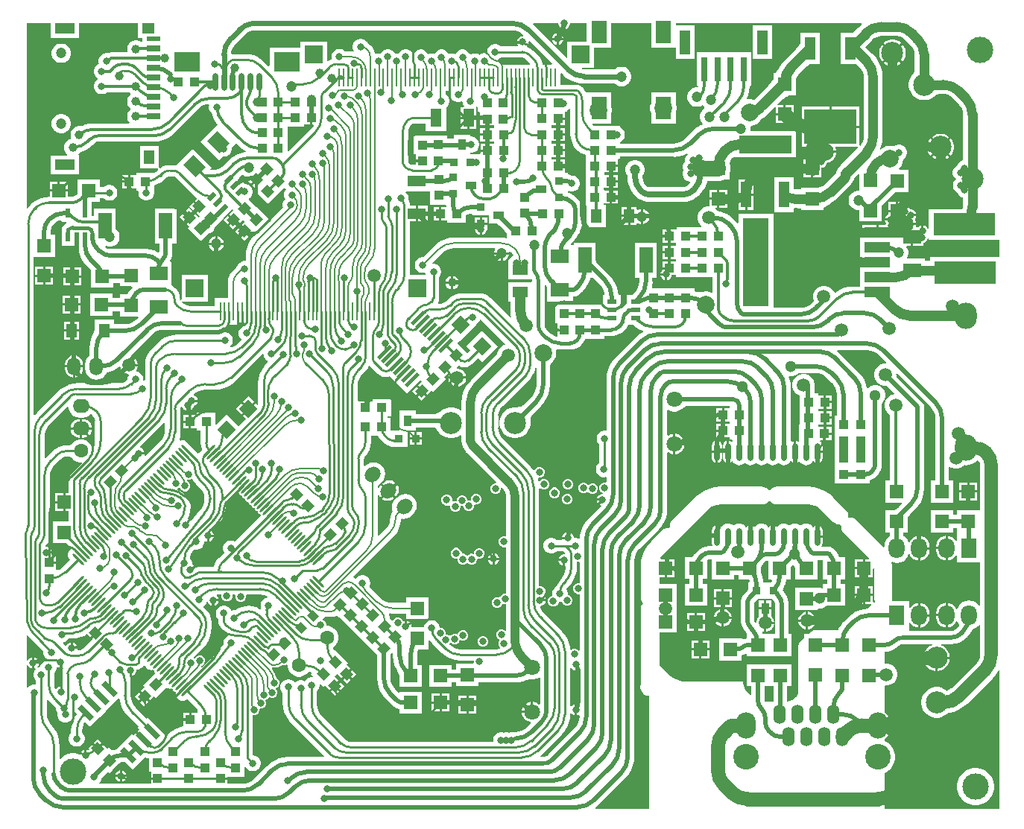
<source format=gbr>
%TF.GenerationSoftware,Altium Limited,Altium Designer,23.1.1 (15)*%
G04 Layer_Physical_Order=1*
G04 Layer_Color=255*
%FSLAX45Y45*%
%MOMM*%
%TF.SameCoordinates,5129EF4F-D339-4E8A-A4D9-011D67CBAE45*%
%TF.FilePolarity,Positive*%
%TF.FileFunction,Copper,L1,Top,Signal*%
%TF.Part,Single*%
G01*
G75*
%TA.AperFunction,Conductor*%
%ADD10C,1.00000*%
%ADD11C,0.25400*%
%ADD12C,0.20000*%
%ADD13C,0.25000*%
%ADD14C,0.30000*%
%ADD15C,0.50000*%
%ADD16C,1.10000*%
%ADD17C,1.60000*%
%ADD18C,0.60000*%
%ADD19C,0.35000*%
%ADD20C,0.40000*%
%ADD21C,0.70000*%
%ADD22C,1.20000*%
%ADD23C,1.80000*%
%ADD24C,1.50000*%
%TA.AperFunction,SMDPad,CuDef*%
G04:AMPARAMS|DCode=25|XSize=0.3mm|YSize=1.8mm|CornerRadius=0mm|HoleSize=0mm|Usage=FLASHONLY|Rotation=135.000|XOffset=0mm|YOffset=0mm|HoleType=Round|Shape=Round|*
%AMOVALD25*
21,1,1.50000,0.30000,0.00000,0.00000,225.0*
1,1,0.30000,0.53033,0.53033*
1,1,0.30000,-0.53033,-0.53033*
%
%ADD25OVALD25*%

G04:AMPARAMS|DCode=26|XSize=0.3mm|YSize=1.8mm|CornerRadius=0mm|HoleSize=0mm|Usage=FLASHONLY|Rotation=225.000|XOffset=0mm|YOffset=0mm|HoleType=Round|Shape=Round|*
%AMOVALD26*
21,1,1.50000,0.30000,0.00000,0.00000,315.0*
1,1,0.30000,-0.53033,0.53033*
1,1,0.30000,0.53033,-0.53033*
%
%ADD26OVALD26*%

G04:AMPARAMS|DCode=27|XSize=1.1mm|YSize=1mm|CornerRadius=0mm|HoleSize=0mm|Usage=FLASHONLY|Rotation=45.000|XOffset=0mm|YOffset=0mm|HoleType=Round|Shape=Rectangle|*
%AMROTATEDRECTD27*
4,1,4,-0.03535,-0.74246,-0.74246,-0.03535,0.03535,0.74246,0.74246,0.03535,-0.03535,-0.74246,0.0*
%
%ADD27ROTATEDRECTD27*%

%ADD28R,1.00000X1.10000*%
%ADD29R,1.10000X1.00000*%
%ADD30R,1.52400X1.52400*%
%ADD31R,2.00000X1.60000*%
%ADD32R,7.00000X2.50000*%
%ADD33P,2.15526X4X270.0*%
%ADD34R,0.91440X1.27000*%
%ADD35R,0.91440X0.91440*%
%ADD36R,1.01600X0.50800*%
%ADD37R,3.00000X10.00000*%
%ADD38R,3.00000X1.20000*%
%ADD39R,0.70000X2.80000*%
%ADD40R,1.20000X2.80000*%
%ADD41R,1.80000X2.50000*%
%ADD42R,1.20000X1.50000*%
%ADD43R,1.50000X3.00000*%
%ADD44R,1.70000X1.20000*%
%ADD45R,1.27000X0.91440*%
%ADD46R,0.91440X0.91440*%
%ADD47R,2.00000X1.30000*%
%ADD48R,1.30000X2.00000*%
G04:AMPARAMS|DCode=49|XSize=1.1mm|YSize=1mm|CornerRadius=0mm|HoleSize=0mm|Usage=FLASHONLY|Rotation=135.000|XOffset=0mm|YOffset=0mm|HoleType=Round|Shape=Rectangle|*
%AMROTATEDRECTD49*
4,1,4,0.74246,-0.03535,0.03535,-0.74246,-0.74246,0.03535,-0.03535,0.74246,0.74246,-0.03535,0.0*
%
%ADD49ROTATEDRECTD49*%

G04:AMPARAMS|DCode=50|XSize=0.508mm|YSize=1.016mm|CornerRadius=0mm|HoleSize=0mm|Usage=FLASHONLY|Rotation=135.000|XOffset=0mm|YOffset=0mm|HoleType=Round|Shape=Rectangle|*
%AMROTATEDRECTD50*
4,1,4,0.53882,0.17961,-0.17961,-0.53882,-0.53882,-0.17961,0.17961,0.53882,0.53882,0.17961,0.0*
%
%ADD50ROTATEDRECTD50*%

G04:AMPARAMS|DCode=51|XSize=1.6mm|YSize=2mm|CornerRadius=0mm|HoleSize=0mm|Usage=FLASHONLY|Rotation=225.000|XOffset=0mm|YOffset=0mm|HoleType=Round|Shape=Rectangle|*
%AMROTATEDRECTD51*
4,1,4,-0.14142,1.27279,1.27279,-0.14142,0.14142,-1.27279,-1.27279,0.14142,-0.14142,1.27279,0.0*
%
%ADD51ROTATEDRECTD51*%

%ADD52R,0.25400X2.00000*%
%ADD53R,2.00000X2.00000*%
%ADD54R,3.00000X2.20000*%
%ADD55O,0.60960X2.03200*%
%ADD56R,1.52400X1.52400*%
%ADD57R,6.00000X4.00000*%
%ADD58R,1.20000X2.50000*%
%ADD59R,1.20000X3.00000*%
%ADD60R,6.00000X2.00000*%
G04:AMPARAMS|DCode=61|XSize=0.4mm|YSize=2mm|CornerRadius=0mm|HoleSize=0mm|Usage=FLASHONLY|Rotation=135.000|XOffset=0mm|YOffset=0mm|HoleType=Round|Shape=Rectangle|*
%AMROTATEDRECTD61*
4,1,4,0.84853,0.56569,-0.56569,-0.84853,-0.84853,-0.56569,0.56569,0.84853,0.84853,0.56569,0.0*
%
%ADD61ROTATEDRECTD61*%

%ADD62P,2.15526X4X180.0*%
G04:AMPARAMS|DCode=63|XSize=0.6mm|YSize=1.94998mm|CornerRadius=0mm|HoleSize=0mm|Usage=FLASHONLY|Rotation=225.000|XOffset=0mm|YOffset=0mm|HoleType=Round|Shape=Rectangle|*
%AMROTATEDRECTD63*
4,1,4,-0.47729,0.90156,0.90156,-0.47729,0.47729,-0.90156,-0.90156,0.47729,-0.47729,0.90156,0.0*
%
%ADD63ROTATEDRECTD63*%

G04:AMPARAMS|DCode=64|XSize=0.6mm|YSize=1.95001mm|CornerRadius=0mm|HoleSize=0mm|Usage=FLASHONLY|Rotation=225.000|XOffset=0mm|YOffset=0mm|HoleType=Round|Shape=Rectangle|*
%AMROTATEDRECTD64*
4,1,4,-0.47730,0.90156,0.90156,-0.47730,0.47730,-0.90156,-0.90156,0.47730,-0.47730,0.90156,0.0*
%
%ADD64ROTATEDRECTD64*%

%ADD65R,0.50800X1.01600*%
%ADD66R,1.20000X1.60000*%
%ADD67R,1.60000X0.50800*%
%ADD68R,1.40000X1.20000*%
%ADD69R,2.20000X1.20000*%
%ADD70R,1.60000X0.70000*%
G04:AMPARAMS|DCode=71|XSize=0.9mm|YSize=1mm|CornerRadius=0mm|HoleSize=0mm|Usage=FLASHONLY|Rotation=45.000|XOffset=0mm|YOffset=0mm|HoleType=Round|Shape=Rectangle|*
%AMROTATEDRECTD71*
4,1,4,0.03535,-0.67175,-0.67175,0.03535,-0.03535,0.67175,0.67175,-0.03535,0.03535,-0.67175,0.0*
%
%ADD71ROTATEDRECTD71*%

%TA.AperFunction,ComponentPad*%
%ADD72C,2.50000*%
%ADD73O,2.50000X3.00000*%
%TA.AperFunction,ViaPad*%
%ADD74C,3.00000*%
%TA.AperFunction,ComponentPad*%
%ADD75C,1.80000*%
%ADD76R,1.80000X2.30000*%
%ADD77O,1.80000X2.30000*%
%ADD78C,2.90000*%
%ADD79O,1.40000X2.20000*%
%ADD80O,2.20000X3.00000*%
%ADD81C,1.60000*%
G04:AMPARAMS|DCode=82|XSize=1.6mm|YSize=1.9mm|CornerRadius=0mm|HoleSize=0mm|Usage=FLASHONLY|Rotation=315.000|XOffset=0mm|YOffset=0mm|HoleType=Round|Shape=Round|*
%AMOVALD82*
21,1,0.30000,1.60000,0.00000,0.00000,45.0*
1,1,1.60000,-0.10607,-0.10607*
1,1,1.60000,0.10607,0.10607*
%
%ADD82OVALD82*%

%ADD83O,1.90000X1.60000*%
%ADD84O,1.50000X2.00000*%
%ADD85C,1.20000*%
%TA.AperFunction,ViaPad*%
%ADD86C,0.80000*%
%ADD87C,1.50000*%
%ADD88C,1.20000*%
%ADD89C,2.00000*%
%ADD90C,1.00000*%
%ADD91C,1.30000*%
G36*
X5463240Y-9874501D02*
X5244020D01*
Y-10056153D01*
X5232287Y-10061014D01*
X4857351Y-9686078D01*
X4857593Y-9685836D01*
X4852184Y-9681216D01*
X4856579Y-9669301D01*
X5141600D01*
Y-9678390D01*
X5146057Y-9695024D01*
X5154667Y-9709937D01*
X5166843Y-9722113D01*
X5181756Y-9730723D01*
X5194300Y-9734084D01*
Y-9669780D01*
X5219700D01*
Y-9734084D01*
X5232244Y-9730723D01*
X5247157Y-9722113D01*
X5259333Y-9709937D01*
X5267943Y-9695024D01*
X5272400Y-9678390D01*
Y-9669301D01*
X5463240D01*
Y-9874501D01*
D02*
G37*
G36*
X366095Y-9838881D02*
X416100D01*
Y-9874999D01*
X413694Y-9877953D01*
X413478Y-9878121D01*
X409496Y-9879763D01*
X403400Y-9881384D01*
X381498Y-9868739D01*
X356065Y-9861924D01*
X329735D01*
X304302Y-9868739D01*
X281499Y-9881904D01*
X262880Y-9900522D01*
X249715Y-9923325D01*
X242900Y-9948758D01*
Y-9975089D01*
X246712Y-9989315D01*
X238981Y-9999390D01*
X56405D01*
X39436Y-10001624D01*
X23735Y-10008128D01*
X22009Y-10007666D01*
X-1689D01*
X-24579Y-10013799D01*
X-45101Y-10025648D01*
X-61858Y-10042405D01*
X-73706Y-10062927D01*
X-79840Y-10085817D01*
Y-10109514D01*
X-74891Y-10127982D01*
X-80459Y-10129474D01*
X-100981Y-10141322D01*
X-117738Y-10158079D01*
X-129586Y-10178601D01*
X-135720Y-10201491D01*
Y-10225189D01*
X-129586Y-10248079D01*
X-117738Y-10268601D01*
X-100981Y-10285358D01*
X-91039Y-10291098D01*
Y-10305762D01*
X-100981Y-10311502D01*
X-117738Y-10328259D01*
X-129586Y-10348781D01*
X-135720Y-10371671D01*
Y-10395369D01*
X-129586Y-10418259D01*
X-117738Y-10438781D01*
X-100981Y-10455538D01*
X-80459Y-10467386D01*
X-57569Y-10473520D01*
X-33871D01*
X-10981Y-10467386D01*
X9541Y-10455538D01*
X12781Y-10452297D01*
X15376Y-10450779D01*
X16482Y-10450743D01*
X18164Y-10450351D01*
X261020D01*
X262505Y-10450717D01*
X264183Y-10450793D01*
X264388Y-10450905D01*
X265080Y-10451358D01*
X266095Y-10452138D01*
X267416Y-10453310D01*
X270083Y-10456005D01*
X274216Y-10458797D01*
X278631Y-10463211D01*
X280381Y-10471150D01*
X278631Y-10479089D01*
X262880Y-10494839D01*
X249715Y-10517642D01*
X242900Y-10543075D01*
Y-10569405D01*
X249715Y-10594838D01*
X262880Y-10617641D01*
X278631Y-10633391D01*
X280381Y-10641330D01*
X278631Y-10649269D01*
X262880Y-10665019D01*
X249715Y-10687822D01*
X242900Y-10713255D01*
Y-10739585D01*
X249715Y-10765018D01*
X262880Y-10787821D01*
X270538Y-10795479D01*
X265278Y-10808179D01*
X-149001D01*
Y-10807880D01*
X-192648Y-10811315D01*
X-235220Y-10821536D01*
X-258165Y-10831040D01*
X-259477Y-10831144D01*
X-262459Y-10832667D01*
X-265733Y-10833363D01*
X-268529Y-10834565D01*
X-269924Y-10835065D01*
X-271413Y-10835496D01*
X-273020Y-10835857D01*
X-274796Y-10836147D01*
X-276761Y-10836353D01*
X-278275Y-10836426D01*
X-284625Y-10836232D01*
X-288053Y-10835873D01*
X-291266Y-10836170D01*
X-312885D01*
X-338318Y-10842985D01*
X-361121Y-10856150D01*
X-379740Y-10874768D01*
X-392905Y-10897571D01*
X-399720Y-10923004D01*
Y-10949335D01*
X-394588Y-10968487D01*
X-401089Y-10983377D01*
X-411978Y-10986295D01*
X-434781Y-10999460D01*
X-453400Y-11018079D01*
X-466565Y-11040882D01*
X-473380Y-11066315D01*
Y-11092645D01*
X-466565Y-11118078D01*
X-453400Y-11140881D01*
X-438100Y-11156181D01*
X-442793Y-11168881D01*
X-623900D01*
Y-11388881D01*
X-303901D01*
Y-11168881D01*
X-303967D01*
X-308660Y-11156181D01*
X-298591Y-11146112D01*
X-295212Y-11143395D01*
X-292595Y-11140272D01*
X-290845Y-11138384D01*
X-289195Y-11136783D01*
X-287651Y-11135444D01*
X-286215Y-11134338D01*
X-284879Y-11133433D01*
X-283624Y-11132692D01*
X-282435Y-11132090D01*
X-281270Y-11131593D01*
X-278517Y-11130627D01*
X-278216Y-11130450D01*
X-277201Y-11130206D01*
X-232079Y-11111516D01*
X-190436Y-11085997D01*
X-153298Y-11054278D01*
X-153298Y-11054278D01*
X-144599Y-11045016D01*
X-133982Y-11034399D01*
X-133981Y-11034399D01*
X-133922Y-11034458D01*
X-118781Y-11022839D01*
X-101148Y-11015536D01*
X-82226Y-11013045D01*
Y-11012961D01*
X547570D01*
Y-11013386D01*
X597626Y-11009447D01*
X646451Y-10997725D01*
X692840Y-10978510D01*
X735653Y-10952275D01*
X773834Y-10919664D01*
X773533Y-10919363D01*
X1051463Y-10641433D01*
X1051995Y-10640741D01*
X1079908Y-10617833D01*
X1112522Y-10600401D01*
X1147909Y-10589666D01*
X1166955Y-10587790D01*
X1175171Y-10597475D01*
X1172380Y-10607891D01*
Y-10631589D01*
X1178514Y-10654479D01*
X1190362Y-10675001D01*
X1199807Y-10684445D01*
X1202946Y-10688604D01*
X1203938Y-10689488D01*
X1203946Y-10689500D01*
X1204095Y-10689775D01*
X1205268Y-10692998D01*
X1205804Y-10694941D01*
X1207658Y-10698632D01*
X1211404Y-10714233D01*
X1229766Y-10758564D01*
X1254837Y-10799476D01*
X1268939Y-10815988D01*
X1261105Y-10825442D01*
X1260678Y-10825870D01*
X1077258Y-11009290D01*
X1289390Y-11221422D01*
X1326764Y-11184048D01*
X1329271Y-11184720D01*
X1352969D01*
X1375859Y-11178586D01*
X1396381Y-11166738D01*
X1413138Y-11149981D01*
X1424986Y-11129459D01*
X1431120Y-11106569D01*
Y-11082871D01*
X1430448Y-11080364D01*
X1471714Y-11039098D01*
X1484372Y-11033795D01*
X1512180Y-11061603D01*
X1512180Y-11061604D01*
X1511880Y-11061904D01*
X1550061Y-11094515D01*
X1588530Y-11118089D01*
X1585413Y-11131073D01*
X1576221Y-11131797D01*
X1527014Y-11143610D01*
X1480261Y-11162976D01*
X1437113Y-11189417D01*
X1398633Y-11222282D01*
X1398924Y-11222573D01*
X1322798Y-11298700D01*
X1322119Y-11299584D01*
X1299318Y-11317080D01*
X1271735Y-11328505D01*
X1254293Y-11330801D01*
X1244523Y-11331854D01*
X1233778Y-11331985D01*
X1229555Y-11332401D01*
X1212403Y-11334090D01*
X1211549Y-11333978D01*
X1193428D01*
X1188567Y-11322245D01*
X1203830Y-11306982D01*
X991698Y-11094850D01*
X807851Y-11278698D01*
X807850D01*
X796981Y-11283117D01*
X774666Y-11280920D01*
X769620Y-11279916D01*
X726982D01*
X724068Y-11280495D01*
X689229Y-11283927D01*
X652927Y-11294939D01*
X619471Y-11312821D01*
X618797Y-11313374D01*
X606097Y-11307368D01*
Y-11058884D01*
X386098D01*
Y-11318883D01*
X592065D01*
X596609Y-11331583D01*
X592457Y-11334991D01*
X589962Y-11336659D01*
X582456Y-11344165D01*
X573626Y-11352994D01*
X564468Y-11361544D01*
X564367Y-11361627D01*
X554580Y-11368100D01*
Y-11368100D01*
X554579Y-11368100D01*
X344580D01*
Y-11392700D01*
X279278D01*
Y-11468100D01*
Y-11543500D01*
X344580D01*
Y-11568100D01*
X362688D01*
X370420Y-11578175D01*
X369740Y-11580711D01*
Y-11604409D01*
X375874Y-11627299D01*
X387722Y-11647821D01*
X404479Y-11664578D01*
X425001Y-11676426D01*
X447891Y-11682560D01*
X471589D01*
X494479Y-11676426D01*
X515001Y-11664578D01*
X531758Y-11647821D01*
X543606Y-11627299D01*
X549740Y-11604409D01*
Y-11580711D01*
X548488Y-11576039D01*
X554580Y-11568100D01*
X554580D01*
Y-11511961D01*
X586950Y-11498553D01*
X627435Y-11473744D01*
X661688Y-11444489D01*
X663746Y-11443114D01*
X680081Y-11426778D01*
X680977Y-11425437D01*
X693540Y-11415798D01*
X709671Y-11409117D01*
X725388Y-11407047D01*
X726982Y-11407364D01*
X769620D01*
X770593Y-11407171D01*
X778235Y-11408691D01*
X784713Y-11413019D01*
X785265Y-11413845D01*
X982405Y-11610985D01*
X984239Y-11612210D01*
X1019919Y-11642684D01*
X1034904Y-11651867D01*
X1036397Y-11664479D01*
X1013987Y-11686889D01*
X1070838Y-11743740D01*
X1061858Y-11752720D01*
X1070838Y-11761701D01*
X1017523Y-11815015D01*
X1063698Y-11861190D01*
X1052220Y-11872668D01*
X1007315Y-11827763D01*
X953998Y-11881081D01*
X900683Y-11934395D01*
X946858Y-11980570D01*
X929463Y-11997965D01*
X1077955Y-12146457D01*
X1164920Y-12059492D01*
X1178909Y-12055743D01*
X1203992Y-12041262D01*
X1224472Y-12020781D01*
X1238954Y-11995698D01*
X1243632Y-11978240D01*
X1336217Y-11885655D01*
Y-11885656D01*
X1336219Y-11882771D01*
X1356179Y-11862887D01*
X1356206Y-11862847D01*
X1356247Y-11862819D01*
X1357466Y-11860996D01*
X1391651Y-11826811D01*
X1392804Y-11825308D01*
X1438971Y-11779141D01*
X1452318Y-11792488D01*
X1406143Y-11838663D01*
X1459459Y-11891979D01*
X1512775Y-11945295D01*
X1558950Y-11899120D01*
X1576344Y-11916514D01*
X1574315Y-11928374D01*
X1535545Y-11967143D01*
X1588861Y-12020459D01*
X1642177Y-12073775D01*
X1688350Y-12027601D01*
X1705745Y-12044996D01*
X1854237Y-11896504D01*
X1712816Y-11755083D01*
X1712356Y-11755542D01*
X1627720Y-11670906D01*
X1629377Y-11658314D01*
X1635141Y-11654986D01*
X1651898Y-11638229D01*
X1663746Y-11617707D01*
X1669880Y-11594817D01*
Y-11571120D01*
X1663746Y-11548230D01*
X1651898Y-11527707D01*
X1635141Y-11510951D01*
X1614619Y-11499102D01*
X1591729Y-11492969D01*
X1582201D01*
X1547041Y-11457808D01*
X1529646Y-11475203D01*
X1524764Y-11470321D01*
X1470882Y-11524204D01*
X1452922Y-11506243D01*
X1506804Y-11452361D01*
X1501926Y-11447482D01*
X1519320Y-11430088D01*
X1514146Y-11424913D01*
X1550554Y-11388505D01*
X1559129Y-11397079D01*
X1584212Y-11411561D01*
X1607063Y-11417684D01*
X1611759Y-11430948D01*
X1598194Y-11444513D01*
X1646064Y-11492382D01*
X1699379Y-11439067D01*
X1717339Y-11457027D01*
X1664024Y-11510342D01*
X1710200Y-11556519D01*
X1692806Y-11573913D01*
X1841298Y-11722405D01*
X1960659Y-11603044D01*
X2022082Y-11541621D01*
X2037953Y-11543710D01*
X2043802Y-11553841D01*
X2048231Y-11558270D01*
X2043802Y-11562699D01*
X2031954Y-11583221D01*
X2025820Y-11606111D01*
Y-11629809D01*
X2031954Y-11652699D01*
X2039881Y-11666428D01*
X2027840Y-11678469D01*
X2015991Y-11698991D01*
X2009858Y-11721881D01*
Y-11745578D01*
X2012773Y-11756458D01*
X1681995Y-12087237D01*
X1681032Y-12088678D01*
X1650041Y-12124964D01*
X1624217Y-12167105D01*
X1605303Y-12212768D01*
X1593765Y-12260827D01*
X1590021Y-12308398D01*
X1589682Y-12310099D01*
Y-12369878D01*
X1589214Y-12370237D01*
X1565518D01*
X1542628Y-12376370D01*
X1522105Y-12388219D01*
X1505349Y-12404975D01*
X1499276Y-12415493D01*
X1495873Y-12419804D01*
X1495811Y-12420023D01*
X1495672Y-12420202D01*
X1491711Y-12428134D01*
X1486601Y-12437147D01*
X1486063Y-12437984D01*
X1484668Y-12439911D01*
X1438547Y-12486033D01*
X1438546Y-12486033D01*
X1438522Y-12486057D01*
X1436394Y-12489242D01*
X1418110Y-12511521D01*
X1402728Y-12540299D01*
X1393256Y-12571525D01*
X1390424Y-12600275D01*
X1389683Y-12603999D01*
Y-12793840D01*
X1238161D01*
Y-12880116D01*
X959970D01*
X956340Y-12880838D01*
X922285Y-12876353D01*
X887167Y-12861807D01*
X864013Y-12844041D01*
X868047Y-12832156D01*
X868805Y-12831342D01*
X1160864D01*
Y-12531341D01*
X860864D01*
Y-12808237D01*
X848164Y-12815138D01*
X844500Y-12812762D01*
X843047Y-12805460D01*
X843504Y-12803163D01*
Y-12798985D01*
X842675Y-12794817D01*
X839870Y-12766333D01*
X830345Y-12734935D01*
X814878Y-12705999D01*
X796721Y-12683873D01*
X794360Y-12680340D01*
X790472Y-12677742D01*
X783962Y-12672400D01*
X783511Y-12671650D01*
X778894Y-12668240D01*
X778036Y-12667536D01*
X773725Y-12663306D01*
X772068Y-12662639D01*
X769992Y-12660935D01*
X754490Y-12652649D01*
X749441Y-12642039D01*
Y-12382040D01*
X733902D01*
X728601Y-12369340D01*
X743850Y-12340812D01*
X754337Y-12306240D01*
X757878Y-12270287D01*
X757638D01*
Y-12173440D01*
X757953Y-12172048D01*
X757980Y-12171020D01*
X806991D01*
Y-11771020D01*
X556991D01*
Y-12171020D01*
X606002D01*
X606029Y-12172048D01*
X606344Y-12173440D01*
Y-12266115D01*
X605578Y-12267155D01*
X598776Y-12271759D01*
X592884Y-12272889D01*
X554295Y-12252263D01*
X505829Y-12237560D01*
X455426Y-12232596D01*
Y-12233193D01*
X57654D01*
X56551Y-12233338D01*
X30023Y-12229846D01*
X4275Y-12219181D01*
X-7671Y-12210014D01*
X-10076Y-12207648D01*
X-10102Y-12206644D01*
X2028Y-12199204D01*
X4314Y-12200523D01*
X32290Y-12208020D01*
X61254D01*
X89230Y-12200523D01*
X114313Y-12186042D01*
X134794Y-12165561D01*
X149276Y-12140478D01*
X156772Y-12112502D01*
Y-12083538D01*
X149276Y-12055562D01*
X134794Y-12030479D01*
X114313Y-12009998D01*
X113571Y-12009569D01*
Y-11771020D01*
X-136429D01*
Y-11862298D01*
X-161317D01*
Y-11827355D01*
X-161070Y-11825478D01*
Y-11777133D01*
X-160642Y-11774983D01*
X-160652Y-11774934D01*
X-160642Y-11774886D01*
X-160737Y-11724886D01*
X-161070Y-11723231D01*
Y-11695900D01*
X-64299D01*
Y-11658824D01*
X-24327D01*
X-23222Y-11659884D01*
X-19436Y-11662303D01*
X-14621Y-11667118D01*
X5901Y-11678966D01*
X28791Y-11685100D01*
X52489D01*
X75379Y-11678966D01*
X95901Y-11667118D01*
X112658Y-11650361D01*
X124506Y-11629839D01*
X130640Y-11606949D01*
Y-11583251D01*
X124506Y-11560361D01*
X112658Y-11539839D01*
X95901Y-11523082D01*
X75379Y-11511234D01*
X52489Y-11505100D01*
X28791D01*
X5901Y-11511234D01*
X-14621Y-11523082D01*
X-19436Y-11527897D01*
X-23222Y-11530315D01*
X-24327Y-11531376D01*
X-64299D01*
Y-11443500D01*
X-316699D01*
Y-11598033D01*
X-322144Y-11604334D01*
X-327740Y-11610105D01*
X-328751Y-11611669D01*
X-337374Y-11620292D01*
X-338364Y-11621582D01*
X-357603Y-11634437D01*
X-380296Y-11638951D01*
X-381908Y-11638739D01*
X-431799D01*
Y-11582400D01*
X-533399D01*
X-634999D01*
Y-11638739D01*
X-641511D01*
X-659132Y-11641059D01*
X-670072Y-11645590D01*
X-691175Y-11647251D01*
X-739617Y-11658881D01*
X-785643Y-11677945D01*
X-806242Y-11690569D01*
X-809246Y-11691166D01*
X-829920Y-11704980D01*
X-852045Y-11727105D01*
X-853205Y-11728841D01*
X-884225Y-11765161D01*
X-887416Y-11770368D01*
X-899640Y-11766921D01*
X-899640Y-9669301D01*
X-623901D01*
Y-9838881D01*
X-303901D01*
Y-9669301D01*
X366095D01*
Y-9838881D01*
D02*
G37*
G36*
X4654551Y-9752509D02*
X4687110Y-9762386D01*
X4717118Y-9778425D01*
X4742556Y-9799302D01*
X4743238Y-9800191D01*
X4745522Y-9802475D01*
X4740262Y-9815175D01*
X4728440D01*
X4711807Y-9819632D01*
X4696894Y-9828242D01*
X4684718Y-9840418D01*
X4676107Y-9855332D01*
X4672747Y-9867875D01*
X4737050D01*
Y-9893275D01*
X4672747D01*
X4676107Y-9905819D01*
X4683415Y-9918476D01*
X4679054Y-9931176D01*
X4487107D01*
X4486002Y-9930116D01*
X4482216Y-9927697D01*
X4477401Y-9922882D01*
X4456879Y-9911034D01*
X4433989Y-9904900D01*
X4410291D01*
X4387401Y-9911034D01*
X4366879Y-9922882D01*
X4350122Y-9939639D01*
X4338274Y-9960161D01*
X4332140Y-9983051D01*
Y-9997369D01*
X4319610Y-10007160D01*
X4317149Y-10006500D01*
X4293451D01*
X4270561Y-10012634D01*
X4250039Y-10024482D01*
X4247976Y-10026546D01*
X4228279Y-10015174D01*
X4205389Y-10009040D01*
X4181691D01*
X4158801Y-10015174D01*
X4149633Y-10020467D01*
X4134188Y-10014720D01*
X4126035Y-10000599D01*
X4109279Y-9983842D01*
X4088756Y-9971994D01*
X4065866Y-9965860D01*
X4042169D01*
X4019279Y-9971994D01*
X3998757Y-9983842D01*
X3982000Y-10000599D01*
X3970583Y-10020373D01*
X3961579Y-10015174D01*
X3938689Y-10009040D01*
X3914991D01*
X3892856Y-10014971D01*
X3884558Y-10000599D01*
X3867801Y-9983842D01*
X3847279Y-9971994D01*
X3824389Y-9965860D01*
X3800691D01*
X3777801Y-9971994D01*
X3757279Y-9983842D01*
X3740522Y-10000599D01*
X3732998Y-10013631D01*
X3715865Y-10009040D01*
X3692168D01*
X3669278Y-10015174D01*
X3663694Y-10018398D01*
X3653418Y-10000599D01*
X3636661Y-9983842D01*
X3616139Y-9971994D01*
X3593249Y-9965860D01*
X3569551D01*
X3546661Y-9971994D01*
X3526139Y-9983842D01*
X3509382Y-10000599D01*
X3502303Y-10012861D01*
X3498829Y-10013760D01*
X3487904Y-10012400D01*
X3478158Y-9995519D01*
X3461401Y-9978762D01*
X3440879Y-9966914D01*
X3417989Y-9960780D01*
X3394291D01*
X3371401Y-9966914D01*
X3350879Y-9978762D01*
X3334122Y-9995519D01*
X3324986Y-10011344D01*
X3316389Y-10009040D01*
X3292691D01*
X3284094Y-10011344D01*
X3274958Y-9995519D01*
X3258201Y-9978762D01*
X3237679Y-9966914D01*
X3214789Y-9960780D01*
X3191091D01*
X3168201Y-9966914D01*
X3147679Y-9978762D01*
X3130922Y-9995519D01*
X3122126Y-10010754D01*
X3115729Y-10009040D01*
X3092031D01*
X3074243Y-10013806D01*
X3067342Y-10013537D01*
X3059278Y-10006204D01*
X3051216Y-9979627D01*
X3034625Y-9948588D01*
X3014270Y-9923786D01*
X3012517Y-9921163D01*
X3009294Y-9919008D01*
X2987265Y-9900930D01*
X2987256Y-9900925D01*
X2986884Y-9900525D01*
X2982908Y-9897650D01*
X2979788Y-9894584D01*
X2979315Y-9894058D01*
X2973127Y-9886058D01*
X2971275Y-9883330D01*
X2969191Y-9881274D01*
X2967692Y-9878679D01*
X2950936Y-9861922D01*
X2930413Y-9850074D01*
X2907523Y-9843940D01*
X2883826D01*
X2860936Y-9850074D01*
X2840414Y-9861922D01*
X2823657Y-9878679D01*
X2811808Y-9899201D01*
X2805675Y-9922091D01*
Y-9945789D01*
X2811808Y-9968679D01*
X2816715Y-9977177D01*
X2808978Y-9989177D01*
X2789417Y-9987250D01*
X2788944Y-9987156D01*
X2721847D01*
X2720170Y-9985770D01*
X2718124Y-9983781D01*
X2714215Y-9981247D01*
X2709282Y-9976314D01*
X2688759Y-9964465D01*
X2665869Y-9958332D01*
X2642172D01*
X2619282Y-9964465D01*
X2598760Y-9976314D01*
X2582003Y-9993071D01*
X2570154Y-10013593D01*
X2564021Y-10036483D01*
Y-10060180D01*
X2568769Y-10077901D01*
X2554872Y-10082116D01*
X2526724Y-10097162D01*
X2514024Y-10092572D01*
Y-9874501D01*
X2214024D01*
Y-9944120D01*
X1861160D01*
Y-10151687D01*
X1849427Y-10156547D01*
X1790146Y-10097267D01*
X1790146Y-10097266D01*
X1790146D01*
X1787418Y-10095444D01*
X1757437Y-10069837D01*
X1721068Y-10047550D01*
X1681660Y-10031227D01*
X1640183Y-10021269D01*
X1600876Y-10018176D01*
X1597660Y-10017536D01*
X1469533D01*
X1464947Y-10018448D01*
X1438581Y-10021045D01*
X1437094Y-10021496D01*
X1425286Y-10011806D01*
X1427429Y-9990049D01*
X1437306Y-9957490D01*
X1453345Y-9927482D01*
X1474222Y-9902044D01*
X1475111Y-9901362D01*
X1577782Y-9798691D01*
X1578464Y-9797802D01*
X1603902Y-9776925D01*
X1633910Y-9760886D01*
X1663658Y-9751862D01*
X1676320Y-9751735D01*
X1678812Y-9750702D01*
X1691371Y-9749430D01*
X4620690D01*
X4621802Y-9749284D01*
X4654551Y-9752509D01*
D02*
G37*
G36*
X8587250Y-9682001D02*
X8557695Y-9707244D01*
X8557694Y-9707244D01*
X8548768Y-9716278D01*
X8503058Y-9759084D01*
X8484612Y-9774141D01*
X8477428Y-9779260D01*
X8431887D01*
X8430065Y-9778891D01*
X8428169Y-9779260D01*
X8350740D01*
Y-10129260D01*
X8524067D01*
X8559235Y-10164428D01*
X8567998Y-10173192D01*
X8576114Y-10182531D01*
X8586707Y-10195439D01*
X8600425Y-10221103D01*
X8608873Y-10248950D01*
X8611575Y-10276386D01*
X8611374Y-10277910D01*
Y-10956490D01*
X8611575Y-10958014D01*
X8608873Y-10985450D01*
X8600425Y-11013297D01*
X8586707Y-11038961D01*
X8576114Y-11051869D01*
X8569909Y-11059009D01*
X8565217Y-11058759D01*
X8563877Y-11058252D01*
X8557540Y-11053706D01*
Y-10855960D01*
X8232142D01*
X7906740D01*
Y-11068660D01*
X8049257D01*
X8055607Y-11079659D01*
X8054326Y-11081878D01*
X8045780Y-11113771D01*
Y-11117580D01*
X8296580D01*
Y-11113771D01*
X8288034Y-11081878D01*
X8286753Y-11079659D01*
X8293103Y-11068660D01*
X8542586D01*
X8547847Y-11081360D01*
X8348559Y-11280647D01*
X8348526Y-11280614D01*
X8323910Y-11310608D01*
X8305619Y-11344829D01*
X8298278Y-11369028D01*
X8159735Y-11507572D01*
X8136504Y-11517900D01*
X8090386Y-11537480D01*
X7951358D01*
X7947965Y-11536805D01*
X7944879Y-11537419D01*
X7941741Y-11537186D01*
X7940852Y-11537480D01*
X7897660D01*
Y-11554933D01*
X7856997Y-11557507D01*
X7837455Y-11557703D01*
X7837115Y-11557774D01*
X7828033D01*
X7816360Y-11555570D01*
Y-11415420D01*
X7596360D01*
Y-11815420D01*
X7816360D01*
Y-11779981D01*
X7816478Y-11779750D01*
X7822870Y-11769660D01*
X7823242Y-11769586D01*
X7836606D01*
X7836889Y-11769648D01*
X7874956Y-11770452D01*
X7897660Y-11772300D01*
Y-11789880D01*
X7940852D01*
X7941741Y-11790174D01*
X7944879Y-11789941D01*
X7947965Y-11790555D01*
X7951358Y-11789880D01*
X8096362D01*
X8099755Y-11790555D01*
X8102525Y-11790004D01*
X8105337Y-11790248D01*
X8106503Y-11789880D01*
X8150060D01*
Y-11761568D01*
X8196603Y-11736784D01*
X8211676Y-11730540D01*
X8220144Y-11725351D01*
X8223856Y-11723658D01*
X8225388Y-11722554D01*
X8227191Y-11721988D01*
X8231434Y-11718432D01*
X8259857Y-11701015D01*
X8302826Y-11664316D01*
X8302682Y-11664172D01*
X8471391Y-11495462D01*
X8471392Y-11495462D01*
X8488222Y-11473528D01*
X8498802Y-11447985D01*
X8501536Y-11427217D01*
X8545360Y-11383394D01*
X8558060Y-11388654D01*
Y-11571460D01*
X8534143D01*
X8506167Y-11578957D01*
X8481084Y-11593438D01*
X8460604Y-11613919D01*
X8446122Y-11639002D01*
X8438625Y-11666978D01*
Y-11695942D01*
X8446122Y-11723918D01*
X8460604Y-11749001D01*
X8481084Y-11769482D01*
X8506167Y-11783963D01*
X8534143Y-11791460D01*
X8558060D01*
Y-11921960D01*
X8810460D01*
Y-11763524D01*
X8810491Y-11763429D01*
X8810460Y-11763049D01*
Y-11757306D01*
X8810776Y-11755219D01*
X8810460Y-11753938D01*
Y-11746098D01*
X8821729Y-11733032D01*
X8832100Y-11722343D01*
X8832944Y-11721037D01*
X8946770Y-11607211D01*
X8947870Y-11606533D01*
X8966357Y-11589352D01*
X8972445Y-11584469D01*
X8972916Y-11584140D01*
X8982015D01*
X8983875Y-11584510D01*
X8985736Y-11584140D01*
X9115260D01*
Y-11331740D01*
X9017692D01*
X9012432Y-11319040D01*
X9026833Y-11304639D01*
X9043248Y-11280072D01*
X9054555Y-11252773D01*
X9060320Y-11223794D01*
Y-11211880D01*
X9066845Y-11208112D01*
X9083602Y-11191356D01*
X9095451Y-11170833D01*
X9101584Y-11147943D01*
Y-11124246D01*
X9095451Y-11101356D01*
X9083602Y-11080834D01*
X9066845Y-11064077D01*
X9046323Y-11052228D01*
X9023433Y-11046095D01*
X8999736D01*
X8976846Y-11052228D01*
X8956323Y-11064077D01*
X8955164Y-11065236D01*
X8954073Y-11064785D01*
X8925094Y-11059020D01*
X8895546D01*
X8866567Y-11064785D01*
X8839268Y-11076092D01*
X8814701Y-11092507D01*
X8805421Y-11101788D01*
X8794654Y-11094594D01*
X8805765Y-11067770D01*
X8818956Y-11012823D01*
X8823390Y-10956490D01*
X8823186D01*
Y-10277910D01*
X8823390D01*
X8818956Y-10221577D01*
X8805765Y-10166630D01*
X8784140Y-10114424D01*
X8754615Y-10066243D01*
X8717916Y-10023275D01*
X8717916Y-10023274D01*
X8708792Y-10014438D01*
X8629716Y-9935363D01*
X8634982Y-9929881D01*
X8635141Y-9929633D01*
X8707612Y-9857162D01*
X8708548Y-9855941D01*
X8729859Y-9838453D01*
X8755523Y-9824735D01*
X8783370Y-9816287D01*
X8810806Y-9813585D01*
X8812330Y-9813786D01*
X8986520D01*
X8989291Y-9813421D01*
X9019608Y-9817412D01*
X9050442Y-9830184D01*
X9067053Y-9842930D01*
X9076403Y-9851017D01*
X9085165Y-9859779D01*
X9150393Y-9925007D01*
X9152868Y-9926906D01*
X9172856Y-9952955D01*
X9186616Y-9986173D01*
X9190901Y-10018726D01*
X9190494Y-10021819D01*
Y-10176949D01*
X9190437Y-10177204D01*
X9190147Y-10188694D01*
X9189405Y-10197973D01*
X9188234Y-10206266D01*
X9186696Y-10213585D01*
X9184863Y-10219942D01*
X9182803Y-10225389D01*
X9180584Y-10229996D01*
X9178244Y-10233877D01*
X9175788Y-10237167D01*
X9171377Y-10241962D01*
X9169328Y-10245324D01*
X9160469Y-10254184D01*
X9141317Y-10282847D01*
X9128125Y-10314694D01*
X9121400Y-10348504D01*
Y-10382976D01*
X9128125Y-10416786D01*
X9141317Y-10448633D01*
X9160469Y-10477296D01*
X9184844Y-10501671D01*
X9213507Y-10520823D01*
X9245354Y-10534015D01*
X9279164Y-10540740D01*
X9313636D01*
X9347446Y-10534015D01*
X9379293Y-10520823D01*
X9407956Y-10501671D01*
X9416816Y-10492812D01*
X9420178Y-10490763D01*
X9424973Y-10486352D01*
X9428263Y-10483896D01*
X9432144Y-10481556D01*
X9436752Y-10479336D01*
X9442197Y-10477277D01*
X9448554Y-10475444D01*
X9455874Y-10473906D01*
X9464167Y-10472735D01*
X9473446Y-10471993D01*
X9484935Y-10471703D01*
X9485191Y-10471646D01*
X9511230D01*
X9512754Y-10471445D01*
X9540190Y-10474147D01*
X9568037Y-10482595D01*
X9593701Y-10496313D01*
X9615012Y-10513801D01*
X9615948Y-10515022D01*
X9694289Y-10593362D01*
X9695509Y-10594299D01*
X9712998Y-10615609D01*
X9726716Y-10641273D01*
X9735163Y-10669121D01*
X9737865Y-10696556D01*
X9737665Y-10698081D01*
Y-11225616D01*
X9723941Y-11229294D01*
X9703419Y-11241142D01*
X9686662Y-11257899D01*
X9674814Y-11278421D01*
X9672855Y-11285732D01*
X9657699Y-11294482D01*
X9640942Y-11311239D01*
X9629094Y-11331761D01*
X9622960Y-11354651D01*
Y-11378349D01*
X9629094Y-11401239D01*
X9640942Y-11421761D01*
X9657699Y-11438517D01*
X9657786Y-11439176D01*
X9643482Y-11453479D01*
X9631634Y-11474001D01*
X9625500Y-11496891D01*
Y-11520589D01*
X9631634Y-11543479D01*
X9643482Y-11564001D01*
X9660239Y-11580758D01*
X9673195Y-11588238D01*
X9674814Y-11594279D01*
X9686662Y-11614801D01*
X9703419Y-11631558D01*
X9723941Y-11643406D01*
X9737665Y-11647084D01*
Y-11753527D01*
X9736203Y-11762614D01*
X9732324Y-11780780D01*
X9351060D01*
Y-12002446D01*
X9345910Y-12004368D01*
X9338360Y-12004653D01*
X9330953Y-11991823D01*
X9318777Y-11979647D01*
X9303864Y-11971037D01*
X9291320Y-11967676D01*
Y-12031980D01*
X9265920D01*
Y-11967676D01*
X9253376Y-11971037D01*
X9238463Y-11979647D01*
X9230570Y-11987540D01*
X9207663D01*
X9199932Y-11977464D01*
X9203360Y-11964669D01*
Y-11960860D01*
X9077960D01*
Y-11935460D01*
X9203360D01*
Y-11931651D01*
X9194814Y-11899758D01*
X9191526Y-11894063D01*
X9196333Y-11889257D01*
X9204943Y-11874344D01*
X9208304Y-11861800D01*
X9144000D01*
Y-11836400D01*
X9208304D01*
X9204943Y-11823856D01*
X9196333Y-11808943D01*
X9184157Y-11796767D01*
X9169244Y-11788157D01*
X9152610Y-11783700D01*
X9139033D01*
X9138903Y-11783216D01*
X9130293Y-11768303D01*
X9118117Y-11756127D01*
X9103204Y-11747517D01*
X9090660Y-11744156D01*
Y-11699240D01*
X9001761D01*
Y-11800841D01*
X8989061D01*
Y-11813541D01*
X8887460D01*
Y-11840514D01*
X8875243Y-11847567D01*
X8863067Y-11859743D01*
X8854457Y-11874656D01*
X8851096Y-11887200D01*
X8915400D01*
Y-11912600D01*
X8851096D01*
X8854457Y-11925144D01*
X8863067Y-11940057D01*
X8866143Y-11943133D01*
X8864617Y-11945776D01*
X8860999Y-11959280D01*
X8780781D01*
Y-12044681D01*
X8768081D01*
Y-12057381D01*
X8592680D01*
Y-12104860D01*
X8568080D01*
Y-12324860D01*
X8592680D01*
Y-12372341D01*
X8768081D01*
Y-12397741D01*
X8592680D01*
Y-12445220D01*
X8568080D01*
Y-12659839D01*
X8487945D01*
Y-12659414D01*
X8437888Y-12663353D01*
X8389064Y-12675075D01*
X8342674Y-12694290D01*
X8299862Y-12720525D01*
X8287058Y-12731461D01*
X8273855Y-12726036D01*
X8258505Y-12699448D01*
X8235232Y-12676175D01*
X8206728Y-12659719D01*
X8174937Y-12651200D01*
X8142023D01*
X8110232Y-12659719D01*
X8081728Y-12676175D01*
X8058455Y-12699448D01*
X8041999Y-12727952D01*
X8033480Y-12759743D01*
Y-12792657D01*
X8041999Y-12824448D01*
X8042384Y-12825114D01*
X8042604Y-12825703D01*
X8042401Y-12825974D01*
X8039139Y-12829533D01*
X8038519Y-12830556D01*
X8020099Y-12848975D01*
X8019466Y-12849800D01*
X7993204Y-12871352D01*
X7962328Y-12887856D01*
X7928826Y-12898019D01*
X7895015Y-12901349D01*
X7893984Y-12901213D01*
X7586320D01*
Y-11835040D01*
X7186320D01*
Y-11934684D01*
X7173620Y-11939369D01*
X7149777Y-11911453D01*
X7149778Y-11911453D01*
X7141478Y-11903623D01*
X7132708Y-11894432D01*
X7132708Y-11894432D01*
X7094668Y-11861943D01*
X7052014Y-11835805D01*
X7005796Y-11816661D01*
X6983571Y-11811325D01*
X6983090Y-11810998D01*
X6978976Y-11810147D01*
X6975161Y-11808385D01*
X6969179Y-11806944D01*
X6964801Y-11805638D01*
X6960735Y-11804173D01*
X6956946Y-11802556D01*
X6953416Y-11800793D01*
X6950103Y-11798880D01*
X6946978Y-11796807D01*
X6944000Y-11794554D01*
X6941154Y-11792108D01*
X6937293Y-11788353D01*
X6933415Y-11785839D01*
X6924592Y-11777015D01*
X6921114Y-11775007D01*
X6924401Y-11762740D01*
X6944361D01*
Y-11673839D01*
X6855460D01*
Y-11752040D01*
X6831383D01*
X6799592Y-11760559D01*
X6771088Y-11777015D01*
X6747815Y-11800288D01*
X6731359Y-11828792D01*
X6722840Y-11860583D01*
Y-11893497D01*
X6731359Y-11925288D01*
X6747815Y-11953792D01*
X6769184Y-11975160D01*
X6766490Y-11987860D01*
X6483760D01*
Y-12012460D01*
X6418457D01*
Y-12087860D01*
Y-12163260D01*
X6474870D01*
X6481340Y-12173280D01*
Y-12197880D01*
X6416042D01*
Y-12273280D01*
Y-12348680D01*
X6481340D01*
Y-12373280D01*
X6470686Y-12378220D01*
X6416042D01*
Y-12453620D01*
X6403342D01*
Y-12466320D01*
X6322940D01*
Y-12472010D01*
X6312907Y-12482043D01*
X6304297Y-12496956D01*
X6300936Y-12509500D01*
X6365240D01*
Y-12522200D01*
X6377940D01*
Y-12586504D01*
X6390484Y-12583143D01*
X6405397Y-12574533D01*
X6417573Y-12562357D01*
X6426183Y-12547444D01*
X6430640Y-12530810D01*
Y-12529020D01*
X6481340D01*
Y-12553620D01*
X6691340D01*
Y-12553620D01*
X6894159D01*
Y-12723866D01*
X6881459Y-12731832D01*
X6861113Y-12723405D01*
X6832134Y-12717640D01*
X6802586D01*
X6796629Y-12718825D01*
X6793106Y-12718635D01*
X6770598Y-12721864D01*
X6761892Y-12722698D01*
X6743485Y-12723482D01*
X6736683Y-12723366D01*
X6721448Y-12722083D01*
X6715914Y-12721194D01*
X6708873Y-12719660D01*
X6704957Y-12719589D01*
X6701824Y-12718955D01*
X6697987Y-12718034D01*
X6692890Y-12716227D01*
X6686732Y-12715332D01*
X6686220Y-12715209D01*
Y-12681240D01*
X6211965D01*
X6204102Y-12671267D01*
X6207324Y-12657846D01*
X6211387Y-12606220D01*
X6211017D01*
Y-12562060D01*
X6211332Y-12560668D01*
X6211359Y-12559640D01*
X6260370D01*
Y-12159640D01*
X6010370D01*
Y-12559640D01*
X6059381D01*
X6059408Y-12560668D01*
X6059723Y-12562060D01*
Y-12606220D01*
X6059859Y-12607250D01*
X6056529Y-12641061D01*
X6046366Y-12674563D01*
X6029862Y-12705439D01*
X6008461Y-12731517D01*
X6006648Y-12732704D01*
X5984805Y-12754140D01*
X5916460D01*
Y-12861601D01*
X5905247Y-12866248D01*
X5885918Y-12881078D01*
X5886056Y-12881216D01*
X5859646Y-12907625D01*
X5848058Y-12901253D01*
Y-12754140D01*
X5822015D01*
X5819212Y-12718532D01*
X5807123Y-12668177D01*
X5787305Y-12620334D01*
X5760248Y-12576179D01*
X5726615Y-12536801D01*
X5726616Y-12536801D01*
X5717373Y-12528082D01*
X5589726Y-12400435D01*
X5588961Y-12399223D01*
X5583212Y-12393172D01*
X5579122Y-12388360D01*
X5575779Y-12383902D01*
X5573139Y-12379841D01*
X5571137Y-12376201D01*
X5569693Y-12372993D01*
X5568717Y-12370204D01*
X5568111Y-12367781D01*
X5567789Y-12365631D01*
X5567561Y-12361079D01*
X5566950Y-12358647D01*
Y-12159640D01*
X5316950D01*
Y-12178649D01*
X5311280Y-12189000D01*
X5286306D01*
X5285569Y-12188125D01*
X5281421Y-12176300D01*
X5316392Y-12141329D01*
X5325562Y-12132538D01*
X5325562Y-12132537D01*
X5355795Y-12097138D01*
X5380119Y-12057446D01*
X5384004Y-12048068D01*
X5386198Y-12044934D01*
X5386900Y-12041770D01*
X5388410Y-12038903D01*
X5388585Y-12037008D01*
X5397934Y-12014436D01*
X5408802Y-11969169D01*
X5412455Y-11922760D01*
X5412187D01*
Y-11792709D01*
X5412490D01*
X5408698Y-11754207D01*
X5397467Y-11717183D01*
X5379229Y-11683062D01*
X5354685Y-11653155D01*
X5354594Y-11653246D01*
X5322782Y-11626076D01*
X5287111Y-11604217D01*
X5268831Y-11596645D01*
X5265332Y-11594192D01*
X5262746Y-11593618D01*
X5260432Y-11592328D01*
X5252421Y-11589744D01*
X5251516Y-11589404D01*
X5250070Y-11582609D01*
X5253613Y-11578074D01*
X5261158Y-11573728D01*
X5262519Y-11573331D01*
X5281511Y-11578420D01*
X5305209D01*
X5328099Y-11572286D01*
X5348621Y-11560438D01*
X5365378Y-11543681D01*
X5377226Y-11523159D01*
X5383360Y-11500269D01*
Y-11476571D01*
X5377226Y-11453681D01*
X5365378Y-11433159D01*
X5348621Y-11416402D01*
X5328099Y-11404554D01*
X5305209Y-11398420D01*
X5292797D01*
X5291429Y-11397689D01*
X5259310Y-11387945D01*
X5246840Y-11386717D01*
Y-11364760D01*
X5218820D01*
Y-11303000D01*
X5138420D01*
Y-11290300D01*
X5125720D01*
Y-11214900D01*
X5060420D01*
Y-11187900D01*
X5125720D01*
Y-11112500D01*
Y-11037100D01*
X5060420D01*
Y-11007560D01*
X5125720D01*
Y-10932160D01*
Y-10856760D01*
X5060420D01*
Y-10827220D01*
X5125720D01*
Y-10751820D01*
X5138420D01*
Y-10739120D01*
X5218820D01*
Y-10676420D01*
X5230526Y-10674020D01*
X5243420D01*
Y-10655056D01*
X5254641Y-10648578D01*
X5265196Y-10638023D01*
X5277896Y-10643284D01*
Y-10924920D01*
X5277877D01*
X5282839Y-10975301D01*
X5297534Y-11023746D01*
X5321399Y-11068394D01*
X5353515Y-11107527D01*
X5353529Y-11107514D01*
X5365140Y-11119125D01*
X5375073Y-11126081D01*
X5375074D01*
X5385667Y-11132841D01*
X5385814Y-11132939D01*
X5386482Y-11133072D01*
X5403587Y-11143554D01*
X5443154Y-11159943D01*
X5449980Y-11161582D01*
Y-11209960D01*
X5452520D01*
Y-11365560D01*
X5449980D01*
Y-11543360D01*
X5449860D01*
Y-11743360D01*
X5465300D01*
Y-11981720D01*
X5685300D01*
Y-11731720D01*
X5659860D01*
Y-11718760D01*
X5725160D01*
Y-11643360D01*
Y-11567960D01*
X5671686D01*
X5659980Y-11565560D01*
Y-11540960D01*
X5725280D01*
Y-11465560D01*
Y-11390160D01*
X5674226D01*
X5662520Y-11387760D01*
Y-11363160D01*
X5727817D01*
Y-11287760D01*
X5740517D01*
Y-11275060D01*
X5820920D01*
Y-11212360D01*
X5832626Y-11209960D01*
X5842980D01*
Y-11185949D01*
X5843999Y-11185922D01*
X5845393Y-11185607D01*
X6455610D01*
Y-11185977D01*
X6507236Y-11181914D01*
X6557591Y-11169825D01*
X6605434Y-11150007D01*
X6611114Y-11160988D01*
X6600562Y-11171539D01*
X6588714Y-11192061D01*
X6582580Y-11214951D01*
Y-11238649D01*
X6582623Y-11238809D01*
X6575162Y-11246269D01*
X6563314Y-11266792D01*
X6557180Y-11289682D01*
Y-11313379D01*
X6563314Y-11336269D01*
X6564945Y-11339095D01*
X6563314Y-11341921D01*
X6557180Y-11364811D01*
Y-11388509D01*
X6563314Y-11411399D01*
X6575162Y-11431921D01*
X6591919Y-11448678D01*
X6612441Y-11460526D01*
X6632613Y-11465932D01*
X6633353Y-11466555D01*
X6636853Y-11472977D01*
X6638390Y-11479360D01*
X6622339Y-11498918D01*
X6621382Y-11499652D01*
X6619577Y-11501457D01*
X6618900Y-11502340D01*
X6599762Y-11517026D01*
X6576446Y-11526683D01*
X6552529Y-11529832D01*
X6551426Y-11529687D01*
X6182466D01*
X6180464Y-11529950D01*
X6158604Y-11525602D01*
X6140072Y-11513219D01*
X6138843Y-11511617D01*
X6136823Y-11510068D01*
X6116059Y-11483008D01*
X6102033Y-11449145D01*
X6097581Y-11415330D01*
X6097913Y-11412805D01*
Y-11400770D01*
X6100202Y-11398481D01*
X6114683Y-11373398D01*
X6122180Y-11345422D01*
Y-11316458D01*
X6114683Y-11288482D01*
X6100202Y-11263399D01*
X6079721Y-11242918D01*
X6054638Y-11228437D01*
X6026662Y-11220940D01*
X5997698D01*
X5969722Y-11228437D01*
X5944639Y-11242918D01*
X5924158Y-11263399D01*
X5909677Y-11288482D01*
X5902180Y-11316458D01*
Y-11345422D01*
X5909677Y-11373398D01*
X5924158Y-11398481D01*
X5925910Y-11400233D01*
X5926220Y-11412805D01*
X5926220D01*
X5930054Y-11461524D01*
X5941463Y-11509044D01*
X5960164Y-11554194D01*
X5985699Y-11595862D01*
X6017437Y-11633023D01*
X6017321Y-11633139D01*
X6052712Y-11662184D01*
X6093090Y-11683767D01*
X6136902Y-11697057D01*
X6182466Y-11701545D01*
Y-11701153D01*
X6551426D01*
Y-11701246D01*
X6593341Y-11697947D01*
X6634224Y-11688132D01*
X6673068Y-11672042D01*
X6708917Y-11650074D01*
X6733460Y-11629112D01*
X6742825Y-11621142D01*
X6742851Y-11621120D01*
D01*
X6749310Y-11613557D01*
X6777505Y-11580545D01*
X6805385Y-11535048D01*
X6821559Y-11496000D01*
X6822392Y-11494849D01*
X6822775Y-11493240D01*
X6823657Y-11491840D01*
X6830547Y-11473851D01*
X6833298Y-11467823D01*
X6836458Y-11461988D01*
X6950928D01*
X6965665Y-11460048D01*
X6980073Y-11458629D01*
X6982856Y-11457784D01*
X6987476Y-11457176D01*
X6994630Y-11454213D01*
X7008098Y-11450127D01*
X7018738Y-11444440D01*
X7083260D01*
Y-11379404D01*
X7093456Y-11354788D01*
X7098268Y-11318240D01*
X7093456Y-11281693D01*
X7083260Y-11257077D01*
Y-11256194D01*
X7114432Y-11196790D01*
X7120137Y-11194976D01*
X7136196Y-11190652D01*
X7140460Y-11193920D01*
Y-11193920D01*
X7187372D01*
X7190765Y-11194595D01*
X7194158Y-11193920D01*
X7840460D01*
Y-10893920D01*
X7333002D01*
X7325271Y-10883844D01*
X7326140Y-10880602D01*
Y-10851638D01*
X7323229Y-10840776D01*
X7329704Y-10832338D01*
X7333619Y-10830480D01*
X7361493Y-10824935D01*
X7388792Y-10813628D01*
X7413359Y-10797213D01*
X7434253Y-10776319D01*
X7446774Y-10757580D01*
X7474507Y-10740585D01*
X7504502Y-10714967D01*
X7506421Y-10713495D01*
X7506421D01*
X7506422Y-10713494D01*
X7600647Y-10619269D01*
X7612380Y-10624129D01*
Y-10688319D01*
X7701281D01*
Y-10599420D01*
X7637089D01*
X7632229Y-10587687D01*
X7664137Y-10555779D01*
X7664203Y-10555737D01*
X7680161Y-10540497D01*
X7694819Y-10527841D01*
X7708946Y-10516962D01*
X7722494Y-10507824D01*
X7735397Y-10500379D01*
X7747617Y-10494546D01*
X7759128Y-10490225D01*
X7769948Y-10487291D01*
X7780148Y-10485613D01*
X7792700Y-10484917D01*
X7795019Y-10484320D01*
X7840180D01*
Y-10437408D01*
X7840855Y-10434015D01*
X7840575Y-10432610D01*
X7840777Y-10431191D01*
X7840180Y-10428871D01*
Y-10297131D01*
X7871598Y-10243107D01*
X7913670Y-10201036D01*
X7913680Y-10201029D01*
X7965163Y-10152847D01*
X7985362Y-10136384D01*
X7995378Y-10129260D01*
X8047840D01*
X8049892Y-10129612D01*
X8051448Y-10129260D01*
X8113540D01*
Y-9961470D01*
X8114489Y-9954260D01*
X8113540Y-9947050D01*
Y-9779260D01*
X7893540D01*
Y-9839161D01*
X7893370Y-9839743D01*
X7893540Y-9841317D01*
Y-9843539D01*
X7893188Y-9845591D01*
X7893540Y-9847147D01*
Y-9885456D01*
X7890192Y-9893164D01*
X7882663Y-9906487D01*
X7872609Y-9921251D01*
X7841841Y-9958230D01*
X7822236Y-9978630D01*
X7822184Y-9978711D01*
X7709922Y-10090972D01*
X7709797Y-10090848D01*
X7672587Y-10134415D01*
X7669404Y-10139610D01*
X7669304Y-10139690D01*
X7668820Y-10140563D01*
X7666397Y-10144517D01*
X7663965Y-10147313D01*
X7653888Y-10164930D01*
X7642651Y-10183267D01*
X7640687Y-10188008D01*
X7624472Y-10216357D01*
X7614513Y-10231920D01*
X7587780D01*
Y-10276597D01*
X7587236Y-10278580D01*
X7586627Y-10287077D01*
X7585344Y-10293315D01*
X7582796Y-10301075D01*
X7578731Y-10310287D01*
X7572987Y-10320817D01*
X7565475Y-10332519D01*
X7556498Y-10344791D01*
X7531601Y-10373932D01*
X7516554Y-10389518D01*
X7516496Y-10389609D01*
X7367254Y-10538851D01*
X7361493Y-10536465D01*
X7332514Y-10530700D01*
X7302966D01*
X7293283Y-10532626D01*
X7284147Y-10521495D01*
X7299905Y-10483451D01*
X7311627Y-10434626D01*
X7315567Y-10384570D01*
X7325521Y-10377940D01*
X7334580D01*
Y-9997940D01*
X7184580D01*
Y-9997940D01*
X7014580D01*
Y-9997940D01*
X6884580D01*
Y-9997940D01*
X6714580D01*
Y-10377940D01*
X6721293D01*
X6723418Y-10379718D01*
X6730068Y-10388200D01*
X6727297Y-10397980D01*
X6701278D01*
X6673302Y-10405477D01*
X6648219Y-10419958D01*
X6627738Y-10440439D01*
X6613257Y-10465522D01*
X6605760Y-10493498D01*
Y-10522462D01*
X6613257Y-10550438D01*
X6627738Y-10575521D01*
X6648219Y-10596002D01*
X6673302Y-10610483D01*
X6701278Y-10617980D01*
X6730242D01*
X6758218Y-10610483D01*
X6781292Y-10597162D01*
X6787163Y-10607331D01*
X6801308Y-10621476D01*
X6799547Y-10637158D01*
X6792999Y-10640938D01*
X6772518Y-10661419D01*
X6758037Y-10686502D01*
X6750540Y-10714478D01*
Y-10743442D01*
X6758037Y-10771418D01*
X6772518Y-10796501D01*
X6781693Y-10805676D01*
X6779215Y-10818132D01*
X6760046Y-10826073D01*
X6715891Y-10853130D01*
X6676513Y-10886763D01*
X6676513Y-10886762D01*
X6667794Y-10896005D01*
X6581724Y-10982075D01*
X6581091Y-10982900D01*
X6554829Y-11004452D01*
X6523953Y-11020956D01*
X6490451Y-11031119D01*
X6456640Y-11034449D01*
X6455610Y-11034313D01*
X5845394D01*
X5843999Y-11033998D01*
X5842980Y-11033971D01*
Y-11017527D01*
X5861701Y-11006718D01*
X5878458Y-10989961D01*
X5890306Y-10969439D01*
X5896440Y-10946549D01*
Y-10922851D01*
X5890306Y-10899961D01*
X5878458Y-10879439D01*
X5861701Y-10862682D01*
X5842860Y-10851804D01*
Y-10834700D01*
X5544980D01*
X5529655Y-10819375D01*
X5528899Y-10818870D01*
X5529066Y-10813522D01*
X5532543Y-10806170D01*
X5743240D01*
Y-10694809D01*
X5748160Y-10670074D01*
Y-10640526D01*
X5743240Y-10615791D01*
Y-10456170D01*
X5463241D01*
X5452996Y-10450240D01*
X5439592Y-10425162D01*
X5416034Y-10396457D01*
X5414620Y-10394340D01*
X5409906Y-10391191D01*
X5393765Y-10378805D01*
X5369788Y-10368873D01*
X5349616Y-10366218D01*
X5344057Y-10365112D01*
X5166713D01*
Y-10240260D01*
X5178446Y-10235399D01*
X5197469Y-10254422D01*
X5197227Y-10254664D01*
X5237203Y-10288807D01*
X5282029Y-10316276D01*
X5330600Y-10336395D01*
X5381720Y-10348668D01*
X5434130Y-10352793D01*
Y-10352450D01*
X5768806D01*
X5769858Y-10352702D01*
X5780593Y-10353115D01*
X5783065Y-10353380D01*
X5785261Y-10353738D01*
X5786471Y-10354014D01*
X5792239Y-10359782D01*
X5817322Y-10374263D01*
X5845298Y-10381760D01*
X5874262D01*
X5902238Y-10374263D01*
X5927321Y-10359782D01*
X5947802Y-10339301D01*
X5962283Y-10314218D01*
X5969780Y-10286242D01*
Y-10257278D01*
X5962283Y-10229302D01*
X5947802Y-10204219D01*
X5927321Y-10183738D01*
X5902238Y-10169257D01*
X5874262Y-10161760D01*
X5845298D01*
X5817322Y-10169257D01*
X5792239Y-10183738D01*
X5786471Y-10189506D01*
X5785261Y-10189782D01*
X5783682Y-10190039D01*
X5775693Y-10190700D01*
X5770872Y-10190789D01*
X5769587Y-10191070D01*
X5434130D01*
X5433018Y-10191216D01*
X5410242Y-10188973D01*
X5408750Y-10187201D01*
X5414656Y-10174501D01*
X5544020D01*
Y-9945110D01*
X5743240D01*
Y-9669301D01*
X6194760D01*
Y-9945110D01*
X6473680D01*
Y-10073140D01*
X6693680D01*
Y-9693140D01*
X6474760D01*
Y-9669301D01*
X8582565D01*
X8587250Y-9682001D01*
D02*
G37*
G36*
X5068314Y-10125267D02*
X5063453Y-10137000D01*
X4964372D01*
X4963898Y-10132183D01*
X4953562Y-10098110D01*
X4936777Y-10066708D01*
X4916411Y-10041892D01*
X4914436Y-10038936D01*
X4914436Y-10038936D01*
X4914435Y-10038935D01*
X4858360Y-9982860D01*
X4855179Y-9980735D01*
X4831410Y-9961228D01*
X4800968Y-9944956D01*
X4787274Y-9940802D01*
X4783676Y-9926439D01*
X4789383Y-9920732D01*
X4797993Y-9905819D01*
X4802450Y-9889185D01*
Y-9877364D01*
X4815150Y-9872103D01*
X5068314Y-10125267D01*
D02*
G37*
G36*
X4752689Y-10061511D02*
X4766939Y-10071032D01*
X4768240Y-10072980D01*
X4819560Y-10124300D01*
X4814300Y-10137000D01*
X4504862D01*
X4497274Y-10125645D01*
X4493523Y-10123138D01*
X4473952Y-10107077D01*
X4449356Y-10093930D01*
X4448617Y-10088543D01*
X4450241Y-10080545D01*
X4456879Y-10078766D01*
X4477401Y-10066918D01*
X4482216Y-10062103D01*
X4486002Y-10059685D01*
X4487107Y-10058624D01*
X4733583D01*
X4735880Y-10058167D01*
X4752689Y-10061511D01*
D02*
G37*
G36*
X3917720Y-10449285D02*
X3914016Y-10463111D01*
Y-10486809D01*
X3920149Y-10509699D01*
X3931998Y-10530221D01*
X3948754Y-10546978D01*
X3969277Y-10558826D01*
X3992167Y-10564960D01*
X4015864D01*
X4038754Y-10558826D01*
X4041678Y-10557138D01*
X4053299Y-10565094D01*
X4058874Y-10585899D01*
X4070722Y-10606421D01*
X4071368Y-10607067D01*
X4066508Y-10618800D01*
X4032020D01*
Y-10731500D01*
X4122422D01*
X4212820D01*
Y-10618800D01*
X4212820D01*
X4212319Y-10617591D01*
X4215420Y-10614055D01*
X4228120Y-10618836D01*
Y-10674020D01*
X4242186D01*
X4252840Y-10678960D01*
Y-10741660D01*
X4333240D01*
Y-10754360D01*
X4345940D01*
Y-10829760D01*
X4411240D01*
Y-10854360D01*
X4400587Y-10859300D01*
X4348358D01*
Y-10934700D01*
Y-11010100D01*
X4413660D01*
Y-11034700D01*
X4403006Y-11039640D01*
X4348482D01*
Y-11115040D01*
X4335782D01*
Y-11127740D01*
X4255380D01*
Y-11149015D01*
X4242680Y-11156620D01*
X4238460Y-11154360D01*
Y-11154360D01*
X4144480D01*
Y-11136880D01*
X4162209D01*
X4185099Y-11130747D01*
X4205621Y-11118898D01*
X4222378Y-11102141D01*
X4234226Y-11081619D01*
X4240360Y-11058729D01*
Y-11035032D01*
X4234226Y-11012142D01*
X4222378Y-10991619D01*
X4205621Y-10974862D01*
X4185099Y-10963014D01*
X4162209Y-10956880D01*
X4144480D01*
Y-10933380D01*
X3953040D01*
Y-10975431D01*
X3952012Y-10975458D01*
X3950620Y-10975773D01*
X3881940D01*
X3880548Y-10975458D01*
X3879520Y-10975431D01*
Y-10943880D01*
X3679520D01*
Y-10946420D01*
X3499180D01*
Y-11156420D01*
X3523780D01*
Y-11221719D01*
X3599181D01*
Y-11247119D01*
X3523780D01*
Y-11274836D01*
X3483317D01*
X3481020Y-11275293D01*
X3464211Y-11271949D01*
X3449961Y-11262428D01*
X3448660Y-11260480D01*
X3447075Y-11259421D01*
X3439228Y-11247677D01*
X3436472Y-11233825D01*
X3436844Y-11231955D01*
Y-10908098D01*
X3436167Y-10904694D01*
X3440382Y-10872677D01*
X3454055Y-10839668D01*
X3473714Y-10814048D01*
X3476600Y-10812120D01*
X3477645Y-10810556D01*
X3484884Y-10807557D01*
X3486729Y-10807924D01*
X3636580D01*
Y-10894200D01*
X3866580D01*
Y-10623883D01*
X3867801Y-10623178D01*
X3884558Y-10606421D01*
X3896406Y-10585899D01*
X3902540Y-10563009D01*
Y-10539311D01*
X3896406Y-10516421D01*
X3884558Y-10495899D01*
X3867801Y-10479142D01*
X3865191Y-10477635D01*
Y-10437000D01*
X3907864D01*
X3917720Y-10449285D01*
D02*
G37*
G36*
X2346960Y-10814520D02*
X2357292D01*
X2363822Y-10825413D01*
X2358939Y-10834549D01*
X2339064Y-10858766D01*
X2336813Y-10860270D01*
X2077613Y-11119470D01*
X2065880Y-11114610D01*
Y-11014380D01*
Y-10839120D01*
X2256260D01*
Y-10814520D01*
X2321560D01*
Y-10739120D01*
X2346960D01*
Y-10814520D01*
D02*
G37*
G36*
X3682060Y-11730700D02*
X3861924D01*
X3868524Y-11736662D01*
X3871220Y-11742535D01*
X3871381Y-11743220D01*
X3870603Y-11746091D01*
X3864631Y-11753817D01*
X3860699Y-11755920D01*
X3815082D01*
Y-11831320D01*
Y-11906720D01*
X3880380D01*
Y-11931320D01*
X4090380D01*
Y-11849574D01*
X4094374Y-11847348D01*
X4104628Y-11842528D01*
X4131549Y-11834361D01*
X4153400Y-11832209D01*
X4166100Y-11843302D01*
Y-11851240D01*
X4213012D01*
X4216405Y-11851915D01*
X4219635Y-11851272D01*
X4222920Y-11851497D01*
X4223684Y-11851240D01*
X4351520D01*
Y-11947760D01*
X4438417D01*
X4440391Y-11948126D01*
X4442112Y-11947760D01*
X4449813D01*
X4452691Y-11949741D01*
X4466853Y-11961616D01*
X4475072Y-11969531D01*
X4476347Y-11970349D01*
X4530657Y-12024658D01*
X4531476Y-12025935D01*
X4539929Y-12034709D01*
X4546264Y-12041881D01*
X4551071Y-12047944D01*
X4553240Y-12051090D01*
Y-12058050D01*
X4552901Y-12059486D01*
X4553240Y-12061568D01*
Y-12102280D01*
X4543267Y-12110143D01*
X4529899Y-12106933D01*
X4482988Y-12103241D01*
X4481194Y-12102885D01*
X4300942D01*
X4300484Y-12102976D01*
X4284564Y-12104544D01*
X4281640Y-12103962D01*
X3957313D01*
X3955612Y-12104300D01*
X3908041Y-12108044D01*
X3859982Y-12119582D01*
X3814319Y-12138496D01*
X3772178Y-12164321D01*
X3735892Y-12195312D01*
X3734450Y-12196275D01*
X3606424Y-12324301D01*
X3604253Y-12324507D01*
X3601405Y-12324547D01*
X3596849Y-12325520D01*
X3589871D01*
X3566981Y-12331654D01*
X3546459Y-12343502D01*
X3529702Y-12360259D01*
X3517854Y-12380781D01*
X3511720Y-12403671D01*
Y-12427369D01*
X3517854Y-12450259D01*
X3529702Y-12470781D01*
X3546459Y-12487538D01*
X3566981Y-12499386D01*
X3589871Y-12505520D01*
X3613569D01*
X3617421Y-12504488D01*
X3628861Y-12512028D01*
X3630312Y-12520526D01*
X3621422Y-12531341D01*
X3452084D01*
Y-11921720D01*
X3522981D01*
Y-11831319D01*
Y-11740920D01*
X3452084D01*
Y-11722100D01*
X3451704Y-11720189D01*
X3447590Y-11688941D01*
X3441501Y-11674240D01*
X3442320Y-11671183D01*
Y-11647486D01*
X3436186Y-11624596D01*
X3424338Y-11604074D01*
X3408444Y-11588180D01*
X3409055Y-11581817D01*
X3410753Y-11575480D01*
X3682060D01*
Y-11730700D01*
D02*
G37*
G36*
X4300942Y-12225235D02*
X4417199D01*
X4424531Y-12237935D01*
X4417290Y-12250477D01*
X4411861Y-12270740D01*
X4581880D01*
X4581234Y-12268329D01*
X4592445Y-12261100D01*
X4611713Y-12276913D01*
X4616185Y-12282362D01*
X4629423Y-12307129D01*
X4628701Y-12308794D01*
X4608179Y-12320642D01*
X4591422Y-12337399D01*
X4580498Y-12356320D01*
X4574160D01*
Y-12378124D01*
X4573440Y-12380811D01*
Y-12404509D01*
X4574160Y-12407196D01*
Y-12576320D01*
X4842099D01*
X4844213Y-12592373D01*
X4844212Y-12592374D01*
X4844212D01*
X4844214Y-12597643D01*
X4833690Y-12610320D01*
X4716370D01*
X4709160Y-12609371D01*
X4701950Y-12610320D01*
X4574160D01*
Y-12776622D01*
X4573485Y-12780015D01*
X4574160Y-12783408D01*
Y-12784302D01*
X4574001Y-12787247D01*
X4574160Y-12787699D01*
Y-12830321D01*
X4594597D01*
X4597952Y-12879236D01*
X4598183Y-12900568D01*
X4598211Y-12900699D01*
Y-12935753D01*
X4598096D01*
X4602346Y-12989755D01*
X4606736Y-13008041D01*
X4595655Y-13014247D01*
X4368284Y-12786876D01*
X4364727Y-12784499D01*
X4342593Y-12766334D01*
X4313622Y-12750849D01*
X4282187Y-12741313D01*
X4253691Y-12738506D01*
X4249495Y-12737672D01*
X4046220D01*
X4044396Y-12738034D01*
X4003876Y-12742025D01*
X3963159Y-12754377D01*
X3925635Y-12774434D01*
X3894162Y-12800262D01*
X3892615Y-12801297D01*
X3863856Y-12830057D01*
X3862693Y-12831796D01*
X3846902Y-12843913D01*
X3826601Y-12852322D01*
X3806867Y-12854919D01*
X3804814Y-12854512D01*
X3780583D01*
X3772912Y-12841812D01*
X3781636Y-12820752D01*
X3785035Y-12794927D01*
X3785771Y-12791230D01*
Y-12558843D01*
X3786831Y-12557738D01*
X3789249Y-12553952D01*
X3794064Y-12549137D01*
X3805913Y-12528615D01*
X3812046Y-12505725D01*
Y-12482028D01*
X3805913Y-12459138D01*
X3794064Y-12438615D01*
X3777307Y-12421859D01*
X3756785Y-12410010D01*
X3733895Y-12403876D01*
X3717839D01*
X3712579Y-12391176D01*
X3820965Y-12282790D01*
X3822561Y-12280402D01*
X3849720Y-12258113D01*
X3883202Y-12240217D01*
X3919531Y-12229196D01*
X3954495Y-12225753D01*
X3957313Y-12226313D01*
X4276154D01*
X4281640Y-12226313D01*
X4288456Y-12226006D01*
X4300895Y-12225226D01*
X4300942Y-12225235D01*
D02*
G37*
G36*
X9171941Y-12198340D02*
X9284640D01*
Y-12165293D01*
X9298784Y-12161503D01*
X9313697Y-12152893D01*
X9325873Y-12140717D01*
X9334483Y-12125804D01*
X9338360Y-12111334D01*
X9351060Y-12113007D01*
Y-12130780D01*
X10151060D01*
X10155399Y-12141683D01*
Y-12326880D01*
X9421619D01*
X9421067Y-12326688D01*
X9417796Y-12326880D01*
X9417409D01*
X9413990Y-12326205D01*
X9410623Y-12326880D01*
X9363760D01*
Y-12362202D01*
X9361769Y-12362820D01*
X9352629Y-12364689D01*
X9331425Y-12366701D01*
X9317327Y-12365909D01*
X9309240Y-12364932D01*
Y-12343940D01*
X9267189D01*
X9267178Y-12343936D01*
X9267059Y-12343940D01*
X9262328D01*
X9258935Y-12343265D01*
X9255542Y-12343940D01*
X9109192D01*
X9101860Y-12331240D01*
X9109343Y-12318278D01*
X9116840Y-12290302D01*
Y-12261338D01*
X9109343Y-12233362D01*
X9096456Y-12211040D01*
X9101183Y-12198340D01*
X9146541D01*
Y-12092939D01*
X9171941D01*
Y-12198340D01*
D02*
G37*
G36*
X-502119Y-11916660D02*
Y-11926278D01*
X-447694D01*
X-445168Y-11938978D01*
X-447025Y-11939747D01*
X-477095Y-11962821D01*
X-476644Y-11963272D01*
X-487864Y-11977895D01*
X-494817Y-11994680D01*
X-502119D01*
Y-12039246D01*
X-502649Y-12041150D01*
X-502415Y-12043079D01*
X-502794Y-12044985D01*
X-502119Y-12048378D01*
Y-12196280D01*
X-351319D01*
Y-12171680D01*
X-344418D01*
Y-12095480D01*
X-319018D01*
Y-12171680D01*
X-312733D01*
X-312697Y-12187854D01*
X-312735Y-12187892D01*
X-312117Y-12196281D01*
X-312074D01*
X-311765Y-12200207D01*
X-308671Y-12239519D01*
X-296582Y-12289874D01*
X-276764Y-12337717D01*
X-249707Y-12381872D01*
X-216074Y-12421250D01*
X-215813Y-12420988D01*
X-164299Y-12472502D01*
Y-12671260D01*
X88101D01*
Y-12621049D01*
X89129Y-12621022D01*
X90521Y-12620707D01*
X158394D01*
X159785Y-12621022D01*
X160821Y-12621049D01*
Y-12658560D01*
X292263D01*
X302356Y-12671232D01*
X301901Y-12674347D01*
X298100Y-12678281D01*
X289086Y-12687229D01*
X289086Y-12687229D01*
X261987Y-12718958D01*
X258239Y-12725074D01*
X255707Y-12727728D01*
X251039Y-12735085D01*
X247315Y-12740328D01*
X244039Y-12744394D01*
X241339Y-12747293D01*
X239392Y-12749060D01*
X160821D01*
Y-12789111D01*
X159785Y-12789138D01*
X158394Y-12789453D01*
X81631D01*
X80239Y-12789138D01*
X79211Y-12789111D01*
Y-12738900D01*
X-173189D01*
Y-12991299D01*
X79211D01*
Y-12941089D01*
X80239Y-12941061D01*
X81631Y-12940747D01*
X158394D01*
X159785Y-12941061D01*
X160821Y-12941089D01*
Y-13001460D01*
X367446D01*
X372306Y-13013193D01*
X351105Y-13034395D01*
X350471Y-13035220D01*
X324210Y-13056772D01*
X293334Y-13073276D01*
X259831Y-13083440D01*
X226021Y-13086769D01*
X224990Y-13086633D01*
X97180D01*
X95788Y-13086317D01*
X94760Y-13086292D01*
Y-13037280D01*
X-125239D01*
Y-13104504D01*
X-125375Y-13104955D01*
X-125239Y-13106300D01*
Y-13108281D01*
X-125608Y-13110208D01*
X-125239Y-13111993D01*
Y-13147108D01*
X-127000Y-13154185D01*
X-141684Y-13196626D01*
X-148502Y-13213004D01*
X-148653Y-13213757D01*
X-166544Y-13256949D01*
X-178633Y-13307304D01*
X-182696Y-13358929D01*
X-182326D01*
Y-13420718D01*
X-182649Y-13422185D01*
X-182873Y-13433357D01*
X-183435Y-13441724D01*
X-183899Y-13445374D01*
X-195830Y-13454529D01*
X-215866Y-13480641D01*
X-228462Y-13511047D01*
X-232758Y-13543680D01*
Y-13593680D01*
X-228462Y-13626312D01*
X-215866Y-13656718D01*
X-195830Y-13682831D01*
X-169718Y-13702867D01*
X-139311Y-13715463D01*
X-106679Y-13719759D01*
X-74048Y-13715463D01*
X-43640Y-13702867D01*
X-17528Y-13682831D01*
X2508Y-13656718D01*
X7633Y-13644347D01*
X7855Y-13644086D01*
X8239Y-13642883D01*
X9129Y-13640735D01*
X10244Y-13639067D01*
X12536Y-13638309D01*
X18848Y-13636665D01*
X27846Y-13634830D01*
X32554Y-13632852D01*
X37556Y-13631813D01*
X38133Y-13631421D01*
X50111Y-13628545D01*
X97954Y-13608727D01*
X142109Y-13581670D01*
X152302Y-13572964D01*
X166643Y-13577417D01*
X170602Y-13592194D01*
X183820Y-13615086D01*
X202513Y-13633780D01*
X225407Y-13646999D01*
X250942Y-13653841D01*
X255519D01*
X262453Y-13666541D01*
X253954Y-13681261D01*
X247820Y-13704150D01*
Y-13710963D01*
X246853Y-13715350D01*
X246822Y-13716879D01*
X239962Y-13723740D01*
X238263Y-13726282D01*
X215555Y-13743706D01*
X186317Y-13755817D01*
X157940Y-13759552D01*
X154940Y-13758955D01*
X-316430D01*
X-318475Y-13759363D01*
X-366094Y-13763110D01*
X-414536Y-13774741D01*
X-460562Y-13793805D01*
X-503039Y-13819835D01*
X-539359Y-13850854D01*
X-541095Y-13852016D01*
X-780925Y-14091846D01*
X-782085Y-14093581D01*
X-804956Y-14120358D01*
X-817656Y-14115674D01*
Y-12323280D01*
X-572299D01*
Y-12070880D01*
X-622510D01*
X-622537Y-12069852D01*
X-622852Y-12068460D01*
Y-12026132D01*
X-622997Y-12025029D01*
X-619505Y-11998502D01*
X-608840Y-11972755D01*
X-592553Y-11951528D01*
X-591669Y-11950851D01*
X-591147Y-11950170D01*
X-566051Y-11929574D01*
X-536666Y-11913867D01*
X-514820Y-11907241D01*
X-502119Y-11916660D01*
D02*
G37*
G36*
X5610614Y-12635285D02*
X5619372Y-12644044D01*
Y-12644044D01*
X5627379Y-12653428D01*
X5641750Y-12670939D01*
X5658254Y-12701815D01*
X5668417Y-12735317D01*
X5669344Y-12744730D01*
X5660815Y-12754140D01*
X5646458D01*
Y-12866660D01*
X5467680D01*
Y-12866780D01*
X5307000D01*
Y-12866660D01*
X5107000D01*
Y-13076660D01*
X5131600D01*
Y-13141959D01*
X5207001D01*
Y-13167358D01*
X5131600D01*
Y-13221646D01*
X5121399Y-13229211D01*
X5101985Y-13223322D01*
X5071755Y-13207164D01*
X5054791Y-13193240D01*
X5045382Y-13185292D01*
X5036402Y-13176312D01*
X5002903Y-13142815D01*
X5001741Y-13141922D01*
X4989582Y-13123726D01*
X4985310Y-13102249D01*
X4985504Y-13100778D01*
Y-12646460D01*
X4997419Y-12642064D01*
X5003080Y-12648693D01*
X5003320Y-12649142D01*
X5006130Y-12652290D01*
X5006134Y-12652297D01*
X5006662Y-12652887D01*
X5011280Y-12663675D01*
Y-12830000D01*
X5311280D01*
Y-12775848D01*
X5312771Y-12775512D01*
X5338106Y-12772176D01*
X5364789Y-12761124D01*
X5387702Y-12743542D01*
X5387491Y-12743331D01*
X5412065Y-12718756D01*
X5421308Y-12710037D01*
X5421307Y-12710037D01*
X5454940Y-12670659D01*
X5481997Y-12626504D01*
X5501815Y-12578661D01*
X5503203Y-12572877D01*
X5504137Y-12570940D01*
X5506178Y-12563027D01*
X5507265Y-12559640D01*
X5534969D01*
X5610614Y-12635285D01*
D02*
G37*
G36*
X4539898Y-13312025D02*
X4536610Y-13324294D01*
X4523752Y-13327739D01*
X4495248Y-13344196D01*
X4471975Y-13367468D01*
X4455519Y-13395972D01*
X4448311Y-13422870D01*
X4427398Y-13446117D01*
X4427302Y-13446277D01*
X4145814Y-13727765D01*
X4145650Y-13727602D01*
X4109462Y-13769971D01*
X4080348Y-13817480D01*
X4059025Y-13868961D01*
X4046017Y-13923141D01*
X4041645Y-13978690D01*
X4041877D01*
Y-14061087D01*
X4029177Y-14067876D01*
X4007928Y-14053677D01*
X3976080Y-14040485D01*
X3942271Y-14033760D01*
X3907799D01*
X3873989Y-14040485D01*
X3842141Y-14053677D01*
X3829529Y-14062103D01*
X3825125Y-14063908D01*
X3796899Y-14082600D01*
X3773087Y-14096217D01*
X3763514Y-14100906D01*
X3754709Y-14104660D01*
X3747254Y-14107300D01*
X3741314Y-14108913D01*
X3737077Y-14109657D01*
X3731324Y-14110023D01*
X3730461Y-14110252D01*
X3527140D01*
X3525748Y-14109938D01*
X3524720Y-14109911D01*
Y-14072400D01*
X3333280D01*
Y-14293381D01*
X3236940D01*
Y-14157021D01*
X3198408D01*
Y-14138579D01*
X3239480D01*
Y-13938579D01*
X3029480D01*
Y-13963179D01*
X2964179D01*
Y-14038579D01*
X2938779D01*
Y-13963179D01*
X2871080D01*
X2863008Y-13953822D01*
Y-13783110D01*
X2862421Y-13780159D01*
X2865799Y-13745857D01*
X2876666Y-13710037D01*
X2894311Y-13677023D01*
X2916177Y-13650381D01*
X2918679Y-13648709D01*
X2950964Y-13616425D01*
X2951979Y-13614905D01*
X2977912Y-13583305D01*
X2988680Y-13563161D01*
X2990823Y-13563380D01*
X3002939Y-13565480D01*
Y-13565482D01*
X3002942Y-13565482D01*
X3002943Y-13565483D01*
X3011651Y-13574191D01*
X3089120Y-13651659D01*
X3091087Y-13652974D01*
X3115095Y-13671396D01*
X3145216Y-13683873D01*
X3175217Y-13687822D01*
X3177540Y-13688284D01*
X3182282Y-13687341D01*
X3207859Y-13684822D01*
X3227404Y-13678893D01*
X3243890Y-13695380D01*
X3243892Y-13695377D01*
X3279598Y-13731084D01*
X3279596Y-13731087D01*
X3378590Y-13830080D01*
X3423493Y-13874983D01*
X3577546Y-13720930D01*
X3593051Y-13736435D01*
X3546877Y-13782610D01*
X3600192Y-13835925D01*
X3653509Y-13889241D01*
X3699683Y-13843066D01*
X3717077Y-13860461D01*
X3865569Y-13711971D01*
X3851069Y-13697469D01*
X3848474Y-13685844D01*
X3894584Y-13639734D01*
X3904746Y-13647533D01*
X3899322Y-13656927D01*
X3892480Y-13682462D01*
Y-13682980D01*
X4093280D01*
Y-13682462D01*
X4086438Y-13656927D01*
X4073220Y-13634033D01*
X4054527Y-13615340D01*
X4031633Y-13602122D01*
X4006098Y-13595280D01*
X3991788D01*
X3986527Y-13582581D01*
X4009618Y-13559489D01*
X4013802Y-13562700D01*
X4042916Y-13574759D01*
X4071309Y-13578497D01*
X4074160Y-13579063D01*
X4076777Y-13578545D01*
X4105879Y-13574713D01*
X4135435Y-13562469D01*
X4158722Y-13544601D01*
X4160941Y-13543118D01*
X4228520Y-13475540D01*
X4272697Y-13519717D01*
X4451170Y-13341243D01*
X4272697Y-13162769D01*
X4094223Y-13341243D01*
X4138400Y-13385420D01*
X4103723Y-13420097D01*
X3991051Y-13307425D01*
X4018612Y-13279863D01*
X4030230Y-13277251D01*
X4030231Y-13277251D01*
X4030230Y-13277249D01*
X4208704Y-13098776D01*
Y-13098776D01*
X4210317Y-13086519D01*
X4218321Y-13081898D01*
X4235078Y-13065141D01*
X4246926Y-13044620D01*
X4249042Y-13036723D01*
X4261309Y-13033437D01*
X4539898Y-13312025D01*
D02*
G37*
G36*
X1563560Y-13069240D02*
X1578356D01*
X1586783Y-13081940D01*
X1584250Y-13101183D01*
X1583060Y-13104054D01*
X1567368Y-13108260D01*
X1546845Y-13120110D01*
X1530089Y-13136865D01*
X1518240Y-13157388D01*
X1512106Y-13180278D01*
Y-13203975D01*
X1518240Y-13226865D01*
X1530089Y-13247388D01*
X1543427Y-13260725D01*
X1499851Y-13304301D01*
X1498179Y-13306802D01*
X1471536Y-13328670D01*
X1438523Y-13346313D01*
X1417849Y-13352586D01*
X1411297Y-13341302D01*
X1425838Y-13326761D01*
X1437686Y-13306239D01*
X1443820Y-13283350D01*
Y-13259651D01*
X1437686Y-13236761D01*
X1425838Y-13216238D01*
X1409081Y-13199483D01*
X1388559Y-13187634D01*
X1365669Y-13181500D01*
X1341971D01*
X1319081Y-13187634D01*
X1298559Y-13199483D01*
X1293754Y-13204288D01*
X1289979Y-13206696D01*
X1289065Y-13207571D01*
X816410D01*
X814339Y-13207983D01*
X766714Y-13211732D01*
X718242Y-13223369D01*
X672187Y-13242445D01*
X629683Y-13268492D01*
X593357Y-13299518D01*
X591601Y-13300691D01*
X518676Y-13373616D01*
X518429Y-13373985D01*
X488114Y-13410925D01*
X465381Y-13453455D01*
X451382Y-13499602D01*
X446698Y-13547159D01*
X446612Y-13547594D01*
Y-13722733D01*
X435407Y-13730737D01*
X432154Y-13729498D01*
X427820Y-13726488D01*
Y-13704150D01*
X421686Y-13681261D01*
X409838Y-13660739D01*
X393081Y-13643982D01*
X372559Y-13632133D01*
X351150Y-13626398D01*
X347960Y-13620972D01*
X345532Y-13613300D01*
X357718Y-13592194D01*
X364560Y-13566658D01*
Y-13566141D01*
X264160D01*
Y-13540739D01*
X364560D01*
Y-13540222D01*
X357718Y-13514687D01*
X344500Y-13491792D01*
X325807Y-13473100D01*
X302913Y-13459882D01*
X290426Y-13456535D01*
X286630Y-13442371D01*
X525196Y-13203806D01*
X525829Y-13202980D01*
X552091Y-13181429D01*
X582967Y-13164925D01*
X616469Y-13154761D01*
X650280Y-13151431D01*
X651310Y-13151567D01*
X845820D01*
X848585Y-13151202D01*
X859365Y-13156966D01*
X890763Y-13166490D01*
X919247Y-13169295D01*
X923415Y-13170123D01*
X1282955D01*
X1285354Y-13169647D01*
X1315118Y-13165729D01*
X1345089Y-13153314D01*
X1368907Y-13135039D01*
X1370940Y-13133681D01*
X1373813Y-13129379D01*
X1389050Y-13110815D01*
X1398122Y-13093840D01*
X1513559D01*
Y-13069240D01*
X1538160D01*
Y-12943839D01*
X1563560D01*
Y-13069240D01*
D02*
G37*
G36*
X6032471Y-13126003D02*
X6075619Y-13152444D01*
X6101146Y-13163017D01*
X6102142Y-13175679D01*
X6074741Y-13192470D01*
X6035363Y-13226103D01*
X6035363Y-13226102D01*
X6026644Y-13235345D01*
X5784164Y-13477824D01*
X5783903Y-13477563D01*
X5750270Y-13516940D01*
X5723213Y-13561095D01*
X5703395Y-13608939D01*
X5691306Y-13659294D01*
X5687243Y-13710921D01*
X5687613D01*
Y-14289635D01*
X5678588Y-14296561D01*
X5654891D01*
X5632001Y-14302695D01*
X5611479Y-14314542D01*
X5594722Y-14331299D01*
X5582874Y-14351820D01*
X5576740Y-14374712D01*
Y-14398409D01*
X5582874Y-14421300D01*
X5594722Y-14441821D01*
X5599527Y-14446626D01*
X5601936Y-14450401D01*
X5602812Y-14451315D01*
Y-14666110D01*
X5587102Y-14681819D01*
X5575254Y-14702341D01*
X5569120Y-14725230D01*
Y-14748929D01*
X5575254Y-14771819D01*
X5587102Y-14792342D01*
X5603859Y-14809097D01*
X5624381Y-14820946D01*
X5647271Y-14827080D01*
X5670969D01*
X5677537Y-14825320D01*
X5687613Y-14833051D01*
Y-14880161D01*
X5677615Y-14886841D01*
X5653746D01*
X5631694Y-14895975D01*
X5614815Y-14912854D01*
X5605681Y-14934906D01*
Y-14958775D01*
X5614815Y-14980827D01*
X5631694Y-14997707D01*
X5647902Y-15004420D01*
X5645376Y-15017120D01*
X5635270D01*
X5618636Y-15021577D01*
X5603723Y-15030186D01*
X5591547Y-15042363D01*
X5582937Y-15057275D01*
X5579576Y-15069820D01*
X5643880D01*
Y-15095219D01*
X5579576D01*
X5582937Y-15107764D01*
X5591547Y-15122678D01*
X5603723Y-15134853D01*
X5618636Y-15143463D01*
X5624156Y-15144942D01*
X5627952Y-15159106D01*
X5479364Y-15307695D01*
X5479103Y-15307433D01*
X5445470Y-15346811D01*
X5418413Y-15390965D01*
X5398595Y-15438809D01*
X5386506Y-15489165D01*
X5384203Y-15518420D01*
X5372964Y-15524333D01*
X5368739Y-15521893D01*
X5345849Y-15515759D01*
X5322152D01*
X5314400Y-15509811D01*
Y-15509430D01*
X5309943Y-15492796D01*
X5301333Y-15477882D01*
X5289157Y-15465707D01*
X5274244Y-15457097D01*
X5261700Y-15453735D01*
Y-15518040D01*
X5249000D01*
Y-15530740D01*
X5184696D01*
X5184969Y-15531757D01*
X5177237Y-15541832D01*
X5126975D01*
X5126061Y-15540956D01*
X5122286Y-15538547D01*
X5117481Y-15533742D01*
X5096959Y-15521893D01*
X5074069Y-15515759D01*
X5050371D01*
X5027481Y-15521893D01*
X5006959Y-15533742D01*
X4990202Y-15550499D01*
X4978354Y-15571021D01*
X4972220Y-15593912D01*
Y-15617609D01*
X4978354Y-15640498D01*
X4990202Y-15661021D01*
X5006959Y-15677779D01*
X5027481Y-15689626D01*
X5050371Y-15695760D01*
X5074069D01*
X5096959Y-15689626D01*
X5117481Y-15677779D01*
X5122286Y-15672974D01*
X5126061Y-15670564D01*
X5126975Y-15669688D01*
X5194162D01*
X5194576Y-15669768D01*
X5195136Y-15669922D01*
X5195594Y-15670090D01*
X5196038Y-15670296D01*
X5196539Y-15670580D01*
X5196891Y-15670819D01*
X5216941Y-15690869D01*
X5215295Y-15695071D01*
X5212293Y-15702367D01*
X5211153Y-15703857D01*
X5210704Y-15704070D01*
X5196998D01*
X5180365Y-15708527D01*
X5165452Y-15717136D01*
X5153275Y-15729312D01*
X5144665Y-15744225D01*
X5141304Y-15756769D01*
X5205608D01*
Y-15769469D01*
X5218308D01*
Y-15838007D01*
X5223978Y-15842357D01*
Y-15858281D01*
X5224698Y-15861900D01*
X5220242Y-15895752D01*
X5205778Y-15930670D01*
X5184993Y-15957758D01*
X5181924Y-15959808D01*
X5154176Y-15987556D01*
X5148864Y-15994765D01*
X5145998Y-15998120D01*
X5141753Y-16005049D01*
X5124200Y-16033694D01*
X5108233Y-16072240D01*
X5107663Y-16074612D01*
X5106927Y-16075897D01*
X5106229Y-16077972D01*
X5106018Y-16078491D01*
X5105789Y-16078964D01*
X5105523Y-16079437D01*
X5105202Y-16079932D01*
X5104796Y-16080479D01*
X5104280Y-16081096D01*
X5103623Y-16081792D01*
X5102791Y-16082578D01*
X5100750Y-16084306D01*
X5097631Y-16088229D01*
X5086722Y-16099139D01*
X5074874Y-16119661D01*
X5068740Y-16142551D01*
Y-16166249D01*
X5072064Y-16178651D01*
X5051051Y-16187354D01*
X5034173Y-16204233D01*
X5025039Y-16226285D01*
Y-16250156D01*
X5034173Y-16272208D01*
X5051051Y-16289085D01*
X5073104Y-16298219D01*
X5096973D01*
X5119026Y-16289085D01*
X5135904Y-16272208D01*
X5145038Y-16250156D01*
Y-16245822D01*
X5146892Y-16244400D01*
X5170589D01*
X5185293Y-16240460D01*
X5194234Y-16262047D01*
X5211113Y-16278926D01*
X5233165Y-16288060D01*
X5257035D01*
X5279087Y-16278926D01*
X5295966Y-16262047D01*
X5305100Y-16239995D01*
Y-16216125D01*
X5295966Y-16194073D01*
X5279087Y-16177194D01*
X5257035Y-16168060D01*
X5250130D01*
X5248740Y-16166248D01*
Y-16142551D01*
X5242606Y-16119661D01*
X5232761Y-16102608D01*
X5240217Y-16084608D01*
X5247722Y-16074828D01*
X5272332Y-16050217D01*
X5274182Y-16047449D01*
X5289210Y-16029852D01*
X5291217Y-16028511D01*
X5294314Y-16023875D01*
X5299677Y-16017598D01*
X5321900Y-15981332D01*
X5338176Y-15942038D01*
X5348105Y-15900682D01*
X5351185Y-15861546D01*
X5351835Y-15858281D01*
Y-15786211D01*
X5372928D01*
X5382813Y-15792815D01*
Y-16035980D01*
X5360165D01*
X5338113Y-16045114D01*
X5321234Y-16061993D01*
X5312100Y-16084045D01*
Y-16107915D01*
X5321234Y-16129967D01*
X5338113Y-16146846D01*
X5360165Y-16155980D01*
X5382813D01*
Y-16795979D01*
X5370113Y-16801241D01*
X5359025Y-16790154D01*
X5336973Y-16781020D01*
X5313103D01*
X5291051Y-16790154D01*
X5290090Y-16791113D01*
X5276970Y-16786275D01*
X5274388Y-16753474D01*
X5262751Y-16705002D01*
X5243674Y-16658948D01*
X5217628Y-16616443D01*
X5186602Y-16580116D01*
X5185429Y-16578362D01*
X4978619Y-16371552D01*
X4976117Y-16369879D01*
X4954251Y-16343236D01*
X4936606Y-16310223D01*
X4933372Y-16299562D01*
X4937071Y-16294574D01*
X4943359Y-16288734D01*
X4957550Y-16284932D01*
X4972463Y-16276321D01*
X4984640Y-16264146D01*
X4993250Y-16249232D01*
X4996611Y-16236690D01*
X4932307D01*
Y-16211288D01*
X4996611D01*
X4993250Y-16198746D01*
X4984640Y-16183832D01*
X4979732Y-16178925D01*
X4979607Y-16161916D01*
X4983546Y-16157977D01*
X4992680Y-16135924D01*
Y-16112054D01*
X4983546Y-16090002D01*
X4966667Y-16073125D01*
X4944615Y-16063989D01*
X4922948D01*
Y-14959814D01*
X4935648Y-14954555D01*
X4942222Y-14961130D01*
X4964275Y-14970264D01*
X4988144D01*
X5010197Y-14961130D01*
X5027075Y-14944250D01*
X5036209Y-14922198D01*
Y-14898328D01*
X5027075Y-14876276D01*
X5010197Y-14859398D01*
X4988144Y-14850262D01*
X4964275D01*
X4942222Y-14859398D01*
X4929088Y-14872533D01*
X4915444Y-14869749D01*
X4915343Y-14869682D01*
X4908419Y-14840845D01*
X4911430Y-14836380D01*
X4916831Y-14830959D01*
X4918635Y-14830099D01*
X4939535D01*
X4961587Y-14820966D01*
X4978466Y-14804086D01*
X4987600Y-14782034D01*
Y-14758165D01*
X4978466Y-14736113D01*
X4961587Y-14719234D01*
X4939535Y-14710100D01*
X4915665D01*
X4893613Y-14719234D01*
X4876734Y-14736113D01*
X4873424Y-14744106D01*
X4859637Y-14744203D01*
X4831002Y-14710677D01*
X4829829Y-14708920D01*
X4514534Y-14393626D01*
X4512031Y-14391953D01*
X4490166Y-14365311D01*
X4472520Y-14332298D01*
X4461654Y-14296477D01*
X4458276Y-14262177D01*
X4458863Y-14259224D01*
Y-14128551D01*
X4458147Y-14124950D01*
X4462579Y-14091286D01*
X4476963Y-14056561D01*
X4492162Y-14036752D01*
X4500685Y-14027583D01*
D01*
X4509513Y-14018755D01*
X4822944Y-13705324D01*
X4824375Y-13703183D01*
X4847940Y-13674469D01*
X4866646Y-13639471D01*
X4878165Y-13601498D01*
X4879893Y-13583955D01*
X4892593Y-13584579D01*
Y-13784244D01*
X4892729Y-13785275D01*
X4889399Y-13819086D01*
X4879236Y-13852588D01*
X4862732Y-13883464D01*
X4848361Y-13900975D01*
X4840354Y-13910361D01*
X4738027Y-14012686D01*
X4737281Y-14013118D01*
X4732463Y-14017342D01*
X4729144Y-14019597D01*
X4724523Y-14022034D01*
X4718449Y-14024509D01*
X4710861Y-14026862D01*
X4701739Y-14028952D01*
X4691765Y-14030560D01*
X4664923Y-14032640D01*
X4649686Y-14032790D01*
X4645044Y-14033760D01*
X4631699D01*
X4597889Y-14040485D01*
X4566041Y-14053677D01*
X4537379Y-14072829D01*
X4513003Y-14097205D01*
X4493852Y-14125867D01*
X4480660Y-14157713D01*
X4473935Y-14191524D01*
Y-14225996D01*
X4480660Y-14259805D01*
X4493852Y-14291653D01*
X4513003Y-14320316D01*
X4537379Y-14344691D01*
X4566041Y-14363843D01*
X4597889Y-14377036D01*
X4631699Y-14383760D01*
X4666171D01*
X4699980Y-14377036D01*
X4731828Y-14363843D01*
X4760491Y-14344691D01*
X4784866Y-14320316D01*
X4804018Y-14291653D01*
X4817210Y-14259805D01*
X4823935Y-14225996D01*
Y-14213187D01*
X4824884Y-14209081D01*
X4825840Y-14178087D01*
X4827030Y-14166576D01*
X4828743Y-14155956D01*
X4830834Y-14146835D01*
X4833186Y-14139246D01*
X4835660Y-14133171D01*
X4838097Y-14128552D01*
X4840353Y-14125230D01*
X4844577Y-14120415D01*
X4845008Y-14119667D01*
X4938355Y-14026320D01*
X4947598Y-14017603D01*
X4947597Y-14017603D01*
X4981230Y-13978224D01*
X5008287Y-13934068D01*
X5028105Y-13886224D01*
X5040194Y-13835870D01*
X5044257Y-13784244D01*
X5043887D01*
Y-13574335D01*
X5044145Y-13573329D01*
X5044448Y-13567744D01*
X5044953Y-13564626D01*
X5045908Y-13561058D01*
X5047435Y-13556958D01*
X5049651Y-13552301D01*
X5052665Y-13547083D01*
X5056122Y-13541985D01*
X5067673Y-13528014D01*
X5074791Y-13520692D01*
X5077316Y-13516795D01*
X5084753Y-13509360D01*
X5101168Y-13484792D01*
X5112475Y-13457494D01*
X5118240Y-13428514D01*
Y-13398965D01*
X5115526Y-13385323D01*
X5126359Y-13374687D01*
X5168900Y-13378035D01*
Y-13377664D01*
X5268471D01*
Y-13377986D01*
X5305993Y-13374290D01*
X5342074Y-13363345D01*
X5375326Y-13345570D01*
X5404472Y-13321652D01*
X5404443Y-13321623D01*
X5427278Y-13293797D01*
X5438324Y-13273132D01*
X5441254Y-13269106D01*
X5441702Y-13267249D01*
X5442710Y-13265623D01*
X5443585Y-13263290D01*
X5444247Y-13262051D01*
X5444936Y-13259779D01*
X5487340D01*
Y-13259660D01*
X5667680D01*
Y-13225385D01*
X5734819D01*
Y-13225835D01*
X5777572Y-13221625D01*
X5818682Y-13209154D01*
X5856570Y-13188902D01*
X5889778Y-13161649D01*
X5889775Y-13161646D01*
X5916914Y-13128577D01*
X5934892Y-13094942D01*
X5996103D01*
X6032471Y-13126003D01*
D02*
G37*
G36*
X1792140Y-13431769D02*
Y-13438289D01*
X1798274Y-13461179D01*
X1810122Y-13481702D01*
X1826879Y-13498457D01*
X1837729Y-13504723D01*
X1839819Y-13520593D01*
X1824228Y-13536185D01*
X1824226Y-13536185D01*
X1824227Y-13536185D01*
X1823017Y-13537994D01*
X1792293Y-13573969D01*
X1766456Y-13616132D01*
X1747532Y-13661816D01*
X1735988Y-13709901D01*
X1732277Y-13757062D01*
X1731852Y-13759198D01*
Y-14001173D01*
X1719152Y-14006435D01*
X1699970Y-13987251D01*
X1628128Y-14059094D01*
X1556286Y-14130936D01*
X1590015Y-14164665D01*
X1508627Y-14246053D01*
X1376680Y-14114107D01*
X1257313Y-14233473D01*
X1245580Y-14228613D01*
Y-14096060D01*
X1035580D01*
Y-14120660D01*
X970280D01*
Y-14196060D01*
Y-14271460D01*
X1035580D01*
Y-14296060D01*
X1076856D01*
Y-14435390D01*
X1077459Y-14438420D01*
X1080832Y-14472673D01*
X1091708Y-14508525D01*
X1095439Y-14515504D01*
X1078589Y-14532355D01*
X1070056Y-14543475D01*
X1068501Y-14544691D01*
X1067283Y-14546107D01*
X1065024Y-14550107D01*
X1063074Y-14552318D01*
X1063007Y-14552512D01*
X1061683Y-14554033D01*
X1061122Y-14555013D01*
X1045277Y-14557127D01*
X1033192Y-14545044D01*
X1029947Y-14541451D01*
X1029586Y-14541183D01*
X1026482Y-14537137D01*
X1026345Y-14536932D01*
X1026303Y-14536903D01*
X1022813Y-14532356D01*
X916747Y-14426289D01*
X903169Y-14415871D01*
X887357Y-14409322D01*
X870389Y-14407088D01*
X853420Y-14409322D01*
X846096Y-14412355D01*
X835257Y-14403098D01*
X844628Y-14364066D01*
X848376Y-14316441D01*
X848788Y-14314371D01*
Y-14057336D01*
X848332Y-14055042D01*
X851659Y-14038309D01*
X857198Y-14030020D01*
X870955Y-14032291D01*
X871237Y-14033344D01*
X879847Y-14048257D01*
X892023Y-14060432D01*
X906936Y-14069043D01*
X919480Y-14072404D01*
Y-14008099D01*
X944880D01*
Y-14072404D01*
X957424Y-14069043D01*
X972337Y-14060432D01*
X984513Y-14048257D01*
X993123Y-14033344D01*
X995974Y-14022704D01*
X1003144Y-14020782D01*
X1018057Y-14012173D01*
X1030233Y-13999997D01*
X1038843Y-13985085D01*
X1042204Y-13972540D01*
X977900D01*
Y-13947141D01*
X1042204D01*
X1038843Y-13934596D01*
X1030233Y-13919682D01*
X1018057Y-13907507D01*
X1004303Y-13899567D01*
X1002377Y-13896776D01*
X1000392Y-13891283D01*
X1000381Y-13885008D01*
X1025284Y-13864571D01*
X1058297Y-13846925D01*
X1094118Y-13836060D01*
X1128419Y-13832681D01*
X1131370Y-13833269D01*
X1240990D01*
X1243061Y-13832857D01*
X1290686Y-13829108D01*
X1339158Y-13817471D01*
X1385213Y-13798393D01*
X1427717Y-13772348D01*
X1464043Y-13741322D01*
X1465799Y-13740149D01*
X1779440Y-13426508D01*
X1792140Y-13431769D01*
D02*
G37*
G36*
X3721655Y-14261766D02*
X3728376Y-14262215D01*
X3731818Y-14262914D01*
X3735666Y-14264226D01*
X3740121Y-14266379D01*
X3745256Y-14269606D01*
X3751048Y-14274104D01*
X3757416Y-14280019D01*
X3764262Y-14287440D01*
X3771473Y-14296402D01*
X3779728Y-14308008D01*
X3782842Y-14310945D01*
X3789103Y-14320316D01*
X3813479Y-14344691D01*
X3842141Y-14363843D01*
X3873989Y-14377036D01*
X3907799Y-14383760D01*
X3942271D01*
X3976080Y-14377036D01*
X4007928Y-14363843D01*
X4029177Y-14349644D01*
X4041877Y-14356433D01*
Y-14413428D01*
X4041877Y-14413429D01*
X4041877D01*
X4041917Y-14413734D01*
X4045289Y-14447964D01*
X4055362Y-14481174D01*
X4071721Y-14511778D01*
X4093546Y-14538371D01*
X4093728Y-14538609D01*
X4093727Y-14538609D01*
X4093728Y-14538609D01*
X4093730Y-14538612D01*
X4093731Y-14538612D01*
X4102517Y-14547398D01*
X4436918Y-14881799D01*
X4431657Y-14894499D01*
X4417777D01*
X4395725Y-14903633D01*
X4378846Y-14920511D01*
X4369712Y-14942564D01*
Y-14966434D01*
X4378846Y-14988486D01*
X4395725Y-15005363D01*
X4417777Y-15014499D01*
X4441646D01*
X4463699Y-15005363D01*
X4480577Y-14988486D01*
X4489712Y-14966434D01*
Y-14952553D01*
X4502412Y-14947293D01*
X4505025Y-14949905D01*
X4506177Y-14950790D01*
X4524345Y-14972926D01*
X4538527Y-14999460D01*
X4547260Y-15028250D01*
X4550067Y-15056749D01*
X4549877Y-15058189D01*
Y-15495981D01*
X4539318Y-15503036D01*
X4538215Y-15502580D01*
X4514345D01*
X4492293Y-15511714D01*
X4475414Y-15528593D01*
X4466280Y-15550645D01*
Y-15574515D01*
X4475414Y-15596567D01*
X4492293Y-15613446D01*
X4514345Y-15622580D01*
X4538215D01*
X4539318Y-15622124D01*
X4549877Y-15629179D01*
Y-16146999D01*
X4548290Y-16148061D01*
X4524421D01*
X4502368Y-16157195D01*
X4485490Y-16174072D01*
X4479314Y-16188983D01*
X4464622Y-16196645D01*
X4456935Y-16193460D01*
X4433065D01*
X4411013Y-16202594D01*
X4394134Y-16219473D01*
X4385000Y-16241525D01*
Y-16265395D01*
X4394134Y-16287447D01*
X4411013Y-16304326D01*
X4433065Y-16313460D01*
X4456935D01*
X4478987Y-16304326D01*
X4495866Y-16287447D01*
X4502042Y-16272537D01*
X4516733Y-16264876D01*
X4524421Y-16268060D01*
X4548290D01*
X4549877Y-16269121D01*
Y-16443961D01*
X4551048Y-16452850D01*
X4549877Y-16461740D01*
Y-16569537D01*
X4537177Y-16574799D01*
X4528215Y-16565836D01*
X4506163Y-16556702D01*
X4482293D01*
X4460241Y-16565836D01*
X4443362Y-16582715D01*
X4434228Y-16604767D01*
Y-16628638D01*
X4443362Y-16650690D01*
X4460241Y-16667567D01*
X4471016Y-16672031D01*
X4474174Y-16686833D01*
X4465040Y-16708885D01*
Y-16732755D01*
X4474174Y-16754807D01*
X4482330Y-16762962D01*
X4478732Y-16777325D01*
X4471378Y-16779556D01*
X4437534Y-16782890D01*
X4434624Y-16782312D01*
X4021500D01*
X4019100Y-16782790D01*
X3990897Y-16780011D01*
X3961470Y-16771085D01*
X3934350Y-16756589D01*
X3912444Y-16738609D01*
X3911084Y-16736575D01*
X3901441Y-16726932D01*
X3914232Y-16714140D01*
X3928693Y-16713445D01*
X3931054Y-16715807D01*
X3953106Y-16724940D01*
X3976976D01*
X3999028Y-16715807D01*
X4015906Y-16698927D01*
X4024683Y-16677739D01*
X4046140Y-16686626D01*
X4070009D01*
X4092062Y-16677492D01*
X4108940Y-16660614D01*
X4118075Y-16638560D01*
Y-16614693D01*
X4108940Y-16592639D01*
X4092062Y-16575761D01*
X4070009Y-16566628D01*
X4046140D01*
X4024087Y-16575761D01*
X4007209Y-16592639D01*
X3998433Y-16613828D01*
X3976976Y-16604939D01*
X3953106D01*
X3931054Y-16614075D01*
X3918091Y-16627037D01*
X3902228Y-16629135D01*
X3899867Y-16626775D01*
X3877815Y-16617641D01*
X3867811D01*
X3865041Y-16613493D01*
Y-16589626D01*
X3855907Y-16567574D01*
X3839028Y-16550694D01*
X3816976Y-16541560D01*
X3793320D01*
Y-16531171D01*
X3787186Y-16508281D01*
X3775338Y-16487759D01*
X3758581Y-16471002D01*
X3738059Y-16459154D01*
X3715169Y-16453020D01*
X3691471D01*
X3668581Y-16459154D01*
X3648059Y-16471002D01*
X3631302Y-16487759D01*
X3619454Y-16508281D01*
X3613320Y-16531171D01*
Y-16533659D01*
X3474080D01*
Y-16516631D01*
X3469623Y-16499995D01*
X3461013Y-16485083D01*
X3448837Y-16472906D01*
X3433924Y-16464297D01*
X3421380Y-16460936D01*
Y-16525240D01*
X3395980D01*
Y-16460936D01*
X3383437Y-16464297D01*
X3373417Y-16460896D01*
X3368106Y-16448073D01*
X3351227Y-16431194D01*
X3329175Y-16422060D01*
X3305305D01*
X3283253Y-16431194D01*
X3266374Y-16448073D01*
X3263306Y-16455479D01*
X3250850Y-16457957D01*
X3229826Y-16436932D01*
X3229209Y-16434230D01*
X3228436Y-16429665D01*
X3227702Y-16427740D01*
X3227596Y-16425681D01*
X3227272Y-16425002D01*
X3226608Y-16418253D01*
X3217284Y-16387517D01*
X3226921Y-16375536D01*
X3255650Y-16377797D01*
X3257351Y-16378136D01*
X3417100D01*
Y-16443159D01*
X3669500D01*
Y-16190759D01*
X3417100D01*
Y-16255785D01*
X3257351D01*
X3254533Y-16256345D01*
X3219569Y-16252901D01*
X3183240Y-16241881D01*
X3149758Y-16223985D01*
X3122599Y-16201695D01*
X3121003Y-16199307D01*
X2995807Y-16074110D01*
X2999786Y-16067220D01*
X3005920Y-16044328D01*
Y-16020631D01*
X2999786Y-15997742D01*
X2987938Y-15977219D01*
X2971181Y-15960461D01*
X2950659Y-15948615D01*
X2927769Y-15942480D01*
X2904071D01*
X2881181Y-15948615D01*
X2860659Y-15960461D01*
X2843902Y-15977219D01*
X2840451Y-15983197D01*
X2817238Y-15970789D01*
X2812920Y-15957147D01*
X3275571Y-15494496D01*
X3275610Y-15494536D01*
X3307422Y-15455772D01*
X3331060Y-15411549D01*
X3345616Y-15363564D01*
X3350532Y-15313660D01*
X3350532D01*
X3350872Y-15310313D01*
X3363323Y-15299142D01*
X3381364Y-15301518D01*
X3415301Y-15297050D01*
X3446925Y-15283951D01*
X3474081Y-15263113D01*
X3495294Y-15241901D01*
X3516131Y-15214745D01*
X3529230Y-15183121D01*
X3533698Y-15149184D01*
X3529230Y-15115247D01*
X3516131Y-15083623D01*
X3495294Y-15056467D01*
X3468138Y-15035629D01*
X3436514Y-15022530D01*
X3402577Y-15018062D01*
X3368640Y-15022530D01*
X3337016Y-15035629D01*
X3309860Y-15056467D01*
X3288647Y-15077679D01*
X3267809Y-15104836D01*
X3254710Y-15136459D01*
X3250242Y-15170396D01*
X3254710Y-15204333D01*
X3258397Y-15213232D01*
X3242456Y-15243057D01*
X3231957Y-15277667D01*
X3228693Y-15310802D01*
X3228125Y-15313660D01*
X3228760Y-15316853D01*
X3224599Y-15348457D01*
X3211168Y-15380882D01*
X3191763Y-15406172D01*
X3189056Y-15407980D01*
X3103711Y-15493324D01*
X3101357Y-15492986D01*
X3091395Y-15487680D01*
Y-15032961D01*
X3104095Y-15030435D01*
X3109692Y-15043947D01*
X3118788Y-15055801D01*
X3194404Y-14980185D01*
X3128213Y-14913994D01*
X3126587Y-14915620D01*
X3109692Y-14937637D01*
X3104095Y-14951147D01*
X3091395Y-14948622D01*
Y-14921916D01*
X3114870Y-14903903D01*
X3136083Y-14882690D01*
X3156921Y-14855534D01*
X3170020Y-14823911D01*
X3174488Y-14789973D01*
X3170020Y-14756036D01*
X3156921Y-14724413D01*
X3136083Y-14697256D01*
X3108927Y-14676419D01*
X3077303Y-14663319D01*
X3043367Y-14658852D01*
X3009430Y-14663319D01*
X2977806Y-14676419D01*
X2950650Y-14697256D01*
X2945351Y-14702554D01*
X2933618Y-14697694D01*
Y-14620346D01*
X2933314Y-14618817D01*
X2935584Y-14607405D01*
X2942048Y-14597729D01*
X2943344Y-14596864D01*
X2943829Y-14596140D01*
X2972793Y-14560846D01*
X2994720Y-14519823D01*
X3008223Y-14475310D01*
X3012698Y-14429874D01*
X3012868Y-14429018D01*
Y-14357021D01*
X3094528D01*
X3094613Y-14357132D01*
X3103813Y-14374344D01*
X3128733Y-14404707D01*
X3129926Y-14406494D01*
X3152656Y-14429224D01*
X3156567Y-14431837D01*
X3177056Y-14448653D01*
X3204521Y-14463333D01*
X3234321Y-14472372D01*
X3236760Y-14472614D01*
Y-14484821D01*
X3428200D01*
Y-14299400D01*
X3524720D01*
Y-14261890D01*
X3525748Y-14261862D01*
X3527140Y-14261546D01*
X3720841D01*
X3721655Y-14261766D01*
D02*
G37*
G36*
X-423725Y-14034445D02*
X-421054Y-14054736D01*
X-407954Y-14086360D01*
X-387117Y-14113518D01*
X-359961Y-14134354D01*
X-328337Y-14147453D01*
X-294400Y-14151921D01*
X-264400D01*
X-230463Y-14147453D01*
X-198839Y-14134354D01*
X-171683Y-14113518D01*
X-167992Y-14108707D01*
X-151276Y-14121532D01*
X-149344Y-14124425D01*
X-147411Y-14125716D01*
X-134044Y-14143137D01*
X-124761Y-14165547D01*
X-121895Y-14187318D01*
X-122348Y-14189598D01*
Y-14413429D01*
X-122349Y-14413429D01*
X-122348D01*
X-122530Y-14426054D01*
X-124944Y-14456720D01*
X-135081Y-14498946D01*
X-137865Y-14505666D01*
X-151248Y-14504790D01*
X-158260Y-14478622D01*
X-175374Y-14448978D01*
X-199578Y-14424774D01*
X-229222Y-14407660D01*
X-262285Y-14398801D01*
X-296515D01*
X-329578Y-14407660D01*
X-359222Y-14424774D01*
X-368303Y-14433856D01*
X-372343Y-14436517D01*
X-379676Y-14443755D01*
X-393019Y-14455492D01*
X-397806Y-14459125D01*
X-402212Y-14462077D01*
X-405643Y-14464043D01*
X-407858Y-14465076D01*
X-437646D01*
X-438053Y-14465157D01*
X-485598Y-14469839D01*
X-531708Y-14483827D01*
X-574204Y-14506541D01*
X-611134Y-14536848D01*
X-611480Y-14537080D01*
X-669165Y-14594765D01*
X-670325Y-14596501D01*
X-681281Y-14609328D01*
X-693196Y-14604933D01*
Y-14364771D01*
X-693781Y-14361829D01*
X-690398Y-14327480D01*
X-679520Y-14291620D01*
X-661856Y-14258572D01*
X-639960Y-14231892D01*
X-637465Y-14230225D01*
X-437134Y-14029893D01*
X-423725Y-14034445D01*
D02*
G37*
G36*
X672672Y-14215758D02*
Y-14281351D01*
X673259Y-14284302D01*
X669881Y-14318602D01*
X659014Y-14354424D01*
X641369Y-14387436D01*
X619503Y-14414079D01*
X617001Y-14415752D01*
X449734Y-14583018D01*
X438347Y-14576443D01*
X440224Y-14569440D01*
X375920D01*
Y-14544040D01*
X440224D01*
X436863Y-14531496D01*
X428253Y-14516583D01*
X416077Y-14504407D01*
X401164Y-14495798D01*
X396596Y-14494572D01*
X392800Y-14480408D01*
X656609Y-14216599D01*
X657782Y-14214844D01*
X660757Y-14211362D01*
X672672Y-14215758D01*
D02*
G37*
G36*
X8687551Y-13388441D02*
X8721053Y-13398604D01*
X8751929Y-13415108D01*
X8778191Y-13436659D01*
X8778824Y-13437485D01*
X8866299Y-13524960D01*
X8861038Y-13537660D01*
X8837983D01*
X8806192Y-13546179D01*
X8777688Y-13562634D01*
X8754415Y-13585909D01*
X8737959Y-13614412D01*
X8729440Y-13646204D01*
Y-13679117D01*
X8737959Y-13710909D01*
X8754415Y-13739412D01*
X8777688Y-13762685D01*
X8806192Y-13779141D01*
X8837983Y-13787660D01*
X8849695D01*
X8854008Y-13788622D01*
X8859789Y-13788756D01*
X8863420Y-13789095D01*
X8866605Y-13789635D01*
X8869402Y-13790335D01*
X8871886Y-13791177D01*
X8874142Y-13792162D01*
X8876264Y-13793309D01*
X8878324Y-13794661D01*
X8880397Y-13796284D01*
X8883987Y-13799602D01*
X8885055Y-13800256D01*
X8958408Y-13873608D01*
X8954047Y-13887209D01*
X8928112Y-13894159D01*
X8899608Y-13910616D01*
X8876335Y-13933888D01*
X8859879Y-13962392D01*
X8851360Y-13994183D01*
Y-14027097D01*
X8859879Y-14058888D01*
X8876335Y-14087392D01*
X8884807Y-14095863D01*
X8887363Y-14099794D01*
X8893138Y-14105716D01*
X8897323Y-14110452D01*
X8900715Y-14114749D01*
X8903345Y-14118542D01*
X8905262Y-14121770D01*
X8906544Y-14124371D01*
X8907298Y-14126312D01*
X8907660Y-14127602D01*
X8907780Y-14128302D01*
X8907966Y-14131512D01*
X8908278Y-14132713D01*
Y-14862340D01*
X8860320D01*
Y-15114740D01*
X9044085D01*
X9048946Y-15126472D01*
X9010394Y-15165025D01*
X9009104Y-15165855D01*
X8999717Y-15174928D01*
X8982426Y-15189777D01*
X8975774Y-15194688D01*
X8969524Y-15198752D01*
X8964280Y-15201662D01*
X8960195Y-15203502D01*
X8957422Y-15204437D01*
X8956066Y-15204727D01*
X8952257Y-15205019D01*
X8951464Y-15205240D01*
X8860320D01*
Y-15457640D01*
X8910531D01*
X8910558Y-15458669D01*
X8910873Y-15460060D01*
Y-15472556D01*
X8910552Y-15474007D01*
X8910331Y-15484402D01*
X8909789Y-15491986D01*
X8909541Y-15493829D01*
X8909416Y-15493938D01*
X8902721Y-15499075D01*
X8900616Y-15500482D01*
X8900330Y-15500909D01*
X8886671Y-15511391D01*
X8864230Y-15540636D01*
X8850124Y-15574692D01*
X8845312Y-15611240D01*
Y-15620448D01*
X8833397Y-15624844D01*
X8815917Y-15604378D01*
X8815638Y-15604657D01*
X8525711Y-15314729D01*
X8504821Y-15298700D01*
X8480495Y-15288625D01*
X8454390Y-15285187D01*
X8440270Y-15287045D01*
X8431290Y-15278065D01*
X8433149Y-15263947D01*
X8429712Y-15237840D01*
X8419636Y-15213515D01*
X8403607Y-15192625D01*
X8266263Y-15055283D01*
X8266542Y-15055003D01*
X8217875Y-15013438D01*
X8163305Y-14979997D01*
X8104176Y-14955505D01*
X8041944Y-14940564D01*
X7978140Y-14935542D01*
Y-14935938D01*
X7625080D01*
X7598975Y-14939374D01*
X7574649Y-14949451D01*
X7553759Y-14965479D01*
X7545070Y-14976804D01*
X7532370D01*
X7523681Y-14965479D01*
X7502791Y-14949451D01*
X7478465Y-14939374D01*
X7452360Y-14935938D01*
X6985000D01*
Y-14935542D01*
X6921196Y-14940564D01*
X6858964Y-14955505D01*
X6799835Y-14979997D01*
X6745265Y-15013438D01*
X6696598Y-15055003D01*
X6696877Y-15055283D01*
X6436159Y-15315999D01*
X6420130Y-15336890D01*
X6410054Y-15361215D01*
X6406617Y-15387320D01*
X6407417Y-15393396D01*
X6398437Y-15402376D01*
X6392361Y-15401576D01*
X6366256Y-15405013D01*
X6341930Y-15415089D01*
X6321040Y-15431117D01*
X6195762Y-15556396D01*
X6195483Y-15556117D01*
X6153918Y-15604785D01*
X6120477Y-15659355D01*
X6095985Y-15718484D01*
X6081044Y-15780716D01*
X6076023Y-15844521D01*
X6076417D01*
Y-16185252D01*
X6079854Y-16211357D01*
X6089930Y-16235684D01*
X6100308Y-16249208D01*
X6105959Y-16260880D01*
X6089930Y-16281769D01*
X6079854Y-16306094D01*
X6076417Y-16332201D01*
Y-17182140D01*
X6076417Y-17188046D01*
X6068381Y-17207448D01*
X6068499D01*
X6073877Y-17213580D01*
X6074742Y-17220148D01*
X6077314Y-17239685D01*
X6087390Y-17264011D01*
X6103419Y-17284901D01*
X6124309Y-17300929D01*
X6148635Y-17311006D01*
X6172200Y-17314108D01*
Y-18595819D01*
X5565694D01*
X5561009Y-18583119D01*
X5591687Y-18556917D01*
X5591425Y-18556656D01*
X5901015Y-18247066D01*
X5910258Y-18238347D01*
X5910257Y-18238347D01*
X5943890Y-18198969D01*
X5970947Y-18154814D01*
X5990765Y-18106972D01*
X6002854Y-18056616D01*
X6006917Y-18004990D01*
X6006547D01*
Y-15771930D01*
X6006411Y-15770900D01*
X6009741Y-15737090D01*
X6019904Y-15703587D01*
X6036408Y-15672711D01*
X6057960Y-15646449D01*
X6058785Y-15645816D01*
X6285381Y-15419221D01*
X6285627Y-15419467D01*
X6318560Y-15380910D01*
X6345055Y-15337672D01*
X6364460Y-15290823D01*
X6376298Y-15241518D01*
X6380276Y-15190965D01*
X6379927D01*
Y-14550684D01*
X6392627Y-14544865D01*
X6414677Y-14557594D01*
X6444027Y-14565460D01*
X6446521D01*
Y-14450061D01*
Y-14334660D01*
X6444027D01*
X6414677Y-14342525D01*
X6392627Y-14355255D01*
X6379927Y-14349437D01*
Y-14070638D01*
X6390926Y-14064288D01*
X6405182Y-14072519D01*
X6440789Y-14082059D01*
X6477651D01*
X6513258Y-14072519D01*
X6545182Y-14054086D01*
X6555083Y-14044186D01*
X6558931Y-14041707D01*
X6565343Y-14035507D01*
X6570506Y-14031059D01*
X6575341Y-14027402D01*
X6579813Y-14024483D01*
X6583904Y-14022234D01*
X6587606Y-14020575D01*
X6590954Y-14019414D01*
X6594014Y-14018658D01*
X6596880Y-14018237D01*
X6602168Y-14017978D01*
X6603253Y-14017706D01*
X7090820D01*
Y-14041920D01*
X7025520D01*
Y-14117320D01*
Y-14192720D01*
X7090820D01*
Y-14222260D01*
X7025520D01*
Y-14297659D01*
Y-14373061D01*
X7090820D01*
Y-14397659D01*
X7107431D01*
X7108433Y-14397878D01*
X7118239Y-14408699D01*
X7117219Y-14420657D01*
X7105826Y-14425362D01*
X7090623Y-14415202D01*
X7081520Y-14413393D01*
Y-14538959D01*
Y-14664529D01*
X7090623Y-14662718D01*
X7109107Y-14650368D01*
X7111679Y-14646519D01*
X7124318Y-14647765D01*
X7125521Y-14650668D01*
X7138421Y-14667480D01*
X7155233Y-14680380D01*
X7174811Y-14688489D01*
X7195820Y-14691255D01*
X7216829Y-14688489D01*
X7236407Y-14680380D01*
X7253219Y-14667480D01*
X7265421D01*
X7282233Y-14680380D01*
X7301811Y-14688489D01*
X7322820Y-14691255D01*
X7343829Y-14688489D01*
X7363407Y-14680380D01*
X7380219Y-14667480D01*
X7381120D01*
X7394816Y-14669318D01*
X7409233Y-14680380D01*
X7428810Y-14688489D01*
X7449820Y-14691255D01*
X7470829Y-14688489D01*
X7490407Y-14680380D01*
X7504823Y-14669318D01*
X7518512Y-14667480D01*
X7519421D01*
X7536233Y-14680380D01*
X7555811Y-14688489D01*
X7576820Y-14691255D01*
X7597829Y-14688489D01*
X7617407Y-14680380D01*
X7634219Y-14667480D01*
X7646421D01*
X7663233Y-14680380D01*
X7682811Y-14688489D01*
X7703820Y-14691255D01*
X7724829Y-14688489D01*
X7744407Y-14680380D01*
X7761219Y-14667480D01*
X7774119Y-14650668D01*
X7775322Y-14647763D01*
X7787961Y-14646519D01*
X7790533Y-14650368D01*
X7809017Y-14662718D01*
X7818120Y-14664529D01*
Y-14538959D01*
Y-14413393D01*
X7809017Y-14415202D01*
X7795712Y-14424094D01*
X7782797Y-14418011D01*
X7782310Y-14403738D01*
X7782007Y-14402448D01*
Y-13808150D01*
X7782377D01*
X7778314Y-13756525D01*
X7766225Y-13706169D01*
X7759903Y-13690907D01*
X7769604Y-13681140D01*
X7797264D01*
X7826512Y-13673303D01*
X7852736Y-13658163D01*
X7859877Y-13651021D01*
X7863464Y-13648781D01*
X7866053Y-13646347D01*
X7867062Y-13645546D01*
X7868054Y-13644888D01*
X7869096Y-13644321D01*
X7870286Y-13643797D01*
X7871702Y-13643312D01*
X7873438Y-13642870D01*
X7875561Y-13642499D01*
X7878120Y-13642242D01*
X7882763Y-13642093D01*
X7884079Y-13641788D01*
X8060890D01*
X8061920Y-13641650D01*
X8095731Y-13644981D01*
X8129233Y-13655144D01*
X8160109Y-13671648D01*
X8186371Y-13693201D01*
X8187004Y-13694025D01*
X8251575Y-13758595D01*
X8252400Y-13759229D01*
X8273952Y-13785490D01*
X8290456Y-13816367D01*
X8300619Y-13849869D01*
X8303949Y-13883681D01*
X8303813Y-13884711D01*
Y-14124086D01*
X8303498Y-14125481D01*
X8303471Y-14126500D01*
X8279460D01*
Y-14173412D01*
X8278785Y-14176805D01*
X8279318Y-14179485D01*
X8279072Y-14182205D01*
X8279460Y-14183449D01*
Y-14336501D01*
Y-14407945D01*
X8278597Y-14414500D01*
Y-14609959D01*
X8279460Y-14616515D01*
Y-14714960D01*
Y-14897960D01*
X8479459D01*
Y-14897960D01*
X8480121D01*
Y-14897960D01*
X8680120D01*
Y-14861815D01*
X8700109Y-14855751D01*
X8729710Y-14839929D01*
X8755656Y-14818636D01*
X8755804Y-14818784D01*
X8782516Y-14786237D01*
X8802364Y-14749101D01*
X8814587Y-14708809D01*
X8818714Y-14666907D01*
X8818327D01*
Y-13998929D01*
X8818633Y-13997614D01*
X8818782Y-13992970D01*
X8819039Y-13990411D01*
X8819409Y-13988289D01*
X8819852Y-13986552D01*
X8820338Y-13985136D01*
X8820860Y-13983948D01*
X8821428Y-13982904D01*
X8822086Y-13981912D01*
X8822887Y-13980904D01*
X8825321Y-13978314D01*
X8827561Y-13974727D01*
X8834703Y-13967586D01*
X8849843Y-13941364D01*
X8857680Y-13912114D01*
Y-13881834D01*
X8849843Y-13852586D01*
X8834703Y-13826363D01*
X8813291Y-13804951D01*
X8787068Y-13789812D01*
X8757820Y-13781975D01*
X8727540D01*
X8698292Y-13789812D01*
X8672069Y-13804951D01*
X8660950Y-13816071D01*
X8646940Y-13812119D01*
X8637445Y-13772569D01*
X8617627Y-13724725D01*
X8590570Y-13680571D01*
X8556937Y-13641193D01*
X8556676Y-13641455D01*
X8323731Y-13408508D01*
X8323873Y-13408366D01*
X8310754Y-13397162D01*
X8315149Y-13385246D01*
X8652710D01*
X8653740Y-13385110D01*
X8687551Y-13388441D01*
D02*
G37*
G36*
X980136Y-14845201D02*
X992347Y-14868045D01*
X1023905Y-14906499D01*
X1023933Y-14906541D01*
X1080531Y-14963139D01*
X1083384Y-14965047D01*
X1102753Y-14990288D01*
X1116228Y-15022820D01*
X1120381Y-15054364D01*
X1119712Y-15057729D01*
Y-15073378D01*
X1120272Y-15076192D01*
X1117043Y-15108974D01*
X1106660Y-15143201D01*
X1089800Y-15174744D01*
X1068903Y-15200208D01*
X1066517Y-15201801D01*
X1066517Y-15201801D01*
X1064207Y-15205260D01*
X1061076Y-15207994D01*
X971981Y-15323657D01*
X955940Y-15323669D01*
X949477Y-15317207D01*
X934564Y-15308597D01*
X933617Y-15295195D01*
X948200Y-15259988D01*
X959837Y-15211517D01*
X963585Y-15163892D01*
X963997Y-15161821D01*
Y-15149254D01*
X964007D01*
X959074Y-15111781D01*
X944611Y-15076863D01*
X921693Y-15046997D01*
X921694Y-15046997D01*
X921676Y-15046977D01*
X921653Y-15046944D01*
X890257Y-15015549D01*
X884850Y-15011935D01*
X880224Y-15007368D01*
X870117Y-15000710D01*
X867904Y-14999809D01*
X866085Y-14998260D01*
X837915Y-14982550D01*
X836522Y-14982100D01*
X835365Y-14981203D01*
X833150Y-14980595D01*
X831240Y-14979318D01*
X822580Y-14977597D01*
X818733Y-14976353D01*
X818860Y-14975694D01*
X816907Y-14974886D01*
X816855Y-14974838D01*
X816490Y-14974620D01*
X815122Y-14974130D01*
X813645Y-14972997D01*
X813113Y-14972777D01*
X813680Y-14959499D01*
X831484Y-14952124D01*
X835065Y-14951070D01*
X845667Y-14953178D01*
X849204Y-14961716D01*
X866082Y-14978593D01*
X888134Y-14987729D01*
X912004D01*
X934056Y-14978593D01*
X950935Y-14961716D01*
X960069Y-14939664D01*
Y-14915794D01*
X950935Y-14893742D01*
X934056Y-14876863D01*
X932483Y-14876212D01*
X931093Y-14875002D01*
X925857Y-14869812D01*
X924025Y-14867705D01*
X922333Y-14865527D01*
X921885Y-14864874D01*
X924000Y-14859068D01*
X926398Y-14855620D01*
X927608Y-14854530D01*
X929909Y-14853140D01*
X950029D01*
X972082Y-14844006D01*
X980136Y-14845201D01*
D02*
G37*
G36*
X7553759Y-15108121D02*
X7574649Y-15124150D01*
X7598975Y-15134225D01*
X7625080Y-15137663D01*
X7978140D01*
X7980688Y-15137328D01*
X8018393Y-15141042D01*
X8057099Y-15152782D01*
X8092770Y-15171849D01*
X8122057Y-15195885D01*
X8123622Y-15197923D01*
X8260965Y-15335268D01*
X8281855Y-15351295D01*
X8306181Y-15361372D01*
X8332286Y-15364809D01*
X8339661Y-15363838D01*
X8354498Y-15378674D01*
X8353527Y-15386050D01*
X8356964Y-15412155D01*
X8367040Y-15436481D01*
X8383069Y-15457372D01*
X8672997Y-15747298D01*
X8673911Y-15748000D01*
X8673900Y-15752238D01*
X8669899Y-15760699D01*
X8628382D01*
Y-15862300D01*
Y-15963901D01*
X8717280D01*
Y-15869167D01*
X8729980Y-15861642D01*
X8730823Y-15862105D01*
X8733593Y-15890231D01*
X8733257Y-15892780D01*
Y-16212820D01*
X8736694Y-16238925D01*
X8737497Y-16240863D01*
X8729013Y-16249347D01*
X8717280Y-16244487D01*
Y-16177260D01*
X8628380D01*
Y-16266161D01*
X8695607D01*
X8700467Y-16277893D01*
X8654945Y-16323415D01*
X8618464Y-16326286D01*
X8568109Y-16338374D01*
X8520266Y-16358192D01*
X8476111Y-16385249D01*
X8436733Y-16418883D01*
X8436733Y-16418883D01*
X8428014Y-16428125D01*
X8386929Y-16469209D01*
X8386673Y-16468953D01*
X8353297Y-16508031D01*
X8326446Y-16551849D01*
X8321686Y-16563341D01*
X8089900Y-16563341D01*
X8074873Y-16564076D01*
X8045397Y-16569936D01*
X8017631Y-16581438D01*
X7992644Y-16598135D01*
X7982515Y-16607320D01*
X7938300D01*
Y-16651440D01*
X7889240Y-16700500D01*
X7884666Y-16705544D01*
X7877109Y-16716852D01*
X7871904Y-16729417D01*
X7870311Y-16737433D01*
X7869252Y-16742757D01*
X7868920Y-16749557D01*
X7868920Y-16749557D01*
X7868920Y-16749557D01*
X7868919Y-17254295D01*
X7868923Y-17264545D01*
X7864926Y-17284651D01*
X7857081Y-17303590D01*
X7845689Y-17320634D01*
X7838440Y-17327879D01*
X7826362Y-17339961D01*
X7797955Y-17358943D01*
X7766390Y-17372018D01*
X7749491Y-17375378D01*
X7741609Y-17371503D01*
X7736287Y-17365054D01*
Y-17207581D01*
X7736602Y-17206187D01*
X7736629Y-17205161D01*
X7786840D01*
Y-16952760D01*
X7534441D01*
Y-16952760D01*
X7532839D01*
Y-16952760D01*
X7280440D01*
Y-17205161D01*
X7330651D01*
X7330678Y-17206187D01*
X7330993Y-17207581D01*
Y-17299139D01*
X7319260Y-17303999D01*
X7287888Y-17272627D01*
X7266413Y-17240491D01*
X7251621Y-17204779D01*
X7244080Y-17166869D01*
X7244080Y-17147540D01*
X6579670D01*
X6554653Y-17147540D01*
X6505581Y-17137781D01*
X6459356Y-17118634D01*
X6417754Y-17090836D01*
X6400065Y-17073148D01*
X6400065Y-17073145D01*
X6292315Y-16965395D01*
Y-16595560D01*
X6488900D01*
Y-16343159D01*
X6488900D01*
X6484193Y-16337025D01*
X6485160Y-16333417D01*
Y-16300504D01*
X6483535Y-16294441D01*
X6486360Y-16290759D01*
X6486360D01*
Y-16038361D01*
X6292315D01*
Y-15961360D01*
X6347462D01*
Y-15859760D01*
Y-15758160D01*
X6309570D01*
X6303041Y-15747267D01*
X6312329Y-15729890D01*
X6336364Y-15700603D01*
X6338403Y-15699039D01*
X6463682Y-15573759D01*
X6469850Y-15565721D01*
X6570762Y-15464809D01*
X6578801Y-15458641D01*
X6839518Y-15197923D01*
X6841083Y-15195885D01*
X6870370Y-15171849D01*
X6906041Y-15152782D01*
X6944747Y-15141042D01*
X6982452Y-15137328D01*
X6985000Y-15137663D01*
X7452360D01*
X7478465Y-15134225D01*
X7502791Y-15124150D01*
X7523681Y-15108121D01*
X7527168Y-15103577D01*
X7550272D01*
X7553759Y-15108121D01*
D02*
G37*
G36*
X9371715Y-14030376D02*
X9372540Y-14031009D01*
X9394092Y-14057271D01*
X9410596Y-14088147D01*
X9420759Y-14121649D01*
X9424089Y-14155460D01*
X9423953Y-14156490D01*
Y-14859920D01*
X9423638Y-14861311D01*
X9423611Y-14862340D01*
X9373400D01*
Y-15114740D01*
X9625800D01*
Y-14862340D01*
X9575589D01*
X9575562Y-14861311D01*
X9575247Y-14859920D01*
Y-14713596D01*
X9587947Y-14709032D01*
X9613912Y-14724020D01*
X9645703Y-14732539D01*
X9678617D01*
X9710408Y-14724020D01*
X9738912Y-14707565D01*
X9756632Y-14689844D01*
X9773919Y-14691547D01*
X9808225Y-14688168D01*
X9841213Y-14678162D01*
X9871614Y-14661911D01*
X9898262Y-14640042D01*
X9902359Y-14635049D01*
X9910266Y-14638374D01*
X9915316Y-14640862D01*
X9922872Y-14650708D01*
X9930246Y-14668512D01*
X9932541Y-14685947D01*
X9932322Y-14687617D01*
Y-15195357D01*
X9925520Y-15205240D01*
X9673120D01*
Y-15255450D01*
X9672084Y-15255478D01*
X9670693Y-15255794D01*
X9628220D01*
X9626828Y-15255478D01*
X9625800Y-15255450D01*
Y-15205240D01*
X9373400D01*
Y-15457640D01*
X9625800D01*
Y-15407430D01*
X9626828Y-15407402D01*
X9628220Y-15407088D01*
X9670693D01*
X9672084Y-15407402D01*
X9673120Y-15407430D01*
Y-15457640D01*
X9673120D01*
X9669161Y-15468700D01*
X9666940D01*
Y-15549181D01*
X9654240Y-15551706D01*
X9653741Y-15550502D01*
X9635244Y-15526396D01*
X9611138Y-15507898D01*
X9583065Y-15496271D01*
X9565641Y-15493976D01*
Y-15633699D01*
Y-15773424D01*
X9583065Y-15771130D01*
X9611138Y-15759502D01*
X9635244Y-15741003D01*
X9653741Y-15716898D01*
X9654240Y-15715694D01*
X9666940Y-15718221D01*
Y-15798700D01*
X9932322D01*
Y-16283263D01*
X9919622Y-16287573D01*
X9906789Y-16270851D01*
X9877544Y-16248410D01*
X9843487Y-16234303D01*
X9806940Y-16229492D01*
X9770393Y-16234303D01*
X9736336Y-16248410D01*
X9707091Y-16270851D01*
X9684650Y-16300096D01*
X9673500Y-16327016D01*
X9659753D01*
X9653741Y-16312502D01*
X9635244Y-16288396D01*
X9611138Y-16269897D01*
X9583065Y-16258270D01*
X9565641Y-16255975D01*
Y-16395699D01*
Y-16535423D01*
X9583065Y-16533130D01*
X9611138Y-16521503D01*
X9635244Y-16503004D01*
X9653741Y-16478899D01*
X9659753Y-16464384D01*
X9673500D01*
X9684650Y-16491304D01*
X9698913Y-16509891D01*
X9698503Y-16510872D01*
X9696024Y-16515678D01*
X9679880Y-16535352D01*
X9679055Y-16535983D01*
X9669629Y-16545409D01*
X9669126Y-16546065D01*
X9649483Y-16561137D01*
X9625845Y-16570929D01*
X9601297Y-16574161D01*
X9600478Y-16574052D01*
X9131075D01*
X9126520Y-16563240D01*
X9126520D01*
Y-16482761D01*
X9139220Y-16480234D01*
X9139719Y-16481438D01*
X9158216Y-16505544D01*
X9182322Y-16524042D01*
X9210395Y-16535670D01*
X9227821Y-16537964D01*
Y-16398241D01*
Y-16258516D01*
X9210395Y-16260809D01*
X9182322Y-16272438D01*
X9158216Y-16290936D01*
X9139719Y-16315042D01*
X9139220Y-16316246D01*
X9126520Y-16313721D01*
Y-16233240D01*
X8941925D01*
X8933551Y-16223691D01*
X8934983Y-16212820D01*
Y-15892780D01*
X8935377D01*
X8930356Y-15828976D01*
X8923100Y-15798753D01*
X8932757Y-15790504D01*
X8949973Y-15797636D01*
X8986520Y-15802448D01*
X9023067Y-15797636D01*
X9057124Y-15783530D01*
X9086369Y-15761089D01*
X9108810Y-15731844D01*
X9119960Y-15704924D01*
X9133707D01*
X9139719Y-15719438D01*
X9158216Y-15743544D01*
X9182322Y-15762042D01*
X9210395Y-15773669D01*
X9227821Y-15775964D01*
Y-15636241D01*
Y-15496516D01*
X9210395Y-15498810D01*
X9182322Y-15510439D01*
X9158216Y-15528935D01*
X9139719Y-15553043D01*
X9133707Y-15567557D01*
X9119960D01*
X9108810Y-15540636D01*
X9086369Y-15511391D01*
X9072710Y-15500909D01*
X9072424Y-15500482D01*
X9070319Y-15499075D01*
X9063743Y-15494029D01*
X9062693Y-15483653D01*
X9062488Y-15474007D01*
X9062167Y-15472556D01*
Y-15460060D01*
X9062482Y-15458669D01*
X9062509Y-15457640D01*
X9112720D01*
Y-15277254D01*
X9133718Y-15256133D01*
X9134647Y-15254733D01*
X9134790Y-15254591D01*
X9136079Y-15253590D01*
X9136461Y-15252921D01*
X9199296Y-15190085D01*
X9199557Y-15190347D01*
X9233190Y-15150969D01*
X9260247Y-15106815D01*
X9280065Y-15058971D01*
X9292154Y-15008617D01*
X9296217Y-14956990D01*
X9295847D01*
Y-14028423D01*
X9295847Y-14028419D01*
X9293269Y-14008841D01*
X9285712Y-13990598D01*
X9273691Y-13974928D01*
X9273690Y-13974928D01*
X8992035Y-13693274D01*
X8991382Y-13692207D01*
X8988066Y-13688618D01*
X8986441Y-13686543D01*
X8985088Y-13684483D01*
X8983942Y-13682364D01*
X8982958Y-13680106D01*
X8982115Y-13677621D01*
X8981414Y-13674825D01*
X8980875Y-13671640D01*
X8980536Y-13668008D01*
X8980402Y-13662228D01*
X8979440Y-13657915D01*
Y-13656062D01*
X8992140Y-13650801D01*
X9371715Y-14030376D01*
D02*
G37*
G36*
X1498094Y-15005679D02*
X1513857Y-15008815D01*
X1514657Y-15008656D01*
X1516244Y-15016637D01*
X1523980Y-15028214D01*
X1535557Y-15035950D01*
X1548939Y-15038611D01*
X1551601Y-15051993D01*
X1559337Y-15063571D01*
X1570914Y-15071306D01*
X1584292Y-15073967D01*
X1586953Y-15087344D01*
X1594688Y-15098923D01*
X1606266Y-15106657D01*
X1619648Y-15109320D01*
X1622310Y-15122702D01*
X1630045Y-15134279D01*
X1641623Y-15142015D01*
X1655005Y-15144678D01*
X1657666Y-15158060D01*
X1665402Y-15169637D01*
X1676979Y-15177373D01*
X1690357Y-15180032D01*
X1693018Y-15193410D01*
X1700754Y-15204988D01*
X1712331Y-15212723D01*
X1725713Y-15215385D01*
X1728375Y-15228767D01*
X1736111Y-15240344D01*
X1747688Y-15248080D01*
X1761070Y-15250742D01*
X1763669Y-15263805D01*
X1467596Y-15559879D01*
X1454599Y-15552374D01*
X1431709Y-15546240D01*
X1408011D01*
X1385121Y-15552374D01*
X1364599Y-15564223D01*
X1347842Y-15580978D01*
X1335994Y-15601501D01*
X1329860Y-15624391D01*
Y-15648090D01*
X1335994Y-15670979D01*
X1343498Y-15683977D01*
X1283928Y-15743546D01*
X1283927Y-15743546D01*
Y-15743547D01*
X1283041Y-15744875D01*
X1256376Y-15777365D01*
X1235820Y-15815822D01*
X1227245Y-15844092D01*
X1087045D01*
X1082849Y-15844926D01*
X1054353Y-15847733D01*
X1031413Y-15854692D01*
X1019214Y-15858067D01*
X1010604Y-15843153D01*
X998428Y-15830978D01*
X983515Y-15822368D01*
X978277Y-15820966D01*
X979000Y-15818269D01*
Y-15794571D01*
X972866Y-15771681D01*
X961018Y-15751160D01*
X956655Y-15746796D01*
X955465Y-15744884D01*
X955719Y-15742297D01*
X966586Y-15706477D01*
X984231Y-15673463D01*
X1005412Y-15647655D01*
X1014311Y-15650040D01*
X1038009D01*
X1060899Y-15643906D01*
X1081421Y-15632059D01*
X1098178Y-15615302D01*
X1110026Y-15594778D01*
X1116160Y-15571889D01*
Y-15556480D01*
X1128860Y-15549622D01*
X1138076Y-15554942D01*
X1150620Y-15558304D01*
Y-15494000D01*
X1163320D01*
Y-15481300D01*
X1227624D01*
X1224263Y-15468756D01*
X1215653Y-15453844D01*
X1203477Y-15441667D01*
X1201862Y-15440735D01*
X1200205Y-15428143D01*
X1285671Y-15342677D01*
X1285688Y-15342696D01*
X1318044Y-15303268D01*
X1342088Y-15258286D01*
X1356893Y-15209479D01*
X1361893Y-15158720D01*
X1361893D01*
X1363395Y-15146642D01*
X1364626Y-15140454D01*
X1373726Y-15126836D01*
X1375592Y-15125587D01*
X1496539Y-15004642D01*
X1498094Y-15005679D01*
D02*
G37*
G36*
X-437646Y-14592525D02*
X-407858D01*
X-405643Y-14593558D01*
X-402212Y-14595523D01*
X-397804Y-14598476D01*
X-393018Y-14602109D01*
X-379674Y-14613847D01*
X-372343Y-14621083D01*
X-368303Y-14623744D01*
X-359222Y-14632826D01*
X-329578Y-14649940D01*
X-296515Y-14658800D01*
X-271389D01*
X-266128Y-14671500D01*
X-406824Y-14812196D01*
X-420682Y-14832936D01*
X-425548Y-14857401D01*
Y-15008859D01*
X-459739D01*
Y-15110458D01*
Y-15212061D01*
X-425548D01*
Y-15327161D01*
X-598640D01*
Y-15579559D01*
X-446272D01*
X-390241Y-15635590D01*
X-393221Y-15650571D01*
X-399829Y-15653308D01*
X-413407Y-15663727D01*
X-423826Y-15677306D01*
X-430375Y-15693117D01*
X-432609Y-15710085D01*
X-430376Y-15727052D01*
X-423826Y-15742865D01*
X-413407Y-15756442D01*
X-405434Y-15764417D01*
X-503243Y-15862225D01*
X-504910Y-15864720D01*
X-527380Y-15883160D01*
X-540080Y-15877609D01*
Y-15876680D01*
X-564680D01*
Y-15811378D01*
X-640079D01*
Y-15785979D01*
X-564680D01*
Y-15718280D01*
X-608998D01*
X-616121Y-15705580D01*
X-613876Y-15697200D01*
X-678180D01*
Y-15671800D01*
X-613876D01*
X-617237Y-15659256D01*
X-625847Y-15644344D01*
X-638023Y-15632167D01*
X-652936Y-15623557D01*
X-669570Y-15619099D01*
X-675042D01*
X-684037Y-15609544D01*
X-684835Y-15606400D01*
X-677885Y-15595999D01*
X-676300Y-15594940D01*
X-676203Y-15594795D01*
X-653780Y-15565572D01*
X-639618Y-15531383D01*
X-634810Y-15494865D01*
X-634776Y-15494691D01*
Y-14819431D01*
X-635361Y-14816489D01*
X-631978Y-14782140D01*
X-621100Y-14746280D01*
X-603436Y-14713232D01*
X-581540Y-14686552D01*
X-579045Y-14684885D01*
X-521360Y-14627200D01*
X-519688Y-14624698D01*
X-497329Y-14607541D01*
X-468540Y-14595616D01*
X-440597Y-14591937D01*
X-437646Y-14592525D01*
D02*
G37*
G36*
X1791905Y-16165239D02*
X1827726Y-16176106D01*
X1842084Y-16183780D01*
X1838903Y-16196480D01*
X1837271D01*
X1814381Y-16202614D01*
X1793859Y-16214462D01*
X1777102Y-16231219D01*
X1765254Y-16251741D01*
X1759120Y-16274631D01*
Y-16298329D01*
X1764772Y-16319420D01*
X1764941Y-16321951D01*
X1764457Y-16325632D01*
X1752645Y-16330299D01*
X1746863Y-16325554D01*
X1709127Y-16305383D01*
X1668182Y-16292963D01*
X1627366Y-16288943D01*
X1625600Y-16288593D01*
X1622515Y-16289204D01*
X1582083Y-16292387D01*
X1539637Y-16302579D01*
X1499308Y-16319283D01*
X1474874Y-16334256D01*
X1471055Y-16335719D01*
X1469265Y-16336848D01*
X1468917Y-16337038D01*
X1468593Y-16337187D01*
X1468258Y-16337315D01*
X1467872Y-16337434D01*
X1467388Y-16337549D01*
X1466769Y-16337656D01*
X1465973Y-16337743D01*
X1464985Y-16337790D01*
X1462375Y-16337769D01*
X1457367Y-16338721D01*
X1448651D01*
X1426091Y-16344765D01*
X1424986Y-16340640D01*
X1413138Y-16320119D01*
X1396381Y-16303362D01*
X1375859Y-16291515D01*
X1352969Y-16285381D01*
X1329271D01*
X1306381Y-16291515D01*
X1285859Y-16303362D01*
X1269102Y-16320119D01*
X1257254Y-16340640D01*
X1251120Y-16363531D01*
Y-16387228D01*
X1257254Y-16410120D01*
X1269102Y-16430641D01*
X1273907Y-16435446D01*
X1276316Y-16439221D01*
X1277192Y-16440135D01*
Y-16451219D01*
X1278193Y-16456253D01*
X1280582Y-16480511D01*
X1289126Y-16508678D01*
X1303001Y-16534634D01*
X1318465Y-16553477D01*
X1321316Y-16557744D01*
X1323190Y-16558997D01*
X1358769Y-16589384D01*
X1398258Y-16613583D01*
X1398570Y-16621268D01*
X1396712Y-16627145D01*
X1390808Y-16628728D01*
X1370286Y-16640576D01*
X1353529Y-16657332D01*
X1341680Y-16677855D01*
X1335547Y-16700745D01*
Y-16717635D01*
X1335076Y-16722102D01*
X1335215Y-16723625D01*
X1218358Y-16870058D01*
X1191658Y-16896758D01*
X1191657Y-16896759D01*
X1096712Y-16991704D01*
X1095746Y-16991808D01*
X1083192Y-16987263D01*
X1082778Y-16984183D01*
X1084026Y-16981783D01*
X1085166Y-16979909D01*
X1086557Y-16977917D01*
X1088051Y-16976021D01*
X1092532Y-16971167D01*
X1094716Y-16969107D01*
X1100260Y-16964474D01*
X1102713Y-16963458D01*
X1119591Y-16946581D01*
X1128725Y-16924529D01*
Y-16900659D01*
X1119591Y-16878606D01*
X1102713Y-16861728D01*
X1080660Y-16852594D01*
X1056791D01*
X1034738Y-16861728D01*
X1017860Y-16878606D01*
X1014642Y-16886375D01*
X1002186Y-16888853D01*
X999187Y-16885855D01*
X996759Y-16873650D01*
X1108729Y-16761679D01*
X1109902Y-16759923D01*
X1140928Y-16723598D01*
X1166974Y-16681093D01*
X1186051Y-16635039D01*
X1197688Y-16586566D01*
X1201436Y-16538940D01*
X1201848Y-16536870D01*
Y-16474982D01*
X1201263Y-16472037D01*
X1197830Y-16437190D01*
X1186807Y-16400850D01*
X1168906Y-16367360D01*
X1146729Y-16340337D01*
X1145046Y-16337817D01*
X1110776Y-16303548D01*
X1111901Y-16294997D01*
X1128658Y-16278241D01*
X1140506Y-16257719D01*
X1143739Y-16245653D01*
X1156888D01*
X1158257Y-16250764D01*
X1166867Y-16265677D01*
X1179043Y-16277853D01*
X1193956Y-16286462D01*
X1206500Y-16289824D01*
Y-16225520D01*
X1219200D01*
Y-16212820D01*
X1283504D01*
X1280143Y-16200276D01*
X1271533Y-16185362D01*
X1260994Y-16174825D01*
X1261187Y-16173396D01*
X1265991Y-16162448D01*
X1313060D01*
X1316680Y-16167867D01*
Y-16191734D01*
X1325814Y-16213786D01*
X1342693Y-16230666D01*
X1364745Y-16239799D01*
X1388615D01*
X1410667Y-16230666D01*
X1427546Y-16213786D01*
X1436680Y-16191734D01*
Y-16167867D01*
X1440300Y-16162448D01*
X1469442D01*
X1475965Y-16172211D01*
Y-16196080D01*
X1485100Y-16218132D01*
X1501978Y-16235011D01*
X1524030Y-16244145D01*
X1547900D01*
X1569952Y-16235011D01*
X1586831Y-16218132D01*
X1595965Y-16196080D01*
Y-16172211D01*
X1602488Y-16162448D01*
X1754653D01*
X1757605Y-16161861D01*
X1791905Y-16165239D01*
D02*
G37*
G36*
X2653305Y-16421277D02*
X2654575Y-16420007D01*
X2762073Y-16527505D01*
X2760803Y-16528775D01*
X2902225Y-16670197D01*
X2904765Y-16667657D01*
X3014803Y-16777695D01*
X3069811Y-16832703D01*
X3070597Y-16834148D01*
X3073811Y-16836745D01*
X3076345Y-16840012D01*
X3078149Y-16841040D01*
X3081961Y-16844853D01*
X3083566Y-16864462D01*
X3083788Y-16877385D01*
X3084113Y-16878883D01*
Y-17113451D01*
X3083743D01*
X3087806Y-17165076D01*
X3099895Y-17215431D01*
X3119713Y-17263274D01*
X3146770Y-17307430D01*
X3180403Y-17346806D01*
X3180664Y-17346545D01*
X3239529Y-17405409D01*
X3248354Y-17414546D01*
X3248355Y-17414546D01*
X3275621Y-17436922D01*
X3306728Y-17453551D01*
X3335820Y-17462375D01*
Y-17517580D01*
X3588220D01*
Y-17265179D01*
X3335820D01*
Y-17271146D01*
X3324087Y-17276006D01*
X3287645Y-17239565D01*
X3286820Y-17238931D01*
X3265268Y-17212669D01*
X3248764Y-17181793D01*
X3238601Y-17148291D01*
X3235271Y-17114481D01*
X3235407Y-17113451D01*
Y-16871844D01*
X3235731Y-16870354D01*
X3235962Y-16857492D01*
X3236568Y-16847391D01*
X3237475Y-16839352D01*
X3237805Y-16837537D01*
X3244809Y-16830531D01*
X3248261Y-16827855D01*
X3249290Y-16826051D01*
X3252720Y-16822621D01*
X3264453Y-16827483D01*
Y-16859450D01*
X3264083D01*
X3268146Y-16911076D01*
X3280235Y-16961430D01*
X3300053Y-17009274D01*
X3308704Y-17023392D01*
X3308779Y-17023820D01*
X3310911Y-17027171D01*
X3312193Y-17030930D01*
X3319851Y-17044148D01*
X3331504Y-17066908D01*
X3334929Y-17074956D01*
X3335820Y-17077480D01*
Y-17096057D01*
X3335239Y-17098270D01*
X3335820Y-17102522D01*
Y-17212781D01*
X3588220D01*
Y-16960381D01*
X3538009D01*
X3537982Y-16959344D01*
X3537667Y-16957953D01*
Y-16846350D01*
X3537531Y-16845320D01*
X3540861Y-16811510D01*
X3545692Y-16795584D01*
X3546584Y-16793344D01*
X3548836Y-16788565D01*
X3550247Y-16786060D01*
X3669500D01*
Y-16683652D01*
X3674855Y-16682310D01*
X3682200Y-16681943D01*
X3711801Y-16718011D01*
X3711997Y-16718306D01*
X3820676Y-16826984D01*
X3823171Y-16828651D01*
X3854772Y-16855641D01*
X3892724Y-16878899D01*
X3933846Y-16895930D01*
X3977127Y-16906322D01*
X4018557Y-16909583D01*
X4021500Y-16910168D01*
X4179260D01*
Y-16930875D01*
X4180795Y-16934579D01*
X4173739Y-16945140D01*
X3983520D01*
Y-17010591D01*
X3982492Y-17010619D01*
X3981100Y-17010933D01*
X3933540D01*
X3932148Y-17010619D01*
X3931120Y-17010591D01*
Y-16960381D01*
X3678720D01*
Y-17212781D01*
X3931120D01*
Y-17162569D01*
X3932148Y-17162543D01*
X3933540Y-17162227D01*
X3981100D01*
X3982492Y-17162543D01*
X3983520Y-17162569D01*
Y-17197540D01*
X4235920D01*
Y-17162569D01*
X4236956Y-17162543D01*
X4238347Y-17162227D01*
X4639510D01*
Y-17162598D01*
X4691136Y-17158534D01*
X4741491Y-17146445D01*
X4761336Y-17138225D01*
X4764414Y-17137846D01*
X4765642Y-17137152D01*
X4767031Y-17136905D01*
X4772770Y-17134659D01*
X4784987Y-17131009D01*
X4789620Y-17130016D01*
X4803659Y-17128081D01*
X4809448Y-17127693D01*
X4825472Y-17127660D01*
X4833926Y-17128149D01*
X4838440Y-17127521D01*
X4862211D01*
X4897818Y-17117979D01*
X4920533Y-17104865D01*
X4933233Y-17112196D01*
Y-17405180D01*
X4921500Y-17410040D01*
X4914637Y-17403178D01*
X4888323Y-17387985D01*
X4858973Y-17380119D01*
X4856481D01*
Y-17495522D01*
X4843781D01*
Y-17508221D01*
X4728380D01*
Y-17510713D01*
X4736245Y-17540063D01*
X4751437Y-17566377D01*
X4772923Y-17587863D01*
X4799237Y-17603056D01*
X4825299Y-17610039D01*
X4830841Y-17622458D01*
X4783404Y-17669894D01*
X4782771Y-17670720D01*
X4756509Y-17692271D01*
X4725633Y-17708775D01*
X4692131Y-17718939D01*
X4657526Y-17722346D01*
X4657290Y-17722133D01*
Y-17722133D01*
X4637711Y-17724712D01*
X4626551Y-17729333D01*
X4621949Y-17728101D01*
X4598251D01*
X4580890Y-17732751D01*
X4563529Y-17728101D01*
X4539831D01*
X4521200Y-17733093D01*
X4502569Y-17728101D01*
X4478871D01*
X4455981Y-17734235D01*
X4435459Y-17746082D01*
X4418702Y-17762839D01*
X4406854Y-17783360D01*
X4400720Y-17806252D01*
Y-17829948D01*
X4396497Y-17835452D01*
X2788920Y-17835452D01*
X2788902Y-17835455D01*
X2788883Y-17835452D01*
X2786372Y-17835953D01*
X2762398Y-17832796D01*
X2737684Y-17822559D01*
X2718482Y-17807825D01*
X2717051Y-17805682D01*
X2456399Y-17545032D01*
X2453897Y-17543359D01*
X2432031Y-17516716D01*
X2414386Y-17483704D01*
X2403519Y-17447882D01*
X2400141Y-17413580D01*
X2400728Y-17410629D01*
Y-17258015D01*
X2401604Y-17257101D01*
X2404013Y-17253326D01*
X2408818Y-17248521D01*
X2420666Y-17227998D01*
X2426800Y-17205109D01*
Y-17183562D01*
X2437300Y-17176102D01*
X2474955Y-17213757D01*
X2492350Y-17196362D01*
X2538525Y-17242535D01*
X2591839Y-17189221D01*
X2645156Y-17135905D01*
X2598982Y-17089729D01*
X2609575Y-17079137D01*
X2609715Y-17079276D01*
X2627110Y-17061880D01*
X2673284Y-17108055D01*
X2726600Y-17054739D01*
X2779915Y-17001424D01*
X2733741Y-16955251D01*
X2751136Y-16937856D01*
X2602644Y-16789363D01*
X2598410Y-16793597D01*
X2586091Y-16790511D01*
X2581319Y-16774782D01*
X2580062Y-16762016D01*
X2594422Y-16753726D01*
X2618626Y-16729523D01*
X2635740Y-16699878D01*
X2644600Y-16666815D01*
Y-16632585D01*
X2635740Y-16599522D01*
X2618626Y-16569878D01*
X2594422Y-16545674D01*
X2564778Y-16528560D01*
X2531715Y-16519701D01*
X2503684D01*
X2503480Y-16519394D01*
Y-16495525D01*
X2494346Y-16473473D01*
X2477467Y-16456593D01*
X2467398Y-16452425D01*
X2464418Y-16437444D01*
X2487189Y-16414671D01*
X2502757Y-16415897D01*
X2504458Y-16416235D01*
X2565219D01*
X2569438Y-16415396D01*
X2592202Y-16412399D01*
X2617346Y-16401984D01*
X2626776Y-16394748D01*
X2653305Y-16421277D01*
D02*
G37*
G36*
X-107720Y-16605479D02*
X-161036Y-16658797D01*
X-150446Y-16669386D01*
X-247282Y-16766223D01*
X-248620Y-16768224D01*
X-266715Y-16782108D01*
X-289986Y-16791748D01*
X-312600Y-16794725D01*
X-322473Y-16784380D01*
X-321776Y-16781779D01*
X-386080D01*
Y-16769080D01*
X-398780D01*
Y-16704776D01*
X-411324Y-16708138D01*
X-426237Y-16716747D01*
X-438413Y-16728923D01*
X-444384Y-16739265D01*
X-458732Y-16742879D01*
X-483208Y-16718402D01*
X-479413Y-16704237D01*
X-465641Y-16700546D01*
X-445119Y-16688698D01*
X-428362Y-16671941D01*
X-421597Y-16660223D01*
X-368373D01*
X-365161Y-16659586D01*
X-325824Y-16656490D01*
X-284324Y-16646526D01*
X-244892Y-16630193D01*
X-210633Y-16609200D01*
X-178996Y-16640836D01*
X-125680Y-16587520D01*
X-107720Y-16605479D01*
D02*
G37*
G36*
X9932322Y-16508138D02*
Y-16846750D01*
X9932777Y-16850209D01*
X9928842Y-16880093D01*
X9915972Y-16911166D01*
X9897622Y-16935080D01*
X9894854Y-16937204D01*
X9606764Y-17225294D01*
X9604640Y-17228062D01*
X9580726Y-17246413D01*
X9554544Y-17257257D01*
X9550195Y-17252908D01*
X9521533Y-17233757D01*
X9489685Y-17220564D01*
X9455875Y-17213840D01*
X9421403D01*
X9387594Y-17220564D01*
X9355746Y-17233757D01*
X9327083Y-17252908D01*
X9302708Y-17277284D01*
X9283556Y-17305946D01*
X9270364Y-17337794D01*
X9263639Y-17371603D01*
Y-17406076D01*
X9270364Y-17439886D01*
X9283556Y-17471735D01*
X9302708Y-17500397D01*
X9327083Y-17524771D01*
X9355746Y-17543922D01*
X9387594Y-17557115D01*
X9421403Y-17563840D01*
X9455875D01*
X9489685Y-17557115D01*
X9521533Y-17543922D01*
X9550195Y-17524771D01*
X9563683Y-17511282D01*
X9575782Y-17510332D01*
X9633789Y-17496405D01*
X9688904Y-17473575D01*
X9739769Y-17442406D01*
X9785132Y-17403662D01*
X9785066Y-17403596D01*
X10073156Y-17115506D01*
X10073222Y-17115572D01*
X10111965Y-17070209D01*
X10142699Y-17020056D01*
X10143497Y-17019859D01*
X10155399Y-17025925D01*
X10155400Y-18595819D01*
X8845662D01*
Y-18189165D01*
X8864389Y-18181407D01*
X8896327Y-18160068D01*
X8923488Y-18132906D01*
X8944828Y-18100967D01*
X8959528Y-18065480D01*
X8967022Y-18027806D01*
Y-17989395D01*
X8959528Y-17951721D01*
X8944828Y-17916234D01*
X8923488Y-17884296D01*
X8896327Y-17857133D01*
X8864389Y-17835794D01*
X8845662Y-17828036D01*
Y-17802763D01*
X8868591Y-17785170D01*
X8890294Y-17756885D01*
X8903937Y-17723949D01*
X8908591Y-17688602D01*
Y-17661301D01*
X8772022D01*
Y-17635901D01*
X8908591D01*
Y-17608601D01*
X8903937Y-17573254D01*
X8890294Y-17540317D01*
X8868591Y-17512033D01*
X8845662Y-17494440D01*
Y-17202142D01*
X8853224Y-17196339D01*
X8886137D01*
X8917928Y-17187820D01*
X8946432Y-17171365D01*
X8969705Y-17148093D01*
X8986161Y-17119588D01*
X8994680Y-17087798D01*
Y-17054883D01*
X8986161Y-17023093D01*
X8969705Y-16994588D01*
X8946432Y-16971315D01*
X8917928Y-16954858D01*
X8886137Y-16946339D01*
X8853224D01*
X8845662Y-16940538D01*
Y-16812178D01*
X8890965Y-16807716D01*
X8934527Y-16794502D01*
X8974674Y-16773042D01*
X9009863Y-16744164D01*
X9009864Y-16744164D01*
X9019400Y-16736526D01*
X9029774Y-16729594D01*
X9052335Y-16725108D01*
X9054154Y-16725346D01*
X9387831D01*
X9390358Y-16738046D01*
X9367398Y-16747557D01*
X9342765Y-16764017D01*
X9321816Y-16784966D01*
X9305357Y-16809599D01*
X9294019Y-16836971D01*
X9288239Y-16866026D01*
Y-16868138D01*
X9438641D01*
X9589039D01*
Y-16866026D01*
X9583259Y-16836971D01*
X9571922Y-16809599D01*
X9555462Y-16784966D01*
X9534514Y-16764017D01*
X9509880Y-16747557D01*
X9486921Y-16738046D01*
X9489447Y-16725346D01*
X9600478D01*
Y-16725902D01*
X9649181Y-16721104D01*
X9696013Y-16706898D01*
X9739173Y-16683829D01*
X9777003Y-16652783D01*
X9776611Y-16652391D01*
X9786036Y-16642966D01*
X9786297Y-16643227D01*
X9819930Y-16603848D01*
X9830314Y-16586903D01*
X9832627Y-16584741D01*
X9833555Y-16582700D01*
X9835055Y-16581030D01*
X9846545Y-16561678D01*
X9850545Y-16555956D01*
X9852675Y-16553291D01*
X9866159Y-16547707D01*
X9866319Y-16547678D01*
X9866499Y-16547565D01*
X9877544Y-16542990D01*
X9906789Y-16520549D01*
X9919622Y-16503825D01*
X9932322Y-16508138D01*
D02*
G37*
G36*
X2064917Y-16964342D02*
Y-16982964D01*
X2073777Y-17016026D01*
X2090891Y-17045670D01*
X2115095Y-17069875D01*
X2144739Y-17086989D01*
X2177802Y-17095848D01*
X2212032D01*
X2245095Y-17086989D01*
X2274739Y-17069875D01*
X2283493Y-17061121D01*
X2287407Y-17058582D01*
X2294908Y-17051285D01*
X2301019Y-17045868D01*
X2306357Y-17041632D01*
X2310766Y-17038577D01*
X2314037Y-17036671D01*
X2331729Y-17042038D01*
X2336523Y-17055205D01*
X2326463Y-17065265D01*
X2353958Y-17092760D01*
X2346498Y-17103259D01*
X2324951D01*
X2302061Y-17109393D01*
X2281539Y-17121242D01*
X2264782Y-17137999D01*
X2259715Y-17146776D01*
X2252159Y-17142413D01*
X2229269Y-17136279D01*
X2205571D01*
X2182681Y-17142413D01*
X2162159Y-17154262D01*
X2159372Y-17157050D01*
X2145403Y-17156525D01*
X2130441Y-17141562D01*
X2109919Y-17129713D01*
X2087029Y-17123579D01*
X2063331D01*
X2040441Y-17129713D01*
X2019919Y-17141562D01*
X2003162Y-17158319D01*
X1991314Y-17178841D01*
X1985180Y-17201730D01*
Y-17225429D01*
X1991314Y-17248318D01*
X2003162Y-17268842D01*
X2007967Y-17273647D01*
X2010376Y-17277422D01*
X2011252Y-17278336D01*
Y-17397929D01*
X2011664Y-17400002D01*
X2015412Y-17447626D01*
X2027049Y-17496098D01*
X2046126Y-17542152D01*
X2072172Y-17584657D01*
X2103198Y-17620982D01*
X2104371Y-17622739D01*
X2479051Y-17997420D01*
X2474191Y-18009154D01*
X2068630D01*
Y-18008783D01*
X2017004Y-18012846D01*
X1966649Y-18024934D01*
X1918806Y-18044753D01*
X1874651Y-18071809D01*
X1835273Y-18105443D01*
X1835273Y-18105441D01*
X1826554Y-18114685D01*
X1679524Y-18261716D01*
X1678891Y-18262540D01*
X1652629Y-18284093D01*
X1621753Y-18300597D01*
X1588251Y-18310759D01*
X1554440Y-18314088D01*
X1553410Y-18313953D01*
X1378420D01*
Y-18267799D01*
X1303021D01*
Y-18242400D01*
X1378420D01*
Y-18238060D01*
X1577738D01*
Y-18126306D01*
X1590438Y-18122903D01*
X1597412Y-18134981D01*
X1614168Y-18151738D01*
X1634691Y-18163586D01*
X1657581Y-18169720D01*
X1681278D01*
X1704168Y-18163586D01*
X1724690Y-18151738D01*
X1741447Y-18134981D01*
X1753296Y-18114459D01*
X1759429Y-18091570D01*
Y-18067871D01*
X1753296Y-18044981D01*
X1741447Y-18024458D01*
X1724690Y-18007703D01*
X1704168Y-17995854D01*
X1681278Y-17989720D01*
X1674467D01*
X1671544Y-17989076D01*
Y-17534718D01*
X1674626Y-17532660D01*
X1698495D01*
X1720547Y-17523526D01*
X1737426Y-17506647D01*
X1746560Y-17484595D01*
Y-17470734D01*
X1748064Y-17460504D01*
X1758293Y-17459000D01*
X1772155D01*
X1794207Y-17449866D01*
X1811086Y-17432986D01*
X1820220Y-17410934D01*
Y-17387065D01*
X1814479Y-17373206D01*
X1819886Y-17357220D01*
X1827893Y-17353903D01*
X1844772Y-17337025D01*
X1846537Y-17332764D01*
X1862224Y-17328078D01*
X1877825Y-17334540D01*
X1901695D01*
X1923747Y-17325406D01*
X1940626Y-17308527D01*
X1949760Y-17286475D01*
Y-17262605D01*
X1940626Y-17240553D01*
X1933269Y-17233195D01*
X1935747Y-17220740D01*
X1946743Y-17216187D01*
X1963621Y-17199307D01*
X1972755Y-17177255D01*
Y-17153384D01*
X1963621Y-17131332D01*
X1952129Y-17119841D01*
X1951398Y-17118913D01*
X1950043Y-17117754D01*
X1946743Y-17114455D01*
X1946181Y-17114223D01*
X1942583Y-17110724D01*
X1940623Y-17108514D01*
X1938825Y-17106245D01*
X1937335Y-17104112D01*
X1936135Y-17102126D01*
X1935204Y-17100298D01*
X1934507Y-17098619D01*
X1933744Y-17096236D01*
X1933058Y-17095000D01*
X1924229Y-17065895D01*
X1900220Y-17020976D01*
X1885499Y-17003040D01*
X1889917Y-16995088D01*
X1892824Y-16991945D01*
X1922167D01*
Y-16992545D01*
X1958072Y-16987817D01*
X1991530Y-16973958D01*
X2010101Y-16959709D01*
X2014573Y-16961562D01*
X2038442D01*
X2052217Y-16955855D01*
X2064917Y-16964342D01*
D02*
G37*
G36*
X-708427Y-16814600D02*
X-708450Y-16816130D01*
X-707519Y-16821217D01*
Y-16830588D01*
X-701385Y-16853477D01*
X-689536Y-16874001D01*
X-672780Y-16890758D01*
X-670934Y-16891821D01*
X-672729Y-16905450D01*
X-684979Y-16908734D01*
X-705501Y-16920583D01*
X-722258Y-16937338D01*
X-734106Y-16957861D01*
X-740240Y-16980751D01*
Y-16983881D01*
X-743369D01*
X-766259Y-16990015D01*
X-771191Y-16992862D01*
X-778990Y-16982700D01*
X-773167Y-16976877D01*
X-764557Y-16961964D01*
X-761196Y-16949420D01*
X-812800D01*
Y-17001024D01*
X-800257Y-16997662D01*
X-793135Y-17008215D01*
X-803538Y-17018619D01*
X-815386Y-17039140D01*
X-821520Y-17062032D01*
Y-17085728D01*
X-815386Y-17108620D01*
X-803538Y-17129141D01*
X-798723Y-17133955D01*
X-796305Y-17137743D01*
X-795244Y-17138847D01*
Y-17179230D01*
X-802165Y-17184540D01*
X-825862D01*
X-848752Y-17190674D01*
X-869275Y-17202522D01*
X-886031Y-17219279D01*
X-886939Y-17220853D01*
X-899639Y-17217448D01*
X-899639Y-16961784D01*
X-886939Y-16960112D01*
X-886443Y-16961964D01*
X-877833Y-16976877D01*
X-865657Y-16989053D01*
X-850744Y-16997662D01*
X-838200Y-17001024D01*
Y-16936720D01*
Y-16872417D01*
X-850744Y-16875777D01*
X-865657Y-16884387D01*
X-877833Y-16896564D01*
X-886443Y-16911476D01*
X-886939Y-16913329D01*
X-899639Y-16911656D01*
Y-16627403D01*
X-895202Y-16624599D01*
X-886939Y-16622806D01*
X-708427Y-16814600D01*
D02*
G37*
G36*
X-500380Y-16993404D02*
X-493630Y-16991595D01*
X-484215Y-17002054D01*
X-493222Y-17023798D01*
X-498030Y-17060315D01*
X-498064Y-17060489D01*
Y-17203635D01*
X-501930Y-17206599D01*
X-519150D01*
X-535784Y-17211057D01*
X-550697Y-17219667D01*
X-562873Y-17231844D01*
X-563833Y-17233505D01*
X-577584Y-17231923D01*
X-583718Y-17211700D01*
X-587101Y-17177351D01*
X-586516Y-17174409D01*
Y-17077425D01*
X-586516Y-17077423D01*
Y-17057567D01*
X-585456Y-17056462D01*
X-583037Y-17052676D01*
X-578222Y-17047861D01*
X-566374Y-17027339D01*
X-560240Y-17004449D01*
Y-16991580D01*
X-547540Y-16984721D01*
X-538324Y-16990044D01*
X-525780Y-16993404D01*
Y-16929100D01*
X-500380D01*
Y-16993404D01*
D02*
G37*
G36*
X5359400Y-17023885D02*
X5370113Y-17021013D01*
X5382813Y-17026971D01*
Y-17403722D01*
X5370113Y-17411053D01*
X5366864Y-17409177D01*
X5354320Y-17405817D01*
Y-17470120D01*
Y-17534424D01*
X5366864Y-17531062D01*
X5370113Y-17529187D01*
X5382813Y-17536519D01*
Y-17550330D01*
X5382949Y-17551360D01*
X5379619Y-17585172D01*
X5369456Y-17618674D01*
X5352952Y-17649548D01*
X5338581Y-17667059D01*
X5330574Y-17676443D01*
X5321816Y-17685204D01*
X5029591Y-17977428D01*
X5020611Y-17986407D01*
X5010990Y-17993843D01*
X5004549Y-17998785D01*
X4985809Y-18006548D01*
X4965859Y-18009174D01*
X4965700Y-18009154D01*
X4939766D01*
X4935370Y-17997238D01*
X4948923Y-17985661D01*
X4950679Y-17984489D01*
X5185429Y-17749739D01*
X5186602Y-17747983D01*
X5217628Y-17711658D01*
X5243674Y-17669153D01*
X5262751Y-17623099D01*
X5274388Y-17574626D01*
X5278136Y-17527000D01*
X5278548Y-17524930D01*
Y-17516826D01*
X5283184Y-17513998D01*
X5291248Y-17512238D01*
X5301463Y-17522453D01*
X5316376Y-17531062D01*
X5328920Y-17534424D01*
Y-17470120D01*
Y-17405817D01*
X5316376Y-17409177D01*
X5301463Y-17417787D01*
X5291248Y-17428001D01*
X5283184Y-17426241D01*
X5278548Y-17423415D01*
Y-16997739D01*
X5291248Y-16994334D01*
X5294367Y-16999738D01*
X5306543Y-17011913D01*
X5321456Y-17020523D01*
X5334000Y-17023885D01*
Y-16959579D01*
X5359400D01*
Y-17023885D01*
D02*
G37*
G36*
X7584678Y-17206187D02*
X7584993Y-17207581D01*
Y-17361259D01*
X7584670Y-17362729D01*
X7584446Y-17374059D01*
X7584136Y-17378680D01*
X7486281D01*
X7484964Y-17375500D01*
X7482254Y-17354913D01*
X7482287Y-17354662D01*
Y-17207581D01*
X7482602Y-17206187D01*
X7482629Y-17205161D01*
X7532839D01*
Y-17205161D01*
X7534441D01*
Y-17205161D01*
X7584651D01*
X7584678Y-17206187D01*
D02*
G37*
G36*
X157369Y-17343272D02*
X158672Y-17359824D01*
X170309Y-17408295D01*
X189386Y-17454350D01*
X215432Y-17496854D01*
X246458Y-17533182D01*
X247631Y-17534937D01*
X374284Y-17661591D01*
X362920Y-17672954D01*
X380314Y-17690349D01*
X356060Y-17714603D01*
X442964Y-17801506D01*
X425003Y-17819467D01*
X338100Y-17732564D01*
X313846Y-17756818D01*
X296452Y-17739423D01*
X183315Y-17852559D01*
X115785Y-17920090D01*
X96365Y-17925980D01*
X90109Y-17926953D01*
X90072Y-17926974D01*
X90029Y-17926982D01*
X82109Y-17929893D01*
X76375Y-17931656D01*
X71845Y-17932733D01*
X70799Y-17932898D01*
X36965Y-17899065D01*
X19570Y-17916458D01*
X-26604Y-17870284D01*
X-79920Y-17923599D01*
X-88900Y-17914619D01*
X-97880Y-17923599D01*
X-154731Y-17866750D01*
X-199067Y-17911086D01*
X-187233Y-17922919D01*
X-195031Y-17933081D01*
X-203708Y-17928072D01*
X-216251Y-17924712D01*
Y-17989015D01*
X-241651D01*
Y-17924712D01*
X-254195Y-17928072D01*
X-269108Y-17936682D01*
X-281284Y-17948859D01*
X-289894Y-17963771D01*
X-291657Y-17970349D01*
X-303047Y-17975967D01*
X-307045Y-17974310D01*
X-347617Y-17966240D01*
X-388983D01*
X-429555Y-17974310D01*
X-467772Y-17990141D01*
X-502167Y-18013123D01*
X-516362Y-18027318D01*
X-528096Y-18022456D01*
Y-17858154D01*
X-528648Y-17855376D01*
X-531986Y-17812965D01*
X-542568Y-17768890D01*
X-559914Y-17727013D01*
X-583598Y-17688364D01*
X-611226Y-17656017D01*
X-612800Y-17653661D01*
X-615260Y-17652017D01*
X-636869Y-17625687D01*
X-654300Y-17593074D01*
X-665034Y-17557689D01*
X-668373Y-17523790D01*
X-667796Y-17520889D01*
Y-17360408D01*
X-655572Y-17356960D01*
X-653086Y-17361018D01*
X-622065Y-17397339D01*
X-620905Y-17399074D01*
X-565978Y-17454001D01*
X-565947Y-17455530D01*
X-564980Y-17459917D01*
Y-17466730D01*
X-558846Y-17489619D01*
X-548601Y-17507362D01*
X-549740Y-17511610D01*
Y-17535309D01*
X-543606Y-17558199D01*
X-531758Y-17578722D01*
X-515001Y-17595477D01*
X-494479Y-17607326D01*
X-471589Y-17613460D01*
X-447891D01*
X-425001Y-17607326D01*
X-404479Y-17595477D01*
X-387722Y-17578722D01*
X-375874Y-17558199D01*
X-369740Y-17535309D01*
Y-17511610D01*
X-375063Y-17491747D01*
X-364238Y-17484612D01*
X-329164Y-17519685D01*
X-333208Y-17524419D01*
X-359254Y-17566924D01*
X-378331Y-17612978D01*
X-389968Y-17661452D01*
X-393716Y-17709076D01*
X-394128Y-17711147D01*
Y-17735565D01*
X-395004Y-17736479D01*
X-397413Y-17740254D01*
X-402218Y-17745059D01*
X-414066Y-17765581D01*
X-420200Y-17788470D01*
Y-17812169D01*
X-414066Y-17835059D01*
X-402218Y-17855582D01*
X-385461Y-17872337D01*
X-364939Y-17884186D01*
X-342049Y-17890320D01*
X-318351D01*
X-295461Y-17884186D01*
X-274939Y-17872337D01*
X-258182Y-17855582D01*
X-246334Y-17835059D01*
X-240200Y-17812169D01*
Y-17788470D01*
X-246334Y-17765581D01*
X-258182Y-17745059D01*
X-262987Y-17740254D01*
X-265396Y-17736479D01*
X-266272Y-17735565D01*
Y-17711147D01*
X-266859Y-17708195D01*
X-263481Y-17673894D01*
X-252614Y-17638074D01*
X-243066Y-17620210D01*
X-230503Y-17618346D01*
X-182258Y-17666591D01*
X-69121Y-17553455D01*
X-69122Y-17553455D01*
X-2654Y-17486984D01*
X110483Y-17373848D01*
X145454Y-17338876D01*
X157369Y-17343272D01*
D02*
G37*
G36*
X448704Y-16976015D02*
X456730Y-16979340D01*
X460058Y-16987373D01*
X470477Y-17000954D01*
X484055Y-17011372D01*
X499867Y-17017921D01*
X516835Y-17020155D01*
X531506Y-17018224D01*
X538536Y-17022920D01*
X551919Y-17025583D01*
X554580Y-17038959D01*
X559273Y-17045982D01*
X557686Y-17058034D01*
X423864Y-17191855D01*
X441259Y-17209250D01*
X395085Y-17255423D01*
X448401Y-17308739D01*
X501717Y-17362054D01*
X547890Y-17315881D01*
X565285Y-17333276D01*
X684234Y-17214326D01*
X696191Y-17223503D01*
X712003Y-17230052D01*
X728971Y-17232286D01*
X743638Y-17230354D01*
X750667Y-17235051D01*
X764049Y-17237714D01*
X766711Y-17251096D01*
X774446Y-17262672D01*
X786024Y-17270409D01*
X794003Y-17271996D01*
X793845Y-17272791D01*
X796981Y-17288554D01*
X805692Y-17301590D01*
X804828Y-17308147D01*
X807062Y-17325114D01*
X813611Y-17340927D01*
X824030Y-17354506D01*
X837608Y-17364925D01*
X853420Y-17371474D01*
X870389Y-17373708D01*
X887357Y-17371474D01*
X903169Y-17364925D01*
X916747Y-17354506D01*
X924720Y-17346532D01*
X1023665Y-17445477D01*
X1026160Y-17447145D01*
X1044244Y-17469180D01*
X1038237Y-17481880D01*
X1038120D01*
Y-17506480D01*
X972820D01*
Y-17581880D01*
X960120D01*
Y-17594580D01*
X879720D01*
Y-17657280D01*
X869285Y-17662749D01*
X831441Y-17671834D01*
X788289Y-17689708D01*
X748464Y-17714113D01*
X714895Y-17742784D01*
X712730Y-17744231D01*
X694773Y-17762187D01*
X684652Y-17768411D01*
X476057Y-17559818D01*
X464692Y-17571182D01*
X338039Y-17444528D01*
X335537Y-17442856D01*
X313671Y-17416212D01*
X296026Y-17383200D01*
X285159Y-17347379D01*
X281781Y-17313078D01*
X282368Y-17310127D01*
Y-17146774D01*
X282282Y-17146339D01*
X277834Y-17101180D01*
X281961Y-17092757D01*
X285133Y-17088480D01*
X288010D01*
X304644Y-17084023D01*
X319557Y-17075414D01*
X331733Y-17063237D01*
X340343Y-17048325D01*
X344800Y-17031689D01*
Y-17015685D01*
X351391D01*
X357128Y-17014543D01*
X376763Y-17011958D01*
X400405Y-17002165D01*
X416117Y-16990109D01*
X420980Y-16986861D01*
X421032Y-16986807D01*
X428107Y-16976219D01*
X445275Y-16973384D01*
X448704Y-16976015D01*
D02*
G37*
G36*
X476445Y-18018832D02*
X476604Y-18018864D01*
X489280D01*
Y-18174561D01*
X513880D01*
Y-18239859D01*
X589281D01*
Y-18265259D01*
X513880D01*
Y-18313953D01*
X-72395D01*
X-76474Y-18301253D01*
X-62602Y-18287381D01*
X-50754Y-18266859D01*
X-44620Y-18243970D01*
Y-18243123D01*
X-44582Y-18243079D01*
X-42516Y-18240974D01*
X-41629Y-18239619D01*
X17645Y-18180347D01*
X34795Y-18179736D01*
X44036Y-18188977D01*
X77586Y-18155428D01*
X80008Y-18153809D01*
X81508Y-18151564D01*
X83583Y-18149838D01*
X84036Y-18148978D01*
X147250Y-18085764D01*
X149993Y-18083971D01*
X168640Y-18065701D01*
X169530Y-18065584D01*
X170699Y-18065738D01*
X183035D01*
X183786Y-18065942D01*
X185164Y-18065768D01*
X186523Y-18066063D01*
X194776Y-18066202D01*
X208891Y-18067267D01*
X213255Y-18067920D01*
X217060Y-18068723D01*
X219650Y-18069461D01*
X220579Y-18069812D01*
X221016Y-18070189D01*
X221760Y-18070609D01*
X302108Y-18150957D01*
X415245Y-18037820D01*
X437512Y-18015552D01*
X438391Y-18015691D01*
X442761Y-18015515D01*
X476445Y-18018832D01*
D02*
G37*
%LPC*%
G36*
X5146040Y-9783276D02*
Y-9834880D01*
X5197644D01*
X5194283Y-9822336D01*
X5185673Y-9807423D01*
X5173497Y-9795247D01*
X5158584Y-9786637D01*
X5146040Y-9783276D01*
D02*
G37*
G36*
X5120640D02*
X5108096Y-9786637D01*
X5093183Y-9795247D01*
X5081007Y-9807423D01*
X5072397Y-9822336D01*
X5069036Y-9834880D01*
X5120640D01*
Y-9783276D01*
D02*
G37*
G36*
X5197644Y-9860280D02*
X5146040D01*
Y-9911884D01*
X5158584Y-9908523D01*
X5173497Y-9899913D01*
X5185673Y-9887737D01*
X5194283Y-9872824D01*
X5197644Y-9860280D01*
D02*
G37*
G36*
X5120640D02*
X5069036D01*
X5072397Y-9872824D01*
X5081007Y-9887737D01*
X5093183Y-9899913D01*
X5108096Y-9908523D01*
X5120640Y-9911884D01*
Y-9860280D01*
D02*
G37*
G36*
X-489419Y-9898881D02*
X-518382D01*
X-546359Y-9906377D01*
X-571442Y-9920859D01*
X-591922Y-9941340D01*
X-606404Y-9966423D01*
X-613900Y-9994399D01*
Y-10023363D01*
X-606404Y-10051339D01*
X-591922Y-10076422D01*
X-571442Y-10096903D01*
X-546359Y-10111384D01*
X-518382Y-10118881D01*
X-489419D01*
X-461442Y-10111384D01*
X-436359Y-10096903D01*
X-415879Y-10076422D01*
X-401397Y-10051339D01*
X-393901Y-10023363D01*
Y-9994399D01*
X-401397Y-9966423D01*
X-415879Y-9941340D01*
X-436359Y-9920859D01*
X-461442Y-9906377D01*
X-489419Y-9898881D01*
D02*
G37*
G36*
X-489418Y-10698884D02*
X-518382D01*
X-546359Y-10706381D01*
X-571442Y-10720862D01*
X-591922Y-10741343D01*
X-606404Y-10766426D01*
X-613900Y-10794402D01*
Y-10823366D01*
X-606404Y-10851343D01*
X-591922Y-10876426D01*
X-571442Y-10896906D01*
X-546359Y-10911388D01*
X-518382Y-10918884D01*
X-489418D01*
X-461442Y-10911388D01*
X-436359Y-10896906D01*
X-415879Y-10876426D01*
X-401397Y-10851343D01*
X-393900Y-10823366D01*
Y-10794402D01*
X-401397Y-10766426D01*
X-415879Y-10741343D01*
X-436359Y-10720862D01*
X-461442Y-10706381D01*
X-489418Y-10698884D01*
D02*
G37*
G36*
X253878Y-11392700D02*
X186180D01*
Y-11455400D01*
X253878D01*
Y-11392700D01*
D02*
G37*
G36*
Y-11480800D02*
X186180D01*
Y-11543500D01*
X253878D01*
Y-11480800D01*
D02*
G37*
G36*
X-431799Y-11468100D02*
X-520699D01*
Y-11557000D01*
X-431799D01*
Y-11468100D01*
D02*
G37*
G36*
X-546099D02*
X-634999D01*
Y-11557000D01*
X-546099D01*
Y-11468100D01*
D02*
G37*
G36*
X996027Y-11704850D02*
X951692Y-11749184D01*
X999563Y-11797055D01*
X1043898Y-11752720D01*
X996027Y-11704850D01*
D02*
G37*
G36*
X941484Y-11761932D02*
X897147Y-11806269D01*
X945018Y-11854140D01*
X989355Y-11809803D01*
X941484Y-11761932D01*
D02*
G37*
G36*
X879187Y-11824230D02*
X834852Y-11868564D01*
X882723Y-11916435D01*
X927058Y-11872100D01*
X879187Y-11824230D01*
D02*
G37*
G36*
X1388183Y-11856623D02*
X1340312Y-11904494D01*
X1384648Y-11948830D01*
X1432518Y-11900959D01*
X1388183Y-11856623D01*
D02*
G37*
G36*
X1450479Y-11918920D02*
X1402609Y-11966790D01*
X1446944Y-12011126D01*
X1494814Y-11963255D01*
X1450479Y-11918920D01*
D02*
G37*
G36*
X1517585Y-11985104D02*
X1469713Y-12032975D01*
X1514049Y-12077311D01*
X1561921Y-12029439D01*
X1517585Y-11985104D01*
D02*
G37*
G36*
X1579881Y-12047400D02*
X1532009Y-12095272D01*
X1576345Y-12139607D01*
X1624216Y-12091735D01*
X1579881Y-12047400D01*
D02*
G37*
G36*
X1269001Y-12090591D02*
Y-12162901D01*
X1341311D01*
X1335881Y-12142638D01*
X1324638Y-12123164D01*
X1308738Y-12107264D01*
X1289264Y-12096021D01*
X1269001Y-12090591D01*
D02*
G37*
G36*
X1243601D02*
X1223338Y-12096021D01*
X1203864Y-12107264D01*
X1187964Y-12123164D01*
X1176721Y-12142638D01*
X1171292Y-12162901D01*
X1243601D01*
Y-12090591D01*
D02*
G37*
G36*
X1341311Y-12188301D02*
X1269001D01*
Y-12260610D01*
X1289264Y-12255181D01*
X1308738Y-12243938D01*
X1324638Y-12228038D01*
X1335881Y-12208564D01*
X1341311Y-12188301D01*
D02*
G37*
G36*
X1243601D02*
X1171292D01*
X1176721Y-12208564D01*
X1187964Y-12228038D01*
X1203864Y-12243938D01*
X1223338Y-12255181D01*
X1243601Y-12260610D01*
Y-12188301D01*
D02*
G37*
G36*
X8952003Y-9856130D02*
X8922377D01*
X8893320Y-9861909D01*
X8865948Y-9873247D01*
X8841315Y-9889706D01*
X8839820Y-9891201D01*
X8937189Y-9988570D01*
X9034559Y-9891201D01*
X9033064Y-9889706D01*
X9008431Y-9873247D01*
X8981060Y-9861909D01*
X8952003Y-9856130D01*
D02*
G37*
G36*
X7569980Y-9693140D02*
X7349980D01*
Y-10073140D01*
X7569980D01*
Y-9693140D01*
D02*
G37*
G36*
X8821859Y-9909162D02*
X8820366Y-9910655D01*
X8803907Y-9935288D01*
X8792569Y-9962660D01*
X8786790Y-9991717D01*
Y-10021343D01*
X8792569Y-10050400D01*
X8803907Y-10077771D01*
X8820366Y-10102404D01*
X8821861Y-10103899D01*
X8919228Y-10006531D01*
X8821859Y-9909162D01*
D02*
G37*
G36*
X9052519Y-9909161D02*
X8955149Y-10006531D01*
X9052518Y-10103899D01*
X9054013Y-10102404D01*
X9070472Y-10077771D01*
X9081810Y-10050400D01*
X9087590Y-10021343D01*
Y-9991717D01*
X9081810Y-9962660D01*
X9070472Y-9935288D01*
X9054013Y-9910655D01*
X9052519Y-9909161D01*
D02*
G37*
G36*
X8937189Y-10024491D02*
X8839821Y-10121859D01*
X8841315Y-10123353D01*
X8865948Y-10139812D01*
X8893320Y-10151150D01*
X8922377Y-10156930D01*
X8952003D01*
X8981060Y-10151150D01*
X9008431Y-10139812D01*
X9033064Y-10123353D01*
X9034557Y-10121860D01*
X8937189Y-10024491D01*
D02*
G37*
G36*
X7815580Y-10599420D02*
X7726681D01*
Y-10688319D01*
X7815580D01*
Y-10599420D01*
D02*
G37*
G36*
Y-10713719D02*
X7726681D01*
Y-10802620D01*
X7815580D01*
Y-10713719D01*
D02*
G37*
G36*
X7701281D02*
X7612380D01*
Y-10802620D01*
X7701281D01*
Y-10713719D01*
D02*
G37*
G36*
X6474760Y-10456170D02*
X6194760D01*
Y-10577191D01*
X6190525Y-10587417D01*
X6184760Y-10616396D01*
Y-10645944D01*
X6190525Y-10674923D01*
X6194760Y-10685149D01*
Y-10806170D01*
X6474760D01*
Y-10685149D01*
X6478995Y-10674923D01*
X6484760Y-10645944D01*
Y-10616396D01*
X6478995Y-10587417D01*
X6474760Y-10577191D01*
Y-10456170D01*
D02*
G37*
G36*
X5218820Y-10764520D02*
X5151120D01*
Y-10827220D01*
X5218820D01*
Y-10764520D01*
D02*
G37*
G36*
X8557540Y-10617860D02*
X8244842D01*
Y-10830560D01*
X8557540D01*
Y-10617860D01*
D02*
G37*
G36*
X8219442D02*
X7906740D01*
Y-10830560D01*
X8219442D01*
Y-10617860D01*
D02*
G37*
G36*
X5218820Y-10856760D02*
X5151120D01*
Y-10919460D01*
X5218820D01*
Y-10856760D01*
D02*
G37*
G36*
Y-10944860D02*
X5151120D01*
Y-11007560D01*
X5218820D01*
Y-10944860D01*
D02*
G37*
G36*
X9499173Y-10924000D02*
X9469547D01*
X9440490Y-10929780D01*
X9413119Y-10941117D01*
X9388485Y-10957577D01*
X9386992Y-10959071D01*
X9484360Y-11056439D01*
X9581729Y-10959071D01*
X9580235Y-10957577D01*
X9555601Y-10941117D01*
X9528230Y-10929780D01*
X9499173Y-10924000D01*
D02*
G37*
G36*
X5218820Y-11037100D02*
X5151120D01*
Y-11099800D01*
X5218820D01*
Y-11037100D01*
D02*
G37*
G36*
X9599689Y-10977031D02*
X9502321Y-11074399D01*
X9599689Y-11171768D01*
X9601183Y-11170275D01*
X9617643Y-11145641D01*
X9628980Y-11118270D01*
X9634760Y-11089213D01*
Y-11059587D01*
X9628980Y-11030530D01*
X9617643Y-11003159D01*
X9601183Y-10978525D01*
X9599689Y-10977031D01*
D02*
G37*
G36*
X9369031Y-10977031D02*
X9367537Y-10978525D01*
X9351077Y-11003159D01*
X9339740Y-11030530D01*
X9333960Y-11059587D01*
Y-11089213D01*
X9339740Y-11118270D01*
X9351077Y-11145641D01*
X9367537Y-11170275D01*
X9369031Y-11171768D01*
X9466400Y-11074399D01*
X9369031Y-10977031D01*
D02*
G37*
G36*
X5218820Y-11125200D02*
X5151120D01*
Y-11187900D01*
X5218820D01*
Y-11125200D01*
D02*
G37*
G36*
X9484360Y-11092360D02*
X9386991Y-11189729D01*
X9388485Y-11191223D01*
X9413119Y-11207683D01*
X9440490Y-11219020D01*
X9469547Y-11224800D01*
X9499173D01*
X9528230Y-11219020D01*
X9555601Y-11207683D01*
X9580235Y-11191223D01*
X9581729Y-11189729D01*
X9484360Y-11092360D01*
D02*
G37*
G36*
X5218820Y-11214900D02*
X5151120D01*
Y-11277600D01*
X5218820D01*
Y-11214900D01*
D02*
G37*
G36*
X8011161Y-11219180D02*
X7922260D01*
Y-11308079D01*
X8011161D01*
Y-11219180D01*
D02*
G37*
G36*
X5820920Y-11300460D02*
X5753217D01*
Y-11363160D01*
X5820920D01*
Y-11300460D01*
D02*
G37*
G36*
X8296580Y-11142980D02*
X8045780D01*
Y-11146789D01*
X8054326Y-11178682D01*
X8070591Y-11206854D01*
X8070004Y-11208910D01*
X8064777Y-11219180D01*
X8036561D01*
Y-11320779D01*
Y-11422380D01*
X8125460D01*
Y-11309980D01*
X8139150D01*
X8155784Y-11305523D01*
X8170697Y-11296913D01*
X8182873Y-11284737D01*
X8191483Y-11269824D01*
X8195859Y-11253491D01*
X8219582Y-11247134D01*
X8248177Y-11230625D01*
X8271525Y-11207277D01*
X8288034Y-11178682D01*
X8296580Y-11146789D01*
Y-11142980D01*
D02*
G37*
G36*
X8011161Y-11333479D02*
X7922260D01*
Y-11422380D01*
X8011161D01*
Y-11333479D01*
D02*
G37*
G36*
X5818380Y-11390160D02*
X5750680D01*
Y-11452860D01*
X5818380D01*
Y-11390160D01*
D02*
G37*
G36*
Y-11478260D02*
X5750680D01*
Y-11540960D01*
X5818380D01*
Y-11478260D01*
D02*
G37*
G36*
X7359960Y-11440020D02*
X7287262D01*
Y-11602720D01*
X7359960D01*
Y-11440020D01*
D02*
G37*
G36*
X7261862D02*
X7189160D01*
Y-11602720D01*
X7261862D01*
Y-11440020D01*
D02*
G37*
G36*
X5818260Y-11567960D02*
X5750560D01*
Y-11630660D01*
X5818260D01*
Y-11567960D01*
D02*
G37*
G36*
X7058660Y-11559540D02*
X6969761D01*
Y-11648439D01*
X7058660D01*
Y-11559540D01*
D02*
G37*
G36*
X6944361D02*
X6855460D01*
Y-11648439D01*
X6944361D01*
Y-11559540D01*
D02*
G37*
G36*
X5818260Y-11656060D02*
X5750560D01*
Y-11718760D01*
X5818260D01*
Y-11656060D01*
D02*
G37*
G36*
X7058660Y-11673839D02*
X6969761D01*
Y-11762740D01*
X7058660D01*
Y-11673839D01*
D02*
G37*
G36*
X8976361Y-11699240D02*
X8887460D01*
Y-11788141D01*
X8976361D01*
Y-11699240D01*
D02*
G37*
G36*
X7359960Y-11628120D02*
X7287262D01*
Y-11790820D01*
X7359960D01*
Y-11628120D01*
D02*
G37*
G36*
X7261862D02*
X7189160D01*
Y-11790820D01*
X7261862D01*
Y-11628120D01*
D02*
G37*
G36*
X5933442Y-11756320D02*
X5860740D01*
Y-11844020D01*
X5933442D01*
Y-11756320D01*
D02*
G37*
G36*
X6103620Y-11779331D02*
Y-11851640D01*
X6175929D01*
X6170500Y-11831377D01*
X6159257Y-11811903D01*
X6143357Y-11796003D01*
X6123883Y-11784760D01*
X6103620Y-11779331D01*
D02*
G37*
G36*
X6175929Y-11877040D02*
X6103620D01*
Y-11949349D01*
X6123883Y-11943920D01*
X6143357Y-11932677D01*
X6159257Y-11916777D01*
X6170500Y-11897303D01*
X6175929Y-11877040D01*
D02*
G37*
G36*
X6031540Y-11756320D02*
X5958842D01*
Y-11856720D01*
Y-11957120D01*
X6031540D01*
Y-11942902D01*
X6044240Y-11936001D01*
X6057957Y-11943920D01*
X6078220Y-11949349D01*
Y-11864340D01*
Y-11779331D01*
X6057957Y-11784760D01*
X6044240Y-11792679D01*
X6031540Y-11785778D01*
Y-11756320D01*
D02*
G37*
G36*
X5933442Y-11869420D02*
X5860740D01*
Y-11957120D01*
X5933442D01*
Y-11869420D01*
D02*
G37*
G36*
X8755381Y-11959280D02*
X8592680D01*
Y-12031981D01*
X8755381D01*
Y-11959280D01*
D02*
G37*
G36*
X6393057Y-12012460D02*
X6325360D01*
Y-12075160D01*
X6393057D01*
Y-12012460D01*
D02*
G37*
G36*
Y-12100560D02*
X6325360D01*
Y-12163260D01*
X6393057D01*
Y-12100560D01*
D02*
G37*
G36*
X6390642Y-12197880D02*
X6322940D01*
Y-12260580D01*
X6390642D01*
Y-12197880D01*
D02*
G37*
G36*
Y-12285980D02*
X6322940D01*
Y-12348680D01*
X6390642D01*
Y-12285980D01*
D02*
G37*
G36*
Y-12378220D02*
X6322940D01*
Y-12440920D01*
X6390642D01*
Y-12378220D01*
D02*
G37*
G36*
X6352540Y-12534900D02*
X6300936D01*
X6304297Y-12547444D01*
X6312907Y-12562357D01*
X6325083Y-12574533D01*
X6339996Y-12583143D01*
X6352540Y-12586504D01*
Y-12534900D01*
D02*
G37*
G36*
X4320540Y-10767060D02*
X4252840D01*
Y-10829760D01*
X4320540D01*
Y-10767060D01*
D02*
G37*
G36*
X4212820Y-10756900D02*
X4135122D01*
Y-10869600D01*
X4212820D01*
Y-10756900D01*
D02*
G37*
G36*
X4109722D02*
X4032020D01*
Y-10869600D01*
X4109722D01*
Y-10756900D01*
D02*
G37*
G36*
X4322958Y-10859300D02*
X4255260D01*
Y-10922000D01*
X4322958D01*
Y-10859300D01*
D02*
G37*
G36*
Y-10947400D02*
X4255260D01*
Y-11010100D01*
X4322958D01*
Y-10947400D01*
D02*
G37*
G36*
X4323082Y-11039640D02*
X4255380D01*
Y-11102340D01*
X4323082D01*
Y-11039640D01*
D02*
G37*
G36*
X3661080Y-11740920D02*
X3548381D01*
Y-11818619D01*
X3661080D01*
Y-11740920D01*
D02*
G37*
G36*
X3789682Y-11755920D02*
X3721980D01*
Y-11818620D01*
X3789682D01*
Y-11755920D01*
D02*
G37*
G36*
Y-11844020D02*
X3721980D01*
Y-11906720D01*
X3789682D01*
Y-11844020D01*
D02*
G37*
G36*
X3661080Y-11844019D02*
X3548381D01*
Y-11921720D01*
X3661080D01*
Y-11844019D01*
D02*
G37*
G36*
X4332940Y-11874900D02*
X4274520D01*
Y-11933320D01*
X4332940D01*
Y-11874900D01*
D02*
G37*
G36*
X4249120D02*
X4190700D01*
Y-11933320D01*
X4249120D01*
Y-11874900D01*
D02*
G37*
G36*
X4332940Y-11958720D02*
X4261820D01*
X4190700D01*
Y-12017140D01*
X4196420D01*
Y-12018130D01*
X4200877Y-12034764D01*
X4209487Y-12049677D01*
X4221663Y-12061853D01*
X4236576Y-12070463D01*
X4249120Y-12073824D01*
Y-12009520D01*
X4274520D01*
Y-12073824D01*
X4287063Y-12070463D01*
X4301976Y-12061853D01*
X4314153Y-12049677D01*
X4322763Y-12034764D01*
X4327220Y-12018130D01*
Y-12017140D01*
X4332940D01*
Y-11958720D01*
D02*
G37*
G36*
X4581880Y-12296140D02*
X4509570D01*
Y-12368449D01*
X4529833Y-12363020D01*
X4549307Y-12351777D01*
X4565207Y-12335877D01*
X4576450Y-12316403D01*
X4581880Y-12296140D01*
D02*
G37*
G36*
X4484170D02*
X4411861D01*
X4417290Y-12316403D01*
X4428533Y-12335877D01*
X4444434Y-12351777D01*
X4463907Y-12363020D01*
X4484170Y-12368449D01*
Y-12296140D01*
D02*
G37*
G36*
X3947160Y-12541523D02*
Y-12603480D01*
X4009117D01*
X4004722Y-12587077D01*
X3994795Y-12569883D01*
X3980757Y-12555845D01*
X3963563Y-12545918D01*
X3947160Y-12541523D01*
D02*
G37*
G36*
X3921760D02*
X3905357Y-12545918D01*
X3888163Y-12555845D01*
X3874125Y-12569883D01*
X3864198Y-12587077D01*
X3859803Y-12603480D01*
X3921760D01*
Y-12541523D01*
D02*
G37*
G36*
X4009117Y-12628880D02*
X3947160D01*
Y-12690837D01*
X3963563Y-12686442D01*
X3980757Y-12676515D01*
X3994795Y-12662477D01*
X4004722Y-12645283D01*
X4009117Y-12628880D01*
D02*
G37*
G36*
X3921760D02*
X3859803D01*
X3864198Y-12645283D01*
X3874125Y-12662477D01*
X3888163Y-12676515D01*
X3905357Y-12686442D01*
X3921760Y-12690837D01*
Y-12628880D01*
D02*
G37*
G36*
X-596899Y-12438380D02*
X-685799D01*
Y-12527280D01*
X-596899D01*
Y-12438380D01*
D02*
G37*
G36*
X-711199D02*
X-800099D01*
Y-12527280D01*
X-711199D01*
Y-12438380D01*
D02*
G37*
G36*
X-279399Y-12443460D02*
X-368299D01*
Y-12532360D01*
X-279399D01*
Y-12443460D01*
D02*
G37*
G36*
X-393699D02*
X-482599D01*
Y-12532360D01*
X-393699D01*
Y-12443460D01*
D02*
G37*
G36*
X-596899Y-12552680D02*
X-685799D01*
Y-12641580D01*
X-596899D01*
Y-12552680D01*
D02*
G37*
G36*
X-711199D02*
X-800099D01*
Y-12641580D01*
X-711199D01*
Y-12552680D01*
D02*
G37*
G36*
X-279399Y-12557760D02*
X-368299D01*
Y-12646660D01*
X-279399D01*
Y-12557760D01*
D02*
G37*
G36*
X-393699D02*
X-482599D01*
Y-12646660D01*
X-393699D01*
Y-12557760D01*
D02*
G37*
G36*
X-288289Y-12763500D02*
X-377189D01*
Y-12852400D01*
X-288289D01*
Y-12763500D01*
D02*
G37*
G36*
X-402589D02*
X-491489D01*
Y-12852400D01*
X-402589D01*
Y-12763500D01*
D02*
G37*
G36*
X-288289Y-12877800D02*
X-377189D01*
Y-12966701D01*
X-288289D01*
Y-12877800D01*
D02*
G37*
G36*
X-402589D02*
X-491489D01*
Y-12966701D01*
X-402589D01*
Y-12877800D01*
D02*
G37*
G36*
X-300679Y-13061880D02*
X-373379D01*
Y-13149580D01*
X-300679D01*
Y-13061880D01*
D02*
G37*
G36*
X-398779D02*
X-471479D01*
Y-13149580D01*
X-398779D01*
Y-13061880D01*
D02*
G37*
G36*
X-300679Y-13174980D02*
X-373379D01*
Y-13262680D01*
X-300679D01*
Y-13174980D01*
D02*
G37*
G36*
X-398779D02*
X-471479D01*
Y-13262680D01*
X-398779D01*
Y-13174980D01*
D02*
G37*
G36*
X-347979Y-13444086D02*
Y-13555980D01*
X-259413D01*
Y-13543680D01*
X-262864Y-13517470D01*
X-272980Y-13493047D01*
X-289073Y-13472073D01*
X-310046Y-13455981D01*
X-334470Y-13445863D01*
X-347979Y-13444086D01*
D02*
G37*
G36*
X-373379D02*
X-386889Y-13445863D01*
X-411313Y-13455981D01*
X-432286Y-13472073D01*
X-448379Y-13493047D01*
X-458495Y-13517470D01*
X-461946Y-13543680D01*
Y-13555980D01*
X-373379D01*
Y-13444086D01*
D02*
G37*
G36*
X-259413Y-13581380D02*
X-347979D01*
Y-13693274D01*
X-334470Y-13691496D01*
X-310046Y-13681380D01*
X-289073Y-13665286D01*
X-272980Y-13644313D01*
X-262864Y-13619890D01*
X-259413Y-13593680D01*
Y-13581380D01*
D02*
G37*
G36*
X-373379D02*
X-461946D01*
Y-13593680D01*
X-458495Y-13619890D01*
X-448379Y-13644313D01*
X-432286Y-13665286D01*
X-411313Y-13681380D01*
X-386889Y-13691496D01*
X-373379Y-13693274D01*
Y-13581380D01*
D02*
G37*
G36*
X4093280Y-13708380D02*
X4005580D01*
Y-13796080D01*
X4006098D01*
X4031633Y-13789238D01*
X4054527Y-13776019D01*
X4073220Y-13757327D01*
X4086438Y-13734433D01*
X4093280Y-13708897D01*
Y-13708380D01*
D02*
G37*
G36*
X3980180D02*
X3892480D01*
Y-13708897D01*
X3899322Y-13734433D01*
X3912540Y-13757327D01*
X3931233Y-13776019D01*
X3954127Y-13789238D01*
X3979662Y-13796080D01*
X3980180D01*
Y-13708380D01*
D02*
G37*
G36*
X3528916Y-13800571D02*
X3481045Y-13848441D01*
X3525380Y-13892776D01*
X3573251Y-13844905D01*
X3528916Y-13800571D01*
D02*
G37*
G36*
X3591212Y-13862865D02*
X3543341Y-13910736D01*
X3587677Y-13955074D01*
X3635548Y-13907202D01*
X3591212Y-13862865D01*
D02*
G37*
G36*
X5262578Y-14850262D02*
X5238708D01*
X5216656Y-14859398D01*
X5199778Y-14876276D01*
X5190643Y-14898328D01*
Y-14922198D01*
X5199778Y-14944250D01*
X5216656Y-14961130D01*
X5238708Y-14970264D01*
X5262578D01*
X5284630Y-14961130D01*
X5301509Y-14944250D01*
X5310643Y-14922198D01*
Y-14898328D01*
X5301509Y-14876276D01*
X5284630Y-14859398D01*
X5262578Y-14850262D01*
D02*
G37*
G36*
X5439603Y-14886841D02*
X5415733D01*
X5393681Y-14895975D01*
X5376803Y-14912854D01*
X5367668Y-14934906D01*
Y-14958775D01*
X5376803Y-14980827D01*
X5393681Y-14997707D01*
X5415733Y-15006841D01*
X5439603D01*
X5461655Y-14997707D01*
X5471735Y-14987627D01*
X5481455Y-14989560D01*
X5498333Y-15006438D01*
X5520385Y-15015573D01*
X5544255D01*
X5566307Y-15006438D01*
X5583185Y-14989560D01*
X5592320Y-14967508D01*
Y-14943639D01*
X5583185Y-14921587D01*
X5566307Y-14904707D01*
X5544255Y-14895573D01*
X5520385D01*
X5498333Y-14904707D01*
X5488253Y-14914787D01*
X5478533Y-14912852D01*
X5461655Y-14895975D01*
X5439603Y-14886841D01*
D02*
G37*
G36*
X5110488Y-14944402D02*
X5086618D01*
X5064566Y-14953535D01*
X5047687Y-14970415D01*
X5038553Y-14992467D01*
Y-15016336D01*
X5047687Y-15038390D01*
X5064566Y-15055267D01*
X5086618Y-15064401D01*
X5110488D01*
X5132540Y-15055267D01*
X5149418Y-15038390D01*
X5158553Y-15016336D01*
Y-14992467D01*
X5149418Y-14970415D01*
X5132540Y-14953535D01*
X5110488Y-14944402D01*
D02*
G37*
G36*
X5256973Y-15018153D02*
X5233104D01*
X5211051Y-15027287D01*
X5194173Y-15044167D01*
X5185038Y-15066219D01*
Y-15090088D01*
X5194173Y-15112141D01*
X5211051Y-15129019D01*
X5233104Y-15138153D01*
X5256973D01*
X5279026Y-15129019D01*
X5295904Y-15112141D01*
X5305038Y-15090088D01*
Y-15066219D01*
X5295904Y-15044167D01*
X5279026Y-15027287D01*
X5256973Y-15018153D01*
D02*
G37*
G36*
X5236300Y-15453735D02*
X5223757Y-15457097D01*
X5208844Y-15465707D01*
X5196667Y-15477882D01*
X5188057Y-15492796D01*
X5184696Y-15505341D01*
X5236300D01*
Y-15453735D01*
D02*
G37*
G36*
X5192908Y-15782169D02*
X5141304D01*
X5144665Y-15794711D01*
X5153275Y-15809625D01*
X5165452Y-15821802D01*
X5180365Y-15830412D01*
X5192908Y-15833772D01*
Y-15782169D01*
D02*
G37*
G36*
X1619147Y-13906429D02*
X1556285Y-13969292D01*
X1619148Y-14032153D01*
X1682009Y-13969292D01*
X1619147Y-13906429D01*
D02*
G37*
G36*
X1538325Y-13987251D02*
X1475463Y-14050113D01*
X1538325Y-14112976D01*
X1601187Y-14050114D01*
X1538325Y-13987251D01*
D02*
G37*
G36*
X944880Y-14120660D02*
X877180D01*
Y-14183360D01*
X944880D01*
Y-14120660D01*
D02*
G37*
G36*
Y-14208760D02*
X877180D01*
Y-14271460D01*
X944880D01*
Y-14208760D01*
D02*
G37*
G36*
X3594100Y-14317979D02*
X3535680D01*
Y-14376401D01*
X3594100D01*
Y-14317979D01*
D02*
G37*
G36*
X3510280D02*
X3451860D01*
Y-14376401D01*
X3510280D01*
Y-14317979D01*
D02*
G37*
G36*
X3594100Y-14401801D02*
X3535680D01*
Y-14460220D01*
X3594100D01*
Y-14401801D01*
D02*
G37*
G36*
X3510280D02*
X3451860D01*
Y-14460220D01*
X3510280D01*
Y-14401801D01*
D02*
G37*
G36*
X3222972Y-14863269D02*
X3195457Y-14866891D01*
X3169817Y-14877512D01*
X3147800Y-14894408D01*
X3146173Y-14896033D01*
X3212365Y-14962224D01*
X3287981Y-14886607D01*
X3276127Y-14877512D01*
X3250487Y-14866891D01*
X3222972Y-14863269D01*
D02*
G37*
G36*
X3305942Y-14904568D02*
X3230325Y-14980185D01*
X3296517Y-15046378D01*
X3298144Y-15044751D01*
X3315038Y-15022733D01*
X3325659Y-14997093D01*
X3329281Y-14969579D01*
X3325659Y-14942064D01*
X3315038Y-14916425D01*
X3305942Y-14904568D01*
D02*
G37*
G36*
X4218175Y-15017439D02*
X4194305D01*
X4172253Y-15026575D01*
X4155374Y-15043452D01*
X4146240Y-15065504D01*
Y-15084425D01*
X4140860Y-15092064D01*
X4134852Y-15095068D01*
X4114876D01*
X4107635Y-15090230D01*
Y-15082048D01*
X4098501Y-15059996D01*
X4081623Y-15043117D01*
X4059570Y-15033983D01*
X4035701D01*
X4013648Y-15043117D01*
X3996770Y-15059996D01*
X3987636Y-15082048D01*
Y-15097545D01*
X3984275Y-15099789D01*
X3960406D01*
X3945834Y-15105826D01*
X3942109Y-15104060D01*
X3934344Y-15096838D01*
Y-15076509D01*
X3925209Y-15054457D01*
X3908331Y-15037579D01*
X3886278Y-15028444D01*
X3862409D01*
X3840357Y-15037579D01*
X3823478Y-15054457D01*
X3814344Y-15076509D01*
Y-15100378D01*
X3823478Y-15122430D01*
X3840357Y-15139310D01*
X3862409Y-15148444D01*
X3886278D01*
X3900851Y-15142409D01*
X3904575Y-15144174D01*
X3912341Y-15151395D01*
Y-15171725D01*
X3921475Y-15193777D01*
X3938353Y-15210657D01*
X3960406Y-15219791D01*
X3984275D01*
X4006328Y-15210657D01*
X4023206Y-15193777D01*
X4032340Y-15171725D01*
Y-15156229D01*
X4035701Y-15153983D01*
X4059570D01*
X4066810Y-15158820D01*
Y-15167001D01*
X4075945Y-15189055D01*
X4092823Y-15205933D01*
X4114875Y-15215068D01*
X4138745D01*
X4160797Y-15205933D01*
X4177676Y-15189055D01*
X4186810Y-15167001D01*
Y-15148082D01*
X4192190Y-15140443D01*
X4198198Y-15137440D01*
X4218175D01*
X4240227Y-15128307D01*
X4257106Y-15111427D01*
X4266240Y-15089375D01*
Y-15065504D01*
X4257106Y-15043452D01*
X4240227Y-15026575D01*
X4218175Y-15017439D01*
D02*
G37*
G36*
X3212365Y-14998146D02*
X3136749Y-15073763D01*
X3148604Y-15082858D01*
X3174244Y-15093478D01*
X3201759Y-15097101D01*
X3229273Y-15093478D01*
X3254913Y-15082858D01*
X3276931Y-15065964D01*
X3278557Y-15064339D01*
X3212365Y-14998146D01*
D02*
G37*
G36*
X4418493Y-15692268D02*
Y-15743874D01*
X4470096D01*
X4466736Y-15731329D01*
X4458125Y-15716415D01*
X4445949Y-15704240D01*
X4431036Y-15695630D01*
X4418493Y-15692268D01*
D02*
G37*
G36*
X4393093D02*
X4380549Y-15695630D01*
X4365636Y-15704240D01*
X4353460Y-15716415D01*
X4344850Y-15731329D01*
X4341489Y-15743874D01*
X4393093D01*
Y-15692268D01*
D02*
G37*
G36*
X3995688Y-15630745D02*
X3971819D01*
X3949766Y-15639879D01*
X3932888Y-15656758D01*
X3923753Y-15678810D01*
Y-15702679D01*
X3932888Y-15724731D01*
X3949766Y-15741611D01*
X3971819Y-15750745D01*
X3995688D01*
X3997960Y-15752263D01*
Y-15770094D01*
X4007095Y-15792146D01*
X4023973Y-15809026D01*
X4046025Y-15818159D01*
X4069895D01*
X4091947Y-15809026D01*
X4107960Y-15793013D01*
X4123973Y-15809026D01*
X4146025Y-15818159D01*
X4169895D01*
X4191947Y-15809026D01*
X4208826Y-15792146D01*
X4217960Y-15770094D01*
Y-15758176D01*
X4228520Y-15751118D01*
X4230936Y-15752119D01*
X4254805D01*
X4276858Y-15742986D01*
X4293736Y-15726106D01*
X4302870Y-15704054D01*
Y-15680185D01*
X4293736Y-15658133D01*
X4276858Y-15641254D01*
X4254805Y-15632120D01*
X4230936D01*
X4208883Y-15641254D01*
X4192005Y-15658133D01*
X4182870Y-15680185D01*
Y-15692105D01*
X4172311Y-15699161D01*
X4169895Y-15698160D01*
X4146025D01*
X4123973Y-15707294D01*
X4107960Y-15723306D01*
X4091947Y-15707294D01*
X4069895Y-15698160D01*
X4046026D01*
X4043753Y-15696642D01*
Y-15678810D01*
X4034619Y-15656758D01*
X4017741Y-15639879D01*
X3995688Y-15630745D01*
D02*
G37*
G36*
X4470096Y-15769272D02*
X4418493D01*
Y-15820876D01*
X4431036Y-15817516D01*
X4445949Y-15808905D01*
X4458125Y-15796729D01*
X4466736Y-15781816D01*
X4470096Y-15769272D01*
D02*
G37*
G36*
X4393093D02*
X4341489D01*
X4344850Y-15781816D01*
X4353460Y-15796729D01*
X4365636Y-15808905D01*
X4380549Y-15817516D01*
X4393093Y-15820876D01*
Y-15769272D01*
D02*
G37*
G36*
X4296975Y-16635420D02*
X4273105D01*
X4251053Y-16644554D01*
X4234174Y-16661433D01*
X4225040Y-16683485D01*
Y-16707355D01*
X4234174Y-16729407D01*
X4251053Y-16746286D01*
X4273105Y-16755420D01*
X4296975D01*
X4319027Y-16746286D01*
X4335905Y-16729407D01*
X4345040Y-16707355D01*
Y-16683485D01*
X4335905Y-16661433D01*
X4319027Y-16644554D01*
X4296975Y-16635420D01*
D02*
G37*
G36*
X-264400Y-14168491D02*
X-266699D01*
Y-14262099D01*
X-159763D01*
X-161713Y-14247285D01*
X-172333Y-14221645D01*
X-189228Y-14199628D01*
X-211245Y-14182733D01*
X-236885Y-14172113D01*
X-264400Y-14168491D01*
D02*
G37*
G36*
X-292099D02*
X-294400D01*
X-321915Y-14172113D01*
X-347555Y-14182733D01*
X-369572Y-14199628D01*
X-386467Y-14221645D01*
X-397087Y-14247285D01*
X-399037Y-14262099D01*
X-292099D01*
Y-14168491D01*
D02*
G37*
G36*
X-159762Y-14287498D02*
X-266699D01*
Y-14381110D01*
X-264400D01*
X-236885Y-14377487D01*
X-211245Y-14366866D01*
X-189228Y-14349973D01*
X-172333Y-14327956D01*
X-161713Y-14302315D01*
X-159762Y-14287498D01*
D02*
G37*
G36*
X-292099D02*
X-399038D01*
X-397087Y-14302315D01*
X-386467Y-14327956D01*
X-369572Y-14349973D01*
X-347555Y-14366866D01*
X-321915Y-14377487D01*
X-294400Y-14381110D01*
X-292099D01*
Y-14287498D01*
D02*
G37*
G36*
X8249160Y-13899680D02*
X8181457D01*
Y-13962379D01*
X8249160D01*
Y-13899680D01*
D02*
G37*
G36*
Y-13987781D02*
X8181457D01*
Y-14050481D01*
X8249160D01*
Y-13987781D01*
D02*
G37*
G36*
X7000120Y-14041920D02*
X6932420D01*
Y-14104620D01*
X7000120D01*
Y-14041920D01*
D02*
G37*
G36*
X8249160Y-14077480D02*
X8181457D01*
Y-14140179D01*
X8249160D01*
Y-14077480D01*
D02*
G37*
G36*
X7000120Y-14130020D02*
X6932420D01*
Y-14192720D01*
X7000120D01*
Y-14130020D01*
D02*
G37*
G36*
X8249160Y-14165581D02*
X8181457D01*
Y-14228281D01*
X8249160D01*
Y-14165581D01*
D02*
G37*
G36*
X7000120Y-14222260D02*
X6932420D01*
Y-14284959D01*
X7000120D01*
Y-14222260D01*
D02*
G37*
G36*
X8246500Y-14257820D02*
X8178800D01*
Y-14320520D01*
X8246500D01*
Y-14257820D01*
D02*
G37*
G36*
X7000120Y-14310361D02*
X6932420D01*
Y-14373061D01*
X7000120D01*
Y-14310361D01*
D02*
G37*
G36*
X8246500Y-14345920D02*
X8178800D01*
Y-14408620D01*
X8246500D01*
Y-14345920D01*
D02*
G37*
G36*
X7943797Y-13654500D02*
X7910883D01*
X7879092Y-13663019D01*
X7850588Y-13679475D01*
X7827315Y-13702748D01*
X7810859Y-13731252D01*
X7802340Y-13763043D01*
Y-13795956D01*
X7810859Y-13827748D01*
X7827315Y-13856252D01*
X7850588Y-13879526D01*
X7879092Y-13895981D01*
X7880760Y-13896428D01*
Y-13921992D01*
X7880085Y-13925385D01*
X7880620Y-13928073D01*
X7880374Y-13930803D01*
X7880760Y-13932037D01*
Y-14018121D01*
X7880374Y-14019357D01*
X7880627Y-14022163D01*
X7880086Y-14024931D01*
X7880760Y-14028268D01*
Y-14099792D01*
X7880085Y-14103185D01*
X7880620Y-14105873D01*
X7880374Y-14108603D01*
X7880760Y-14109837D01*
Y-14195921D01*
X7880374Y-14197157D01*
X7880627Y-14199963D01*
X7880086Y-14202731D01*
X7880760Y-14206068D01*
Y-14233220D01*
X7878100D01*
Y-14379523D01*
X7877425Y-14382915D01*
X7877582Y-14383704D01*
X7877450Y-14384497D01*
X7878100Y-14387308D01*
Y-14416953D01*
X7865400Y-14423740D01*
X7852624Y-14415202D01*
X7843520Y-14413393D01*
Y-14538959D01*
Y-14664529D01*
X7852624Y-14662718D01*
X7871107Y-14650368D01*
X7873679Y-14646519D01*
X7886318Y-14647765D01*
X7887521Y-14650668D01*
X7900421Y-14667480D01*
X7917233Y-14680380D01*
X7936811Y-14688489D01*
X7957820Y-14691255D01*
X7978829Y-14688489D01*
X7998407Y-14680380D01*
X8015219Y-14667480D01*
X8028119Y-14650668D01*
X8029322Y-14647765D01*
X8041961Y-14646519D01*
X8044533Y-14650368D01*
X8063016Y-14662720D01*
X8072120Y-14664529D01*
Y-14538959D01*
X8084820D01*
Y-14526259D01*
X8141794D01*
Y-14467841D01*
X8137457Y-14446037D01*
X8125107Y-14427554D01*
X8115777Y-14421320D01*
X8119630Y-14408620D01*
X8153400D01*
Y-14333220D01*
Y-14257820D01*
X8101414D01*
X8090760Y-14252879D01*
Y-14228281D01*
X8156057D01*
Y-14152879D01*
Y-14077480D01*
X8090760D01*
Y-14050481D01*
X8156057D01*
Y-13975079D01*
Y-13899680D01*
X8090760D01*
Y-13875079D01*
X8056669D01*
X8056642Y-13874043D01*
X8056545Y-13873615D01*
X8056327Y-13869090D01*
Y-13779500D01*
X8053749Y-13759921D01*
X8047388Y-13744563D01*
X8043821Y-13731252D01*
X8027365Y-13702748D01*
X8004092Y-13679475D01*
X7975588Y-13663019D01*
X7943797Y-13654500D01*
D02*
G37*
G36*
X6474413Y-14334660D02*
X6471921D01*
Y-14437361D01*
X6574620D01*
Y-14434866D01*
X6566755Y-14405518D01*
X6551563Y-14379202D01*
X6530077Y-14357716D01*
X6503763Y-14342525D01*
X6474413Y-14334660D01*
D02*
G37*
G36*
X6954520Y-14413393D02*
Y-14526259D01*
X6998795D01*
Y-14467841D01*
X6994458Y-14446037D01*
X6982107Y-14427554D01*
X6963623Y-14415202D01*
X6954520Y-14413393D01*
D02*
G37*
G36*
X7056120D02*
X7047017Y-14415202D01*
X7028533Y-14427554D01*
X7016182Y-14446037D01*
X7011845Y-14467841D01*
Y-14526259D01*
X7056120D01*
Y-14413393D01*
D02*
G37*
G36*
X6929120D02*
X6920017Y-14415202D01*
X6901533Y-14427554D01*
X6889182Y-14446037D01*
X6884845Y-14467841D01*
Y-14526259D01*
X6929120D01*
Y-14413393D01*
D02*
G37*
G36*
X6574620Y-14462761D02*
X6471921D01*
Y-14565460D01*
X6474413D01*
X6503763Y-14557594D01*
X6530077Y-14542403D01*
X6551563Y-14520917D01*
X6566755Y-14494603D01*
X6574620Y-14465253D01*
Y-14462761D01*
D02*
G37*
G36*
X6998795Y-14551659D02*
X6954520D01*
Y-14664529D01*
X6963623Y-14662718D01*
X6982107Y-14650368D01*
X6994458Y-14631883D01*
X6998795Y-14610081D01*
Y-14551659D01*
D02*
G37*
G36*
X7056120D02*
X7011845D01*
Y-14610081D01*
X7016182Y-14631883D01*
X7028533Y-14650368D01*
X7047017Y-14662718D01*
X7056120Y-14664529D01*
Y-14551659D01*
D02*
G37*
G36*
X6929120D02*
X6884845D01*
Y-14610081D01*
X6889182Y-14631883D01*
X6901533Y-14650368D01*
X6920017Y-14662718D01*
X6929120Y-14664529D01*
Y-14551659D01*
D02*
G37*
G36*
X8141794Y-14551659D02*
X8097520D01*
Y-14664529D01*
X8106623Y-14662720D01*
X8125107Y-14650368D01*
X8137457Y-14631883D01*
X8141794Y-14610081D01*
Y-14551659D01*
D02*
G37*
G36*
X7449820Y-15351866D02*
X7428810Y-15354633D01*
X7409233Y-15362741D01*
X7392421Y-15375642D01*
X7379521Y-15392453D01*
X7378318Y-15395357D01*
X7365679Y-15396602D01*
X7363107Y-15392754D01*
X7344623Y-15380403D01*
X7335520Y-15378592D01*
Y-15504160D01*
X7310120D01*
Y-15378592D01*
X7301017Y-15380403D01*
X7282533Y-15392754D01*
X7279961Y-15396603D01*
X7267322Y-15395358D01*
X7266119Y-15392455D01*
X7253219Y-15375642D01*
X7236407Y-15362743D01*
X7216829Y-15354633D01*
X7195820Y-15351866D01*
X7174811Y-15354633D01*
X7155233Y-15362743D01*
X7138421Y-15375642D01*
X7126219D01*
X7109407Y-15362743D01*
X7089829Y-15354633D01*
X7068820Y-15351866D01*
X7047811Y-15354633D01*
X7028233Y-15362743D01*
X7011421Y-15375642D01*
X6998521Y-15392455D01*
X6997318Y-15395358D01*
X6984679Y-15396603D01*
X6982107Y-15392754D01*
X6963623Y-15380403D01*
X6954520Y-15378592D01*
Y-15504160D01*
X6941820D01*
Y-15516859D01*
X6884845D01*
Y-15575281D01*
X6889182Y-15597084D01*
X6891259Y-15600192D01*
X6885272Y-15611394D01*
X6849253D01*
Y-15611217D01*
X6815850Y-15614505D01*
X6783731Y-15624249D01*
X6754130Y-15640071D01*
X6728184Y-15661365D01*
X6728309Y-15661488D01*
X6696267Y-15693532D01*
X6695922Y-15693188D01*
X6688001Y-15702840D01*
X6687323Y-15703230D01*
X6684634Y-15706720D01*
X6681247Y-15709537D01*
X6670098Y-15723302D01*
X6666462Y-15727177D01*
X6663065Y-15730391D01*
X6660451Y-15732536D01*
X6658993Y-15733540D01*
X6658923Y-15733560D01*
X6576860D01*
Y-15985960D01*
X6627071D01*
X6627098Y-15986987D01*
X6627413Y-15988380D01*
Y-16035933D01*
X6627098Y-16037325D01*
X6627071Y-16038361D01*
X6576860D01*
Y-16290759D01*
X6829260D01*
Y-16038361D01*
X6779049D01*
X6779022Y-16037325D01*
X6778707Y-16035933D01*
Y-15988380D01*
X6779022Y-15986987D01*
X6779049Y-15985960D01*
X6829260D01*
Y-15788544D01*
X6829893Y-15785916D01*
X6829731Y-15784888D01*
X6829935Y-15783865D01*
X6829260Y-15780472D01*
Y-15778775D01*
X6835466Y-15768646D01*
X6841791Y-15764420D01*
X6849253Y-15762935D01*
Y-15762688D01*
X6884200D01*
Y-15988499D01*
X7136600D01*
Y-15938289D01*
X7137636Y-15938261D01*
X7139027Y-15937947D01*
X7186580D01*
X7187972Y-15938261D01*
X7189000Y-15938289D01*
Y-15991040D01*
X7306835D01*
X7308583Y-15994032D01*
X7310911Y-15998776D01*
X7311883Y-16001109D01*
X7313937Y-16007880D01*
X7304518Y-16020580D01*
X7300759D01*
Y-16093314D01*
X7300389Y-16095174D01*
X7300759Y-16097034D01*
Y-16102046D01*
X7300291Y-16102696D01*
X7287592Y-16117470D01*
X7279092Y-16126245D01*
X7278253Y-16127545D01*
X7264304Y-16141495D01*
X7264303Y-16141495D01*
X7264147Y-16141341D01*
X7241748Y-16168633D01*
X7225103Y-16199773D01*
X7214853Y-16233562D01*
X7211393Y-16268700D01*
X7211613D01*
Y-16441135D01*
X7211226D01*
X7215353Y-16483037D01*
X7227576Y-16523329D01*
X7247424Y-16560463D01*
X7274136Y-16593011D01*
X7274136Y-16593011D01*
X7278804Y-16597694D01*
X7280440Y-16609860D01*
X7280440D01*
X7280440Y-16609862D01*
Y-16660086D01*
X7279983Y-16660098D01*
X7277965Y-16660555D01*
X7252674Y-16663884D01*
X7238200Y-16669879D01*
X7225500Y-16661394D01*
Y-16658121D01*
X6973100D01*
Y-16910521D01*
X7225500D01*
Y-16850768D01*
X7230639Y-16848885D01*
X7238568Y-16846465D01*
X7239825Y-16845790D01*
X7243658Y-16844626D01*
X7244410Y-16844225D01*
X7244675Y-16844164D01*
X7245119Y-16843845D01*
X7267740Y-16831755D01*
X7280440Y-16839368D01*
Y-16862260D01*
X7532839D01*
Y-16862260D01*
X7534441D01*
Y-16862260D01*
X7786840D01*
Y-16609860D01*
X7759489D01*
X7759462Y-16608832D01*
X7759147Y-16607440D01*
Y-16294099D01*
X7759339D01*
X7755989Y-16251540D01*
X7746023Y-16210028D01*
X7729685Y-16170586D01*
X7728466Y-16168596D01*
X7728000Y-16167029D01*
X7726118Y-16164713D01*
X7724940Y-16161967D01*
X7719965Y-16154723D01*
X7707379Y-16134184D01*
X7704044Y-16130280D01*
X7694577Y-16115186D01*
X7691883Y-16110274D01*
X7692947Y-16106905D01*
X7699956Y-16088705D01*
X7704160Y-16079430D01*
X7705092Y-16075435D01*
X7705320Y-16074884D01*
X7707006Y-16071440D01*
X7707053Y-16070702D01*
X7718479Y-16043115D01*
X7730158Y-15994472D01*
X7730428Y-15991040D01*
X7784300D01*
Y-15848512D01*
X7798837Y-15831677D01*
X7803172Y-15827263D01*
X7803903Y-15826895D01*
X7805407Y-15826448D01*
X7813722Y-15826836D01*
X7818620Y-15829262D01*
X7827385Y-15845857D01*
X7830864Y-15853751D01*
X7831620Y-15855811D01*
Y-15874736D01*
X7831341Y-15875803D01*
X7831620Y-15877832D01*
Y-15991040D01*
X8084020D01*
Y-15770306D01*
X8146580D01*
Y-15988499D01*
X8196791D01*
X8196818Y-15989528D01*
X8197133Y-15990919D01*
Y-16035941D01*
X8196818Y-16037332D01*
X8196791Y-16038361D01*
X8146580D01*
Y-16088698D01*
X8129368Y-16088734D01*
X8125360Y-16087660D01*
X8095080D01*
X8092794Y-16088274D01*
X8084020Y-16081540D01*
Y-16081540D01*
X7831620D01*
Y-16333940D01*
X8084020D01*
Y-16325127D01*
X8094096Y-16317397D01*
X8095080Y-16317661D01*
X8125360D01*
X8154608Y-16309824D01*
X8180831Y-16294682D01*
X8184754Y-16290759D01*
X8398980D01*
Y-16038361D01*
X8348769D01*
X8348742Y-16037332D01*
X8348427Y-16035941D01*
Y-15990919D01*
X8348742Y-15989528D01*
X8348769Y-15988499D01*
X8398980D01*
Y-15736099D01*
X8332371D01*
X8330295Y-15732445D01*
X8330058Y-15731955D01*
X8329357Y-15729645D01*
X8326725Y-15724719D01*
X8324560Y-15719527D01*
X8324077Y-15718808D01*
X8323877Y-15717964D01*
X8320928Y-15713873D01*
X8305483Y-15684978D01*
X8273353Y-15645827D01*
X8273036Y-15646144D01*
X8253746Y-15631342D01*
X8231282Y-15622037D01*
X8207176Y-15618863D01*
Y-15619012D01*
X8138079D01*
X8131291Y-15606313D01*
X8137457Y-15597084D01*
X8141794Y-15575281D01*
Y-15516859D01*
X8084820D01*
Y-15504160D01*
X8072120D01*
Y-15378592D01*
X8063016Y-15380403D01*
X8044533Y-15392754D01*
X8041961Y-15396602D01*
X8029322Y-15395357D01*
X8028119Y-15392455D01*
X8015219Y-15375642D01*
X7998407Y-15362743D01*
X7978829Y-15354633D01*
X7957820Y-15351866D01*
X7936811Y-15354633D01*
X7917233Y-15362743D01*
X7902817Y-15373804D01*
X7894320Y-15374944D01*
X7885823Y-15373804D01*
X7871407Y-15362743D01*
X7851830Y-15354633D01*
X7830820Y-15351866D01*
X7809811Y-15354633D01*
X7790233Y-15362743D01*
X7775817Y-15373804D01*
X7767320Y-15374945D01*
X7758823Y-15373804D01*
X7744407Y-15362743D01*
X7724829Y-15354633D01*
X7703820Y-15351866D01*
X7682811Y-15354633D01*
X7663233Y-15362743D01*
X7646421Y-15375642D01*
X7633521Y-15392455D01*
X7632318Y-15395358D01*
X7619679Y-15396603D01*
X7617107Y-15392754D01*
X7598623Y-15380403D01*
X7589520Y-15378592D01*
Y-15504160D01*
X7564120D01*
Y-15378592D01*
X7555017Y-15380403D01*
X7536533Y-15392754D01*
X7533961Y-15396603D01*
X7521322Y-15395358D01*
X7520119Y-15392453D01*
X7507219Y-15375642D01*
X7490407Y-15362741D01*
X7470829Y-15354633D01*
X7449820Y-15351866D01*
D02*
G37*
G36*
X8097520Y-15378592D02*
Y-15491460D01*
X8141794D01*
Y-15433041D01*
X8137457Y-15411237D01*
X8125107Y-15392754D01*
X8106623Y-15380403D01*
X8097520Y-15378592D01*
D02*
G37*
G36*
X6929120Y-15378592D02*
X6920017Y-15380403D01*
X6901533Y-15392754D01*
X6889182Y-15411237D01*
X6884845Y-15433041D01*
Y-15491460D01*
X6929120D01*
Y-15378592D01*
D02*
G37*
G36*
X6461760Y-15758160D02*
X6372862D01*
Y-15847060D01*
X6461760D01*
Y-15758160D01*
D02*
G37*
G36*
X8602982Y-15760699D02*
X8514080D01*
Y-15849600D01*
X8602982D01*
Y-15760699D01*
D02*
G37*
G36*
X6461760Y-15872459D02*
X6372862D01*
Y-15961360D01*
X6461760D01*
Y-15872459D01*
D02*
G37*
G36*
X8602982Y-15875000D02*
X8514080D01*
Y-15963901D01*
X8602982D01*
Y-15875000D01*
D02*
G37*
G36*
X8717280Y-16062959D02*
X8628380D01*
Y-16151860D01*
X8717280D01*
Y-16062959D01*
D02*
G37*
G36*
X8602980D02*
X8514080D01*
Y-16151860D01*
X8602980D01*
Y-16062959D01*
D02*
G37*
G36*
X7112000Y-16103600D02*
X7023101D01*
Y-16192500D01*
X7112000D01*
Y-16103600D01*
D02*
G37*
G36*
X6997701D02*
X6908800D01*
Y-16192500D01*
X6997701D01*
Y-16103600D01*
D02*
G37*
G36*
X8602980Y-16177260D02*
X8514080D01*
Y-16266161D01*
X8602980D01*
Y-16177260D01*
D02*
G37*
G36*
X7112000Y-16217902D02*
X7023101D01*
Y-16306799D01*
X7112000D01*
Y-16217902D01*
D02*
G37*
G36*
X6997701D02*
X6908800D01*
Y-16306799D01*
X6997701D01*
Y-16217902D01*
D02*
G37*
G36*
X7023618Y-16325780D02*
X7023100D01*
Y-16413480D01*
X7110800D01*
Y-16412962D01*
X7103958Y-16387427D01*
X7090740Y-16364532D01*
X7072047Y-16345840D01*
X7049153Y-16332622D01*
X7023618Y-16325780D01*
D02*
G37*
G36*
X6997700D02*
X6997182D01*
X6971647Y-16332622D01*
X6948753Y-16345840D01*
X6930060Y-16364532D01*
X6916842Y-16387427D01*
X6910000Y-16412962D01*
Y-16413480D01*
X6997700D01*
Y-16325780D01*
D02*
G37*
G36*
X7981198Y-16356261D02*
X7980680D01*
Y-16443961D01*
X8068380D01*
Y-16443442D01*
X8061538Y-16417908D01*
X8048320Y-16395013D01*
X8029627Y-16376320D01*
X8006733Y-16363103D01*
X7981198Y-16356261D01*
D02*
G37*
G36*
X7955280D02*
X7954762D01*
X7929227Y-16363103D01*
X7906333Y-16376320D01*
X7887640Y-16395013D01*
X7874422Y-16417908D01*
X7867580Y-16443442D01*
Y-16443961D01*
X7955280D01*
Y-16356261D01*
D02*
G37*
G36*
X6807200Y-16367760D02*
X6718302D01*
Y-16456660D01*
X6807200D01*
Y-16367760D01*
D02*
G37*
G36*
X6692902D02*
X6604000D01*
Y-16456660D01*
X6692902D01*
Y-16367760D01*
D02*
G37*
G36*
X7110800Y-16438879D02*
X7023100D01*
Y-16526579D01*
X7023618D01*
X7049153Y-16519737D01*
X7072047Y-16506520D01*
X7090740Y-16487827D01*
X7103958Y-16464932D01*
X7110800Y-16439398D01*
Y-16438879D01*
D02*
G37*
G36*
X6997700D02*
X6910000D01*
Y-16439398D01*
X6916842Y-16464932D01*
X6930060Y-16487827D01*
X6948753Y-16506520D01*
X6971647Y-16519737D01*
X6997182Y-16526579D01*
X6997700D01*
Y-16438879D01*
D02*
G37*
G36*
X8068380Y-16469360D02*
X7980680D01*
Y-16557060D01*
X7981198D01*
X8006733Y-16550218D01*
X8029627Y-16537000D01*
X8048320Y-16518307D01*
X8061538Y-16495413D01*
X8068380Y-16469878D01*
Y-16469360D01*
D02*
G37*
G36*
X7955280D02*
X7867580D01*
Y-16469878D01*
X7874422Y-16495413D01*
X7887640Y-16518307D01*
X7906333Y-16537000D01*
X7929227Y-16550218D01*
X7954762Y-16557060D01*
X7955280D01*
Y-16469360D01*
D02*
G37*
G36*
X6807200Y-16482060D02*
X6718302D01*
Y-16570959D01*
X6807200D01*
Y-16482060D01*
D02*
G37*
G36*
X6692902D02*
X6604000D01*
Y-16570959D01*
X6692902D01*
Y-16482060D01*
D02*
G37*
G36*
X6858000Y-16682721D02*
X6769100D01*
Y-16771622D01*
X6858000D01*
Y-16682721D01*
D02*
G37*
G36*
X6743700D02*
X6654800D01*
Y-16771622D01*
X6743700D01*
Y-16682721D01*
D02*
G37*
G36*
X6858000Y-16797021D02*
X6769100D01*
Y-16885921D01*
X6858000D01*
Y-16797021D01*
D02*
G37*
G36*
X6743700D02*
X6654800D01*
Y-16885921D01*
X6743700D01*
Y-16797021D01*
D02*
G37*
%LPD*%
G36*
X7531900Y-15991040D02*
X7564577D01*
X7572143Y-16001241D01*
X7571109Y-16004649D01*
X7565418Y-16016069D01*
X7562913Y-16020580D01*
X7469794D01*
X7468433Y-16003296D01*
X7459345Y-15965440D01*
X7459230Y-15962651D01*
X7458080Y-15960170D01*
X7457249Y-15956709D01*
X7457115Y-15955966D01*
X7457002Y-15955679D01*
X7456344Y-15952940D01*
X7441400Y-15916862D01*
Y-15869707D01*
X7441569Y-15869225D01*
X7441400Y-15866173D01*
Y-15864716D01*
X7442063Y-15860959D01*
X7441400Y-15857967D01*
Y-15855386D01*
X7442019Y-15853979D01*
X7464050Y-15817970D01*
X7465349Y-15816449D01*
X7471663Y-15806146D01*
X7474974Y-15801494D01*
X7488164Y-15788304D01*
X7497256Y-15779582D01*
X7500620Y-15778188D01*
X7513215Y-15777927D01*
X7531900D01*
Y-15991040D01*
D02*
G37*
G36*
X7570586Y-16212387D02*
X7572457Y-16212036D01*
X7572483Y-16212064D01*
X7588180Y-16231348D01*
X7595035Y-16240797D01*
X7604143Y-16262785D01*
X7608059Y-16292534D01*
X7607853Y-16294099D01*
Y-16607440D01*
X7607538Y-16608832D01*
X7607511Y-16609860D01*
X7534441D01*
Y-16609860D01*
X7532839D01*
Y-16609860D01*
X7463240D01*
X7461742Y-16607100D01*
X7459330Y-16601843D01*
X7456295Y-16594109D01*
X7455716Y-16593204D01*
X7455482Y-16592155D01*
X7455035Y-16591518D01*
X7459422Y-16583699D01*
X7463436Y-16580620D01*
X7479782Y-16585001D01*
X7480300D01*
Y-16484599D01*
X7493000D01*
Y-16471899D01*
X7593400D01*
Y-16471382D01*
X7586558Y-16445847D01*
X7573340Y-16422952D01*
X7568363Y-16417976D01*
X7561580Y-16408400D01*
X7561579D01*
X7561579Y-16408398D01*
Y-16332201D01*
X7490462D01*
X7419339D01*
Y-16408398D01*
X7419339Y-16408400D01*
X7419339D01*
X7415687Y-16419926D01*
X7412660Y-16422952D01*
X7399442Y-16445847D01*
X7392600Y-16471382D01*
Y-16479005D01*
X7385314Y-16483392D01*
X7380845Y-16484428D01*
X7377324Y-16480733D01*
X7367155Y-16465514D01*
X7362668Y-16442953D01*
X7362907Y-16441135D01*
Y-16268700D01*
X7362982D01*
X7365153Y-16257784D01*
X7371337Y-16248529D01*
X7371284Y-16248477D01*
X7384750Y-16235010D01*
X7385882Y-16234308D01*
X7403650Y-16217694D01*
X7409564Y-16212863D01*
X7410734Y-16212019D01*
X7415745D01*
X7417605Y-16212390D01*
X7419466Y-16212019D01*
X7568841D01*
X7570586Y-16212387D01*
D02*
G37*
%LPC*%
G36*
X7561579Y-16230600D02*
X7503162D01*
Y-16306799D01*
X7561579D01*
Y-16230600D01*
D02*
G37*
G36*
X7477762D02*
X7419339D01*
Y-16306799D01*
X7477762D01*
Y-16230600D01*
D02*
G37*
G36*
X7593400Y-16497301D02*
X7505700D01*
Y-16585001D01*
X7506218D01*
X7531753Y-16578159D01*
X7554647Y-16564940D01*
X7573340Y-16546246D01*
X7586558Y-16523354D01*
X7593400Y-16497818D01*
Y-16497301D01*
D02*
G37*
G36*
X9900920Y-14886940D02*
X9812021D01*
Y-14975839D01*
X9900920D01*
Y-14886940D01*
D02*
G37*
G36*
X9786621D02*
X9697720D01*
Y-14975839D01*
X9786621D01*
Y-14886940D01*
D02*
G37*
G36*
X9900920Y-15001239D02*
X9812021D01*
Y-15090140D01*
X9900920D01*
Y-15001239D01*
D02*
G37*
G36*
X9786621D02*
X9697720D01*
Y-15090140D01*
X9786621D01*
Y-15001239D01*
D02*
G37*
G36*
X9540241Y-15493976D02*
X9522815Y-15496271D01*
X9494742Y-15507898D01*
X9470636Y-15526396D01*
X9452139Y-15550502D01*
X9440510Y-15578574D01*
X9436544Y-15608701D01*
Y-15620999D01*
X9540241D01*
Y-15493976D01*
D02*
G37*
G36*
X9253221Y-15496516D02*
Y-15623541D01*
X9356915D01*
Y-15611240D01*
X9352950Y-15581114D01*
X9341321Y-15553043D01*
X9322824Y-15528935D01*
X9298718Y-15510439D01*
X9270645Y-15498810D01*
X9253221Y-15496516D01*
D02*
G37*
G36*
X9540241Y-15646399D02*
X9436544D01*
Y-15658701D01*
X9440510Y-15688826D01*
X9452139Y-15716898D01*
X9470636Y-15741003D01*
X9494742Y-15759502D01*
X9522815Y-15771130D01*
X9540241Y-15773424D01*
Y-15646399D01*
D02*
G37*
G36*
X9356915Y-15648941D02*
X9253221D01*
Y-15775964D01*
X9270645Y-15773669D01*
X9298718Y-15762042D01*
X9322824Y-15743544D01*
X9341321Y-15719438D01*
X9352950Y-15691367D01*
X9356915Y-15661240D01*
Y-15648941D01*
D02*
G37*
G36*
X9540241Y-16255975D02*
X9522815Y-16258270D01*
X9494742Y-16269897D01*
X9470636Y-16288396D01*
X9452139Y-16312502D01*
X9440510Y-16340575D01*
X9436544Y-16370700D01*
Y-16382999D01*
X9540241D01*
Y-16255975D01*
D02*
G37*
G36*
X9253221Y-16258516D02*
Y-16385541D01*
X9356915D01*
Y-16373241D01*
X9352950Y-16343114D01*
X9341321Y-16315042D01*
X9322824Y-16290936D01*
X9298718Y-16272438D01*
X9270645Y-16260809D01*
X9253221Y-16258516D01*
D02*
G37*
G36*
X9540241Y-16408398D02*
X9436544D01*
Y-16420700D01*
X9440510Y-16450826D01*
X9452139Y-16478899D01*
X9470636Y-16503004D01*
X9494742Y-16521503D01*
X9522815Y-16533130D01*
X9540241Y-16535423D01*
Y-16408398D01*
D02*
G37*
G36*
X9356915Y-16410941D02*
X9253221D01*
Y-16537964D01*
X9270645Y-16535670D01*
X9298718Y-16524042D01*
X9322824Y-16505544D01*
X9341321Y-16481438D01*
X9352950Y-16453366D01*
X9356915Y-16423241D01*
Y-16410941D01*
D02*
G37*
G36*
X1227624Y-15506700D02*
X1176020D01*
Y-15558304D01*
X1188564Y-15554942D01*
X1203477Y-15546333D01*
X1215653Y-15534157D01*
X1224263Y-15519244D01*
X1227624Y-15506700D01*
D02*
G37*
G36*
X-485139Y-15008859D02*
X-574040D01*
Y-15097758D01*
X-485139D01*
Y-15008859D01*
D02*
G37*
G36*
Y-15123158D02*
X-574040D01*
Y-15212061D01*
X-485139D01*
Y-15123158D01*
D02*
G37*
G36*
X1283504Y-16238220D02*
X1231900D01*
Y-16289824D01*
X1244444Y-16286462D01*
X1259357Y-16277853D01*
X1271533Y-16265677D01*
X1280143Y-16250764D01*
X1283504Y-16238220D01*
D02*
G37*
G36*
X2797876Y-17019383D02*
X2753541Y-17063719D01*
X2801412Y-17111591D01*
X2845747Y-17067255D01*
X2797876Y-17019383D01*
D02*
G37*
G36*
X2735580Y-17081680D02*
X2691244Y-17126016D01*
X2739115Y-17173888D01*
X2783451Y-17129552D01*
X2735580Y-17081680D01*
D02*
G37*
G36*
X2663117Y-17153865D02*
X2618780Y-17198203D01*
X2666651Y-17246072D01*
X2710988Y-17201736D01*
X2663117Y-17153865D01*
D02*
G37*
G36*
X2600820Y-17216162D02*
X2556485Y-17260497D01*
X2604356Y-17308368D01*
X2648690Y-17264034D01*
X2600820Y-17216162D01*
D02*
G37*
G36*
X3906520Y-17289780D02*
X3817622D01*
Y-17378680D01*
X3906520D01*
Y-17289780D01*
D02*
G37*
G36*
X3792222D02*
X3703320D01*
Y-17378680D01*
X3792222D01*
Y-17289780D01*
D02*
G37*
G36*
X4211320Y-17312640D02*
X4122421D01*
Y-17401541D01*
X4211320D01*
Y-17312640D01*
D02*
G37*
G36*
X4097021D02*
X4008120D01*
Y-17401541D01*
X4097021D01*
Y-17312640D01*
D02*
G37*
G36*
X4831081Y-17380119D02*
X4828587D01*
X4799237Y-17387985D01*
X4772923Y-17403178D01*
X4751437Y-17424663D01*
X4736245Y-17450978D01*
X4728380Y-17480327D01*
Y-17482822D01*
X4831081D01*
Y-17380119D01*
D02*
G37*
G36*
X3906520Y-17404080D02*
X3817622D01*
Y-17492979D01*
X3906520D01*
Y-17404080D01*
D02*
G37*
G36*
X3792222D02*
X3703320D01*
Y-17492979D01*
X3792222D01*
Y-17404080D01*
D02*
G37*
G36*
X4211320Y-17426941D02*
X4122421D01*
Y-17515840D01*
X4211320D01*
Y-17426941D01*
D02*
G37*
G36*
X4097021D02*
X4008120D01*
Y-17515840D01*
X4097021D01*
Y-17426941D01*
D02*
G37*
G36*
X-373380Y-16704776D02*
Y-16756380D01*
X-321776D01*
X-325137Y-16743835D01*
X-333747Y-16728923D01*
X-345923Y-16716747D01*
X-360836Y-16708138D01*
X-373380Y-16704776D01*
D02*
G37*
G36*
X9589039Y-16893538D02*
X9451341D01*
Y-17031239D01*
X9453452D01*
X9482509Y-17025459D01*
X9509880Y-17014124D01*
X9534514Y-16997662D01*
X9555462Y-16976714D01*
X9571922Y-16952081D01*
X9583259Y-16924710D01*
X9589039Y-16895653D01*
Y-16893538D01*
D02*
G37*
G36*
X9425941D02*
X9288239D01*
Y-16895653D01*
X9294019Y-16924710D01*
X9305357Y-16952081D01*
X9321816Y-16976714D01*
X9342765Y-16997662D01*
X9367398Y-17014124D01*
X9394769Y-17025459D01*
X9423826Y-17031239D01*
X9425941D01*
Y-16893538D01*
D02*
G37*
G36*
X9901283Y-18136420D02*
X9859917D01*
X9819345Y-18144492D01*
X9781128Y-18160321D01*
X9746733Y-18183302D01*
X9717482Y-18212553D01*
X9694501Y-18246948D01*
X9678671Y-18285165D01*
X9670600Y-18325737D01*
Y-18367104D01*
X9678671Y-18407675D01*
X9694501Y-18445892D01*
X9717482Y-18480287D01*
X9746733Y-18509538D01*
X9781128Y-18532520D01*
X9819345Y-18548349D01*
X9859917Y-18556419D01*
X9901283D01*
X9941855Y-18548349D01*
X9980072Y-18532520D01*
X10014467Y-18509538D01*
X10043718Y-18480287D01*
X10066699Y-18445892D01*
X10082529Y-18407675D01*
X10090600Y-18367104D01*
Y-18325737D01*
X10082529Y-18285165D01*
X10066699Y-18246948D01*
X10043718Y-18212553D01*
X10014467Y-18183302D01*
X9980072Y-18160321D01*
X9941855Y-18144492D01*
X9901283Y-18136420D01*
D02*
G37*
G36*
X-812800Y-16872417D02*
Y-16924020D01*
X-761196D01*
X-764557Y-16911476D01*
X-773167Y-16896564D01*
X-785343Y-16884387D01*
X-800256Y-16875777D01*
X-812800Y-16872417D01*
D02*
G37*
G36*
X-92435Y-17804453D02*
X-136771Y-17848788D01*
X-88900Y-17896658D01*
X-44565Y-17852324D01*
X-92435Y-17804453D01*
D02*
G37*
G36*
X377125Y-17273384D02*
X329253Y-17321255D01*
X373589Y-17365591D01*
X421461Y-17317719D01*
X377125Y-17273384D01*
D02*
G37*
G36*
X439421Y-17335680D02*
X391549Y-17383553D01*
X435885Y-17427887D01*
X483756Y-17380016D01*
X439421Y-17335680D01*
D02*
G37*
G36*
X947420Y-17506480D02*
X879720D01*
Y-17569180D01*
X947420D01*
Y-17506480D01*
D02*
G37*
G36*
X185420Y-18160196D02*
Y-18211800D01*
X237024D01*
X233663Y-18199255D01*
X225053Y-18184343D01*
X212877Y-18172166D01*
X197964Y-18163557D01*
X185420Y-18160196D01*
D02*
G37*
G36*
X160020D02*
X147476Y-18163557D01*
X132563Y-18172166D01*
X120387Y-18184343D01*
X111777Y-18199255D01*
X108416Y-18211800D01*
X160020D01*
Y-18160196D01*
D02*
G37*
G36*
X237024Y-18237199D02*
X185420D01*
Y-18288805D01*
X197964Y-18285443D01*
X212877Y-18276833D01*
X225053Y-18264658D01*
X233663Y-18249744D01*
X237024Y-18237199D01*
D02*
G37*
G36*
X160020D02*
X108416D01*
X111777Y-18249744D01*
X120387Y-18264658D01*
X132563Y-18276833D01*
X147476Y-18285443D01*
X160020Y-18288805D01*
Y-18237199D01*
D02*
G37*
%LPD*%
D10*
X4654167Y-16730853D02*
G03*
X4725135Y-16868875I250573J41585D01*
G01*
X4650740Y-16689270D02*
G03*
X4654167Y-16730853I254000J0D01*
G01*
X4650740Y-15058189D02*
G03*
X4576345Y-14878584I-254000J0D01*
G01*
X4217135Y-13799084D02*
G03*
X4142740Y-13978690I179605J-179605D01*
G01*
X4142740Y-14413429D02*
G03*
X4165049Y-14467290I76169J-1D01*
G01*
X8577580Y-14603828D02*
G03*
X8580120Y-14609959I8672J0D01*
G01*
X8541285Y-16249115D02*
G03*
X8615680Y-16069510I-179605J179605D01*
G01*
X8228530Y-16456660D02*
G03*
X8408135Y-16382265I0J254000D01*
G01*
X4650740Y-16689270D02*
Y-16461740D01*
X4217135Y-13799084D02*
X4572000Y-13444220D01*
X4142740Y-14413429D02*
Y-13978690D01*
X4165049Y-14467290D02*
X4576345Y-14878584D01*
X4725135Y-16868875D02*
X4843780Y-16987520D01*
X4650740Y-16443961D02*
Y-15058189D01*
X8577580Y-14603828D02*
Y-14414500D01*
X8379460Y-14609959D02*
Y-14414500D01*
X8408135Y-16382265D02*
X8541285Y-16249115D01*
X7967980Y-16456660D02*
X8228530D01*
X8615680Y-16069510D02*
Y-15862300D01*
D11*
X4612294Y-16772728D02*
G03*
X4612433Y-16772589I-177670J177948D01*
G01*
X4434624Y-16846240D02*
G03*
X4612294Y-16772728I0J251460D01*
G01*
X3865880Y-16781779D02*
G03*
X4021500Y-16846240I155620J155620D01*
G01*
X5127381Y-16032101D02*
G03*
X5199380Y-15858281I-173821J173821D01*
G01*
X900069Y-15149254D02*
G03*
X876449Y-15092148I-80842J0D01*
G01*
X783981Y-15029668D02*
G03*
X806775Y-15038380I36083J60217D01*
G01*
X752812Y-15018951D02*
G03*
X752609Y-15018932I-7451J-72317D01*
G01*
X783616Y-15029448D02*
G03*
X752812Y-15018951I-38256J-61821D01*
G01*
X749946Y-15018649D02*
G03*
X750093Y-15018666I7565J69791D01*
G01*
X749302Y-15018578D02*
G03*
X749946Y-15018649I8208J69718D01*
G01*
X747012Y-15018288D02*
G03*
X748569Y-15018504I4273J25039D01*
G01*
X749302Y-15018578D02*
G03*
X748569Y-15018504I-2863J-25238D01*
G01*
X850255Y-17045441D02*
G03*
X856216Y-17035925I-18013J17909D01*
G01*
X887021Y-16961790D02*
G03*
X889000Y-16951961I-23422J9830D01*
G01*
X2085394Y-16465472D02*
G03*
X2217420Y-16520160I132026J132026D01*
G01*
X2471246Y-15636586D02*
G03*
X2471225Y-15636607I56054J-56096D01*
G01*
X2113280Y-15133321D02*
G03*
X2014244Y-15174342I0J-140058D01*
G01*
X1329131Y-15788750D02*
G03*
X1282659Y-15900945I112195J-112195D01*
G01*
X1524818Y-15663768D02*
G03*
X1490980Y-15745461I81692J-81692D01*
G01*
X2282711Y-15169394D02*
G03*
X2282728Y-15169377I-37351J37385D01*
G01*
X2702688Y-15483711D02*
G03*
X2702700Y-15483701I-30352J30352D01*
G01*
X2199640Y-15831821D02*
G03*
X2330016Y-15777817I0J184379D01*
G01*
X2067560Y-15087601D02*
G03*
X2003923Y-15113959I0J-89997D01*
G01*
X2702700Y-15483701D02*
G03*
X2715260Y-15453360I-30365J30340D01*
G01*
X2527300Y-15613380D02*
G03*
X2471246Y-15636586I0J-79302D01*
G01*
X1896282Y-13704269D02*
G03*
X1842097Y-13860201I197275J-155932D01*
G01*
X1915610Y-13682530D02*
G03*
X1896282Y-13704269I177948J-177670D01*
G01*
X1915748Y-13682391D02*
G03*
X1915610Y-13682530I177809J-177809D01*
G01*
X570267Y-16601440D02*
G03*
X607060Y-16586200I0J52033D01*
G01*
X3528042Y-17564101D02*
G03*
X3705851Y-17490450I0J251460D01*
G01*
X2809249D02*
G03*
X2987058Y-17564101I177809J177809D01*
G01*
X2514600Y-16737531D02*
G03*
X2588995Y-16917136I254000J0D01*
G01*
X2167069Y-16617856D02*
G03*
X2311400Y-16677640I144331J144331D01*
G01*
X1844040Y-14010640D02*
G03*
X1844030Y-14009944I-25401J0D01*
G01*
X2062718Y-13535422D02*
G03*
X2096362Y-13454176I-81295J81253D01*
G01*
X1800868Y-14114929D02*
G03*
X1844040Y-14010640I-104377J104289D01*
G01*
X1800824Y-14114973D02*
G03*
X1800868Y-14114929I-104333J104333D01*
G01*
X1771004Y-14074084D02*
G03*
X1795780Y-14014191I-60004J59893D01*
G01*
X1869431Y-13581389D02*
G03*
X1795780Y-13759198I177809J-177809D01*
G01*
X1770948Y-14074139D02*
G03*
X1771004Y-14074084I-59949J59949D01*
G01*
X2095844Y-13423096D02*
G03*
X2095851Y-13425182I72696J-804D01*
G01*
X4288453Y-15561761D02*
G03*
X4356100Y-15398447I-163314J163314D01*
G01*
Y-15158739D02*
G03*
X4282449Y-14980930I-251460J0D01*
G01*
X4224689Y-14923169D02*
G03*
X4124960Y-14881860I-99729J-99729D01*
G01*
X2264610Y-15285719D02*
G03*
X2444215Y-15211325I0J254000D01*
G01*
X1732854Y-14890054D02*
G03*
X1779580Y-14777246I-112807J112807D01*
G01*
X4859020Y-16237151D02*
G03*
X4933415Y-16416756I254000J0D01*
G01*
X3469640Y-16487140D02*
G03*
X3430616Y-16503305I0J-55189D01*
G01*
X5246013Y-15983307D02*
G03*
X5287906Y-15858281I-165617J125026D01*
G01*
Y-15707858D02*
G03*
X5262204Y-15645724I-87954J0D01*
G01*
X5227128Y-16005013D02*
G03*
X5246013Y-15983307I-146732J146732D01*
G01*
X5199380Y-16032761D02*
G03*
X5158740Y-16154401I161720J-121639D01*
G01*
X5262204Y-15645724D02*
G03*
X5262145Y-15645665I-62251J-62134D01*
G01*
X825674Y-15341426D02*
G03*
X900069Y-15161821I-179605J179605D01*
G01*
X3809265Y-16310075D02*
G03*
X3883660Y-16130470I-179605J179605D01*
G01*
X3934460Y-15621001D02*
G03*
X3883660Y-15743642I122642J-122642D01*
G01*
X4040154Y-15577220D02*
G03*
X3934460Y-15621001I0J-149474D01*
G01*
X1937430Y-14826895D02*
G03*
X1973580Y-14739619I-87275J87275D01*
G01*
X1834842Y-14858769D02*
G03*
X1884680Y-14738361I-120536J120409D01*
G01*
X1834779Y-14858832D02*
G03*
X1834842Y-14858769I-120472J120472D01*
G01*
X2534851Y-13884679D02*
G03*
X2470223Y-13732584I-220743J-4019D01*
G01*
X2534887Y-13888686D02*
G03*
X2534851Y-13884679I-220779J-11D01*
G01*
X2470685Y-15184856D02*
G03*
X2545080Y-15005263I-179605J179605D01*
G01*
X2380538Y-15585867D02*
G03*
X2433320Y-15458440I-127427J127427D01*
G01*
X2572285Y-15215335D02*
G03*
X2646680Y-15035730I-179605J179605D01*
G01*
X2401969Y-15385652D02*
G03*
X2387600Y-15420340I34688J-34688D01*
G01*
X2623085Y-15233913D02*
G03*
X2697480Y-15054306I-179605J179605D01*
G01*
X2436657Y-15420340D02*
G03*
X2433320Y-15428397I8056J-8056D01*
G01*
X2375545Y-15449442D02*
G03*
X2387600Y-15420340I-29102J29102D01*
G01*
X2245360Y-15184856D02*
G03*
X2282711Y-15169394I0J52846D01*
G01*
X2206194Y-15168633D02*
G03*
X2245360Y-15184856I39166J39166D01*
G01*
X2199640Y-15162077D02*
G03*
X2130212Y-15133321I-69428J-69428D01*
G01*
X5291617Y-15434782D02*
G03*
X5262880Y-15504160I69377J-69377D01*
G01*
X3545990Y-16487140D02*
G03*
X3693160Y-16426180I0J208130D01*
G01*
X3415901Y-14881860D02*
G03*
X3236296Y-14956255I0J-254000D01*
G01*
X2715260Y-15433221D02*
G03*
X2681985Y-15352887I-113609J0D01*
G01*
X2527300Y-15613380D02*
G03*
X2605349Y-15581052I0J110378D01*
G01*
X2600821Y-17198201D02*
G03*
X2660090Y-17341290I202359J0D01*
G01*
X1502945Y-15757425D02*
G03*
X1682550Y-15831821I179605J179605D01*
G01*
X1630680Y-14744701D02*
G03*
X1570390Y-14769673I0J-85262D01*
G01*
X984876Y-14657845D02*
G03*
X984828Y-14657796I-69172J-69076D01*
G01*
X1069340Y-14709140D02*
G03*
X1117833Y-14826213I165567J0D01*
G01*
X1069340Y-14709140D02*
G03*
X1042852Y-14645113I-90631J0D01*
G01*
X1013460Y-14726920D02*
G03*
X984876Y-14657845I-97756J0D01*
G01*
X1013460Y-14726920D02*
G03*
X1069138Y-14861337I190095J0D01*
G01*
X1183640Y-15057729D02*
G03*
X1125736Y-14917937I-197698J0D01*
G01*
X3703320Y-16543021D02*
G03*
X3757202Y-16673102I183963J0D01*
G01*
X1063525Y-16716475D02*
G03*
X1137920Y-16536870I-179605J179605D01*
G01*
X541020Y-15821660D02*
G03*
X602086Y-15969086I208492J0D01*
G01*
X863600Y-16842740D02*
G03*
X830580Y-16922456I79717J-79717D01*
G01*
X932105Y-16847894D02*
G03*
X889000Y-16951961I104065J-104065D01*
G01*
X1082040Y-16479520D02*
G03*
X1060487Y-16427487I-73585J0D01*
G01*
X1007645Y-16698695D02*
G03*
X1082040Y-16519090I-179605J179605D01*
G01*
X4777740Y-13660120D02*
G03*
X4818380Y-13562006I-98114J98114D01*
G01*
X4721499Y-13622382D02*
G03*
X4757420Y-13535660I-86721J86721D01*
G01*
X4124960Y-12903200D02*
G03*
X3957516Y-12972557I0J-236802D01*
G01*
X4701540Y-13427403D02*
G03*
X4670325Y-13352045I-106574J0D01*
G01*
X4818380Y-13413589D02*
G03*
X4757495Y-13266495I-208130J0D01*
G01*
X4757420Y-13404544D02*
G03*
X4726205Y-13329185I-106574J0D01*
G01*
X4757495Y-13266495D02*
G03*
X4757420Y-13266420I-147245J-147096D01*
G01*
X2550995Y-15486124D02*
G03*
X2552584Y-15482288I-3836J3836D01*
G01*
X2067560Y-15087601D02*
G03*
X2111409Y-15069437I0J62012D01*
G01*
X2199640Y-15783560D02*
G03*
X2291684Y-15745435I0J130170D01*
G01*
X2362200Y-16393159D02*
G03*
X2359078Y-16385603I-10706J0D01*
G01*
X1330388Y-15080383D02*
G03*
X1297940Y-15158720I78336J-78336D01*
G01*
X1606510Y-15745461D02*
G03*
X1698492Y-15783560I91982J91982D01*
G01*
X1240466Y-15297475D02*
G03*
X1297940Y-15158720I-138754J138754D01*
G01*
X1282659Y-15900945D02*
G03*
X1342190Y-15908020I59531J246925D01*
G01*
X1006021Y-15531920D02*
G03*
X988060Y-15575281I43360J-43360D01*
G01*
X963395Y-15599945D02*
G03*
X889000Y-15779550I179605J-179605D01*
G01*
Y-15806419D02*
G03*
X858520Y-15880005I73585J-73585D01*
G01*
X1955889Y-15982414D02*
G03*
X1776284Y-15908020I-179605J-179605D01*
G01*
X1087045D02*
G03*
X1013460Y-15938499I0J-104065D01*
G01*
X958271Y-15961360D02*
G03*
X1013460Y-15938499I0J78049D01*
G01*
X858520Y-15910561D02*
G03*
X863908Y-15923569I18396J0D01*
G01*
X3277291Y-14411960D02*
G03*
X3332480Y-14389101I0J78049D01*
G01*
X3197860Y-14384019D02*
G03*
X3265313Y-14411960I67453J67453D01*
G01*
X3131940Y-14257021D02*
G03*
X3175130Y-14361290I147460J0D01*
G01*
X3131940Y-14257021D02*
G03*
X3134480Y-14250888I-6132J6132D01*
G01*
X2898140Y-14551660D02*
G03*
X2948940Y-14429018I-1
... [190395 chars truncated]
</source>
